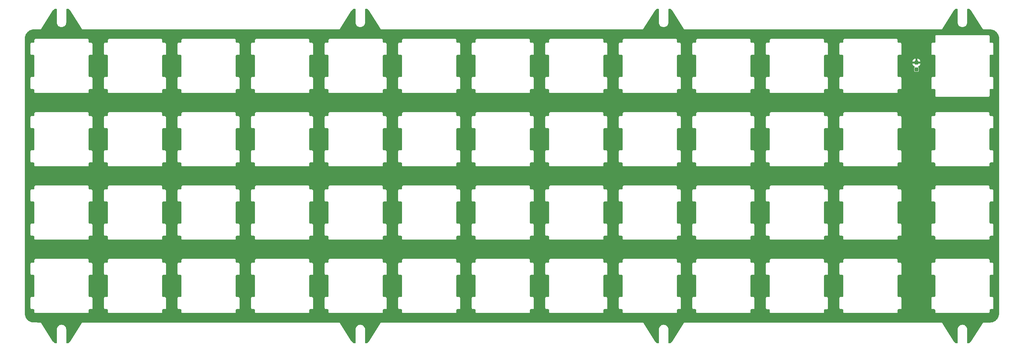
<source format=gbr>
G04 #@! TF.GenerationSoftware,KiCad,Pcbnew,(6.0.0-0)*
G04 #@! TF.CreationDate,2022-01-19T17:07:00-06:00*
G04 #@! TF.ProjectId,top_plate,746f705f-706c-4617-9465-2e6b69636164,rev?*
G04 #@! TF.SameCoordinates,Original*
G04 #@! TF.FileFunction,Copper,L2,Bot*
G04 #@! TF.FilePolarity,Positive*
%FSLAX46Y46*%
G04 Gerber Fmt 4.6, Leading zero omitted, Abs format (unit mm)*
G04 Created by KiCad (PCBNEW (6.0.0-0)) date 2022-01-19 17:07:00*
%MOMM*%
%LPD*%
G01*
G04 APERTURE LIST*
G04 Aperture macros list*
%AMRoundRect*
0 Rectangle with rounded corners*
0 $1 Rounding radius*
0 $2 $3 $4 $5 $6 $7 $8 $9 X,Y pos of 4 corners*
0 Add a 4 corners polygon primitive as box body*
4,1,4,$2,$3,$4,$5,$6,$7,$8,$9,$2,$3,0*
0 Add four circle primitives for the rounded corners*
1,1,$1+$1,$2,$3*
1,1,$1+$1,$4,$5*
1,1,$1+$1,$6,$7*
1,1,$1+$1,$8,$9*
0 Add four rect primitives between the rounded corners*
20,1,$1+$1,$2,$3,$4,$5,0*
20,1,$1+$1,$4,$5,$6,$7,0*
20,1,$1+$1,$6,$7,$8,$9,0*
20,1,$1+$1,$8,$9,$2,$3,0*%
G04 Aperture macros list end*
G04 #@! TA.AperFunction,SMDPad,CuDef*
%ADD10RoundRect,0.237500X-0.237500X0.287500X-0.237500X-0.287500X0.237500X-0.287500X0.237500X0.287500X0*%
G04 #@! TD*
G04 #@! TA.AperFunction,ViaPad*
%ADD11C,0.500000*%
G04 #@! TD*
G04 #@! TA.AperFunction,Conductor*
%ADD12C,0.250000*%
G04 #@! TD*
G04 APERTURE END LIST*
D10*
X377429670Y-49131460D03*
X377429670Y-50881460D03*
D11*
X377423410Y-47606460D03*
D12*
X377429670Y-47612720D02*
X377423410Y-47606460D01*
X377429670Y-49131460D02*
X377429670Y-47612720D01*
G04 #@! TA.AperFunction,Conductor*
G36*
X310671735Y-35168618D02*
G01*
X310718228Y-35222274D01*
X310729614Y-35274616D01*
X310729614Y-38682301D01*
X310728729Y-38692658D01*
X310727554Y-38695494D01*
X310724971Y-38695494D01*
X310743510Y-38907391D01*
X310798562Y-39112851D01*
X310800884Y-39117832D01*
X310800885Y-39117833D01*
X310886130Y-39300642D01*
X310886133Y-39300647D01*
X310888456Y-39305629D01*
X310891626Y-39310156D01*
X310985874Y-39444755D01*
X311010460Y-39479868D01*
X311160866Y-39630274D01*
X311165374Y-39633431D01*
X311165377Y-39633433D01*
X311267550Y-39704975D01*
X311335106Y-39752278D01*
X311340088Y-39754601D01*
X311340093Y-39754604D01*
X311417808Y-39790843D01*
X311527883Y-39842172D01*
X311533191Y-39843594D01*
X311533193Y-39843595D01*
X311728028Y-39895800D01*
X311733343Y-39897224D01*
X311945240Y-39915763D01*
X312157137Y-39897224D01*
X312162452Y-39895800D01*
X312357287Y-39843595D01*
X312357289Y-39843594D01*
X312362597Y-39842172D01*
X312367579Y-39839849D01*
X312550388Y-39754604D01*
X312550393Y-39754601D01*
X312555375Y-39752278D01*
X312652880Y-39684004D01*
X312725103Y-39633433D01*
X312725106Y-39633431D01*
X312729614Y-39630274D01*
X312880020Y-39479868D01*
X312904607Y-39444755D01*
X312998854Y-39310156D01*
X313002024Y-39305629D01*
X313004347Y-39300647D01*
X313004350Y-39300642D01*
X313089595Y-39117833D01*
X313089596Y-39117832D01*
X313091918Y-39112851D01*
X313146970Y-38907391D01*
X313165509Y-38695494D01*
X313162926Y-38695494D01*
X313161490Y-38692027D01*
X313160866Y-38685757D01*
X313160866Y-35274616D01*
X313180868Y-35206495D01*
X313234524Y-35160002D01*
X313286866Y-35148616D01*
X313676885Y-35148616D01*
X313745006Y-35168618D01*
X313757169Y-35177505D01*
X313926704Y-35317664D01*
X313935515Y-35325680D01*
X314124428Y-35514593D01*
X314132444Y-35523404D01*
X314300742Y-35726976D01*
X314303851Y-35731288D01*
X314304845Y-35735166D01*
X314307990Y-35737028D01*
X314310479Y-35740480D01*
X317257973Y-40456468D01*
X317280755Y-40492919D01*
X317283923Y-40500567D01*
X317290860Y-40503441D01*
X317296973Y-40507800D01*
X317305137Y-40506433D01*
X317308607Y-40506433D01*
X317308843Y-40506515D01*
X317311616Y-40506433D01*
X334570473Y-40506436D01*
X383957493Y-40506444D01*
X383976033Y-40506444D01*
X383984198Y-40507811D01*
X383990311Y-40503451D01*
X383997247Y-40500578D01*
X384000415Y-40492930D01*
X384002253Y-40489989D01*
X384002448Y-40489832D01*
X384003843Y-40487446D01*
X386970697Y-35740480D01*
X386973178Y-35737039D01*
X386976327Y-35735175D01*
X386977321Y-35731294D01*
X386980430Y-35726982D01*
X387148707Y-35523412D01*
X387156727Y-35514595D01*
X387345641Y-35325681D01*
X387354457Y-35317661D01*
X387491166Y-35204653D01*
X387523999Y-35177512D01*
X387589248Y-35149527D01*
X387604278Y-35148627D01*
X387994304Y-35148627D01*
X388062425Y-35168629D01*
X388108918Y-35222285D01*
X388120304Y-35274627D01*
X388120304Y-38682312D01*
X388119419Y-38692669D01*
X388118244Y-38695505D01*
X388115661Y-38695505D01*
X388134200Y-38907402D01*
X388135624Y-38912716D01*
X388135624Y-38912717D01*
X388184247Y-39094181D01*
X388189252Y-39112862D01*
X388191574Y-39117843D01*
X388191575Y-39117844D01*
X388276820Y-39300653D01*
X388276823Y-39300658D01*
X388279146Y-39305640D01*
X388347420Y-39403145D01*
X388397984Y-39475357D01*
X388401150Y-39479879D01*
X388551556Y-39630285D01*
X388556064Y-39633442D01*
X388556067Y-39633444D01*
X388721287Y-39749132D01*
X388725796Y-39752289D01*
X388730778Y-39754612D01*
X388730783Y-39754615D01*
X388913591Y-39839860D01*
X388918573Y-39842183D01*
X388923881Y-39843605D01*
X388923883Y-39843606D01*
X389118677Y-39895800D01*
X389124033Y-39897235D01*
X389335930Y-39915774D01*
X389547827Y-39897235D01*
X389553183Y-39895800D01*
X389747977Y-39843606D01*
X389747979Y-39843605D01*
X389753287Y-39842183D01*
X389758269Y-39839860D01*
X389941078Y-39754615D01*
X389941083Y-39754612D01*
X389946065Y-39752289D01*
X390043570Y-39684015D01*
X390115793Y-39633444D01*
X390115796Y-39633442D01*
X390120304Y-39630285D01*
X390270710Y-39479879D01*
X390273877Y-39475357D01*
X390324440Y-39403145D01*
X390392714Y-39305640D01*
X390395037Y-39300658D01*
X390395040Y-39300653D01*
X390480285Y-39117844D01*
X390480286Y-39117843D01*
X390482608Y-39112862D01*
X390487614Y-39094181D01*
X390536236Y-38912717D01*
X390536236Y-38912716D01*
X390537660Y-38907402D01*
X390556199Y-38695505D01*
X390553616Y-38695505D01*
X390552180Y-38692038D01*
X390551556Y-38685768D01*
X390551556Y-35274627D01*
X390571558Y-35206506D01*
X390625214Y-35160013D01*
X390677556Y-35148627D01*
X391067575Y-35148627D01*
X391135696Y-35168629D01*
X391147859Y-35177516D01*
X391317394Y-35317675D01*
X391326205Y-35325691D01*
X391515118Y-35514604D01*
X391523134Y-35523415D01*
X391691432Y-35726987D01*
X391694541Y-35731299D01*
X391695535Y-35735177D01*
X391698680Y-35737039D01*
X391701169Y-35740491D01*
X394299135Y-39897235D01*
X394671445Y-40492930D01*
X394674613Y-40500578D01*
X394681550Y-40503452D01*
X394687663Y-40507811D01*
X394695827Y-40506444D01*
X394699297Y-40506444D01*
X394699533Y-40506526D01*
X394702305Y-40506444D01*
X396474661Y-40506456D01*
X396474661Y-40506479D01*
X396474701Y-40506473D01*
X396479634Y-40508516D01*
X396483973Y-40506718D01*
X396497311Y-40507525D01*
X396756043Y-40523176D01*
X396771147Y-40525010D01*
X397036026Y-40573551D01*
X397050799Y-40577192D01*
X397307894Y-40657306D01*
X397322119Y-40662700D01*
X397567703Y-40773227D01*
X397581167Y-40780295D01*
X397811618Y-40919608D01*
X397824140Y-40928251D01*
X398036129Y-41094334D01*
X398047517Y-41104424D01*
X398237926Y-41294833D01*
X398248016Y-41306221D01*
X398414099Y-41518210D01*
X398422742Y-41530732D01*
X398562053Y-41761179D01*
X398569123Y-41774647D01*
X398662071Y-41981172D01*
X398679649Y-42020229D01*
X398685043Y-42034454D01*
X398712287Y-42121881D01*
X398765158Y-42291551D01*
X398768799Y-42306324D01*
X398817340Y-42571203D01*
X398819174Y-42586307D01*
X398835632Y-42858377D01*
X398833153Y-42858527D01*
X398833921Y-42862506D01*
X398833834Y-42862716D01*
X398834072Y-42863292D01*
X398834921Y-42867689D01*
X398835894Y-42867689D01*
X398835894Y-42884503D01*
X398835864Y-42885067D01*
X398835894Y-42885278D01*
X398835894Y-114295171D01*
X398835869Y-114295171D01*
X398835876Y-114295214D01*
X398833834Y-114300144D01*
X398835632Y-114304483D01*
X398834825Y-114317825D01*
X398819174Y-114576553D01*
X398817340Y-114591657D01*
X398768799Y-114856536D01*
X398765158Y-114871309D01*
X398685044Y-115128404D01*
X398679649Y-115142631D01*
X398569125Y-115388208D01*
X398562053Y-115401681D01*
X398422742Y-115632128D01*
X398414099Y-115644650D01*
X398248016Y-115856639D01*
X398237926Y-115868027D01*
X398047517Y-116058436D01*
X398036129Y-116068526D01*
X397824140Y-116234609D01*
X397811619Y-116243251D01*
X397581167Y-116382565D01*
X397567703Y-116389633D01*
X397324736Y-116498982D01*
X397322121Y-116500159D01*
X397307894Y-116505554D01*
X397050799Y-116585668D01*
X397036026Y-116589309D01*
X396771147Y-116637850D01*
X396756043Y-116639684D01*
X396483973Y-116656142D01*
X396483823Y-116653665D01*
X396479847Y-116654432D01*
X396479634Y-116654344D01*
X396479050Y-116654586D01*
X396474391Y-116655485D01*
X396474391Y-116656516D01*
X396458613Y-116656516D01*
X396458572Y-116656499D01*
X396457288Y-116656430D01*
X396456691Y-116656516D01*
X394695827Y-116656516D01*
X394687663Y-116655149D01*
X394681550Y-116659508D01*
X394674613Y-116662382D01*
X394671445Y-116670030D01*
X394669603Y-116672977D01*
X394669411Y-116673132D01*
X394668015Y-116675518D01*
X391701163Y-121422480D01*
X391698682Y-121425921D01*
X391695533Y-121427785D01*
X391694539Y-121431666D01*
X391691430Y-121435978D01*
X391523153Y-121639548D01*
X391515133Y-121648365D01*
X391326219Y-121837279D01*
X391317403Y-121845299D01*
X391147861Y-121985448D01*
X391082612Y-122013433D01*
X391067582Y-122014333D01*
X390677556Y-122014333D01*
X390609435Y-121994331D01*
X390562942Y-121940675D01*
X390551556Y-121888333D01*
X390551556Y-118480648D01*
X390552441Y-118470291D01*
X390553616Y-118467455D01*
X390556199Y-118467455D01*
X390537660Y-118255558D01*
X390536236Y-118250243D01*
X390484031Y-118055408D01*
X390484030Y-118055406D01*
X390482608Y-118050098D01*
X390405463Y-117884661D01*
X390395040Y-117862308D01*
X390395037Y-117862303D01*
X390392714Y-117857321D01*
X390389490Y-117852717D01*
X390273869Y-117687592D01*
X390273867Y-117687589D01*
X390270710Y-117683081D01*
X390120304Y-117532675D01*
X389946065Y-117410671D01*
X389941083Y-117408348D01*
X389941078Y-117408345D01*
X389758269Y-117323100D01*
X389758268Y-117323099D01*
X389753287Y-117320777D01*
X389747979Y-117319355D01*
X389747977Y-117319354D01*
X389553142Y-117267149D01*
X389553141Y-117267149D01*
X389547827Y-117265725D01*
X389335930Y-117247186D01*
X389124033Y-117265725D01*
X389118719Y-117267149D01*
X389118718Y-117267149D01*
X388923883Y-117319354D01*
X388923881Y-117319355D01*
X388918573Y-117320777D01*
X388913593Y-117323099D01*
X388913591Y-117323100D01*
X388730783Y-117408345D01*
X388730778Y-117408348D01*
X388725796Y-117410671D01*
X388721289Y-117413827D01*
X388721287Y-117413828D01*
X388556067Y-117529516D01*
X388556064Y-117529518D01*
X388551556Y-117532675D01*
X388401150Y-117683081D01*
X388397993Y-117687589D01*
X388397991Y-117687592D01*
X388282370Y-117852717D01*
X388279146Y-117857321D01*
X388276823Y-117862303D01*
X388276820Y-117862308D01*
X388266397Y-117884661D01*
X388189252Y-118050098D01*
X388187830Y-118055406D01*
X388187829Y-118055408D01*
X388135624Y-118250243D01*
X388134200Y-118255558D01*
X388115661Y-118467455D01*
X388118244Y-118467455D01*
X388119680Y-118470922D01*
X388120304Y-118477192D01*
X388120304Y-121888333D01*
X388100302Y-121956454D01*
X388046646Y-122002947D01*
X387994304Y-122014333D01*
X387604285Y-122014333D01*
X387536164Y-121994331D01*
X387524001Y-121985444D01*
X387354466Y-121845285D01*
X387345655Y-121837269D01*
X387156742Y-121648356D01*
X387148726Y-121639545D01*
X386980428Y-121435973D01*
X386977319Y-121431661D01*
X386976325Y-121427783D01*
X386973180Y-121425921D01*
X386970691Y-121422469D01*
X385129833Y-118477097D01*
X384000392Y-116669992D01*
X383997247Y-116662401D01*
X383990375Y-116659554D01*
X383984198Y-116655149D01*
X383975920Y-116656535D01*
X383972621Y-116656535D01*
X383972356Y-116656443D01*
X383969234Y-116656535D01*
X366304522Y-116656505D01*
X317323676Y-116656421D01*
X317305137Y-116656421D01*
X317296973Y-116655054D01*
X317290860Y-116659413D01*
X317283923Y-116662287D01*
X317280755Y-116669935D01*
X317278913Y-116672882D01*
X317278721Y-116673037D01*
X317277325Y-116675423D01*
X314310473Y-121422385D01*
X314307992Y-121425826D01*
X314304843Y-121427690D01*
X314303849Y-121431571D01*
X314300740Y-121435883D01*
X314132463Y-121639453D01*
X314124443Y-121648270D01*
X313935529Y-121837184D01*
X313926713Y-121845204D01*
X313757171Y-121985353D01*
X313691922Y-122013338D01*
X313676892Y-122014238D01*
X313286866Y-122014238D01*
X313218745Y-121994236D01*
X313172252Y-121940580D01*
X313160866Y-121888238D01*
X313160866Y-118480553D01*
X313161751Y-118470196D01*
X313162926Y-118467360D01*
X313165509Y-118467360D01*
X313146970Y-118255463D01*
X313096926Y-118068692D01*
X313093341Y-118055313D01*
X313093340Y-118055311D01*
X313091918Y-118050003D01*
X313089595Y-118045021D01*
X313004350Y-117862213D01*
X313004347Y-117862208D01*
X313002024Y-117857226D01*
X312904614Y-117718110D01*
X312883179Y-117687497D01*
X312883177Y-117687494D01*
X312880020Y-117682986D01*
X312729614Y-117532580D01*
X312555375Y-117410576D01*
X312550393Y-117408253D01*
X312550388Y-117408250D01*
X312367579Y-117323005D01*
X312367578Y-117323004D01*
X312362597Y-117320682D01*
X312357289Y-117319260D01*
X312357287Y-117319259D01*
X312162452Y-117267054D01*
X312162451Y-117267054D01*
X312157137Y-117265630D01*
X311945240Y-117247091D01*
X311733343Y-117265630D01*
X311728029Y-117267054D01*
X311728028Y-117267054D01*
X311533193Y-117319259D01*
X311533191Y-117319260D01*
X311527883Y-117320682D01*
X311522903Y-117323004D01*
X311522901Y-117323005D01*
X311340093Y-117408250D01*
X311340088Y-117408253D01*
X311335106Y-117410576D01*
X311330599Y-117413732D01*
X311330597Y-117413733D01*
X311165377Y-117529421D01*
X311165374Y-117529423D01*
X311160866Y-117532580D01*
X311010460Y-117682986D01*
X311007303Y-117687494D01*
X311007301Y-117687497D01*
X310985866Y-117718110D01*
X310888456Y-117857226D01*
X310886133Y-117862208D01*
X310886130Y-117862213D01*
X310800885Y-118045021D01*
X310798562Y-118050003D01*
X310797140Y-118055311D01*
X310797139Y-118055313D01*
X310793554Y-118068692D01*
X310743510Y-118255463D01*
X310724971Y-118467360D01*
X310727554Y-118467360D01*
X310728990Y-118470827D01*
X310729614Y-118477097D01*
X310729614Y-121888238D01*
X310709612Y-121956359D01*
X310655956Y-122002852D01*
X310603614Y-122014238D01*
X310213595Y-122014238D01*
X310145474Y-121994236D01*
X310133311Y-121985349D01*
X309963776Y-121845190D01*
X309954965Y-121837174D01*
X309766052Y-121648261D01*
X309758036Y-121639450D01*
X309589738Y-121435878D01*
X309586629Y-121431566D01*
X309585635Y-121427688D01*
X309582490Y-121425826D01*
X309580001Y-121422374D01*
X306619552Y-116685658D01*
X306609725Y-116669935D01*
X306606557Y-116662287D01*
X306599621Y-116659414D01*
X306593508Y-116655054D01*
X306585343Y-116656421D01*
X306581877Y-116656421D01*
X306581641Y-116656339D01*
X306578869Y-116656421D01*
X289021068Y-116656451D01*
X238723821Y-116656535D01*
X238715657Y-116655168D01*
X238709544Y-116659527D01*
X238702607Y-116662401D01*
X238699439Y-116670049D01*
X238697597Y-116672996D01*
X238697405Y-116673151D01*
X238696009Y-116675537D01*
X235729157Y-121422499D01*
X235726676Y-121425940D01*
X235723527Y-121427804D01*
X235722533Y-121431685D01*
X235719424Y-121435997D01*
X235551147Y-121639567D01*
X235543127Y-121648384D01*
X235354213Y-121837298D01*
X235345397Y-121845318D01*
X235175855Y-121985467D01*
X235110606Y-122013452D01*
X235095576Y-122014352D01*
X234705550Y-122014352D01*
X234637429Y-121994350D01*
X234590936Y-121940694D01*
X234579550Y-121888352D01*
X234579550Y-118480667D01*
X234580435Y-118470310D01*
X234581610Y-118467474D01*
X234584193Y-118467474D01*
X234565654Y-118255577D01*
X234510602Y-118050117D01*
X234508226Y-118045021D01*
X234423034Y-117862327D01*
X234423031Y-117862322D01*
X234420708Y-117857340D01*
X234417551Y-117852831D01*
X234301863Y-117687611D01*
X234301861Y-117687608D01*
X234298704Y-117683100D01*
X234148298Y-117532694D01*
X234143760Y-117529516D01*
X234071564Y-117478964D01*
X233974059Y-117410690D01*
X233969077Y-117408367D01*
X233969072Y-117408364D01*
X233786263Y-117323119D01*
X233786262Y-117323118D01*
X233781281Y-117320796D01*
X233775973Y-117319374D01*
X233775971Y-117319373D01*
X233581136Y-117267168D01*
X233581135Y-117267168D01*
X233575821Y-117265744D01*
X233363924Y-117247205D01*
X233152027Y-117265744D01*
X233146713Y-117267168D01*
X233146712Y-117267168D01*
X232951877Y-117319373D01*
X232951875Y-117319374D01*
X232946567Y-117320796D01*
X232941587Y-117323118D01*
X232941585Y-117323119D01*
X232758777Y-117408364D01*
X232758772Y-117408367D01*
X232753790Y-117410690D01*
X232749283Y-117413846D01*
X232749281Y-117413847D01*
X232584061Y-117529535D01*
X232584058Y-117529537D01*
X232579550Y-117532694D01*
X232429144Y-117683100D01*
X232425987Y-117687608D01*
X232425985Y-117687611D01*
X232310297Y-117852831D01*
X232307140Y-117857340D01*
X232304817Y-117862322D01*
X232304814Y-117862327D01*
X232219622Y-118045021D01*
X232217246Y-118050117D01*
X232162194Y-118255577D01*
X232143655Y-118467474D01*
X232146238Y-118467474D01*
X232147674Y-118470941D01*
X232148298Y-118477211D01*
X232148298Y-121888352D01*
X232128296Y-121956473D01*
X232074640Y-122002966D01*
X232022298Y-122014352D01*
X231632279Y-122014352D01*
X231564158Y-121994350D01*
X231551995Y-121985463D01*
X231382460Y-121845304D01*
X231373649Y-121837288D01*
X231184736Y-121648375D01*
X231176720Y-121639564D01*
X231008422Y-121435992D01*
X231005313Y-121431680D01*
X231004319Y-121427802D01*
X231001174Y-121425940D01*
X230998685Y-121422488D01*
X228038236Y-116685772D01*
X228028409Y-116670049D01*
X228025241Y-116662401D01*
X228018305Y-116659528D01*
X228012192Y-116655168D01*
X228004027Y-116656535D01*
X228000561Y-116656535D01*
X228000325Y-116656453D01*
X227997554Y-116656535D01*
X210749898Y-116656505D01*
X161351670Y-116656421D01*
X161333131Y-116656421D01*
X161324967Y-116655054D01*
X161318854Y-116659413D01*
X161311917Y-116662287D01*
X161308749Y-116669935D01*
X161306907Y-116672882D01*
X161306715Y-116673037D01*
X161305319Y-116675423D01*
X158338467Y-121422385D01*
X158335986Y-121425826D01*
X158332837Y-121427690D01*
X158331843Y-121431571D01*
X158328734Y-121435883D01*
X158160457Y-121639453D01*
X158152437Y-121648270D01*
X157963523Y-121837184D01*
X157954707Y-121845204D01*
X157785165Y-121985353D01*
X157719916Y-122013338D01*
X157704886Y-122014238D01*
X157314860Y-122014238D01*
X157246739Y-121994236D01*
X157200246Y-121940580D01*
X157188860Y-121888238D01*
X157188860Y-118480553D01*
X157189745Y-118470196D01*
X157190920Y-118467360D01*
X157193503Y-118467360D01*
X157174964Y-118255463D01*
X157124920Y-118068692D01*
X157121335Y-118055313D01*
X157121334Y-118055311D01*
X157119912Y-118050003D01*
X157117589Y-118045021D01*
X157032344Y-117862213D01*
X157032341Y-117862208D01*
X157030018Y-117857226D01*
X156932608Y-117718110D01*
X156911173Y-117687497D01*
X156911171Y-117687494D01*
X156908014Y-117682986D01*
X156757608Y-117532580D01*
X156583369Y-117410576D01*
X156578387Y-117408253D01*
X156578382Y-117408250D01*
X156395573Y-117323005D01*
X156395572Y-117323004D01*
X156390591Y-117320682D01*
X156385283Y-117319260D01*
X156385281Y-117319259D01*
X156190446Y-117267054D01*
X156190445Y-117267054D01*
X156185131Y-117265630D01*
X155973234Y-117247091D01*
X155761337Y-117265630D01*
X155756023Y-117267054D01*
X155756022Y-117267054D01*
X155561187Y-117319259D01*
X155561185Y-117319260D01*
X155555877Y-117320682D01*
X155550897Y-117323004D01*
X155550895Y-117323005D01*
X155368087Y-117408250D01*
X155368082Y-117408253D01*
X155363100Y-117410576D01*
X155358593Y-117413732D01*
X155358591Y-117413733D01*
X155193371Y-117529421D01*
X155193368Y-117529423D01*
X155188860Y-117532580D01*
X155038454Y-117682986D01*
X155035297Y-117687494D01*
X155035295Y-117687497D01*
X155013860Y-117718110D01*
X154916450Y-117857226D01*
X154914127Y-117862208D01*
X154914124Y-117862213D01*
X154828879Y-118045021D01*
X154826556Y-118050003D01*
X154825134Y-118055311D01*
X154825133Y-118055313D01*
X154821548Y-118068692D01*
X154771504Y-118255463D01*
X154752965Y-118467360D01*
X154755548Y-118467360D01*
X154756984Y-118470827D01*
X154757608Y-118477097D01*
X154757608Y-121888238D01*
X154737606Y-121956359D01*
X154683950Y-122002852D01*
X154631608Y-122014238D01*
X154241589Y-122014238D01*
X154173468Y-121994236D01*
X154161305Y-121985349D01*
X153991770Y-121845190D01*
X153982959Y-121837174D01*
X153794046Y-121648261D01*
X153786030Y-121639450D01*
X153617732Y-121435878D01*
X153614623Y-121431566D01*
X153613629Y-121427688D01*
X153610484Y-121425826D01*
X153607995Y-121422374D01*
X150647550Y-116685663D01*
X150637723Y-116669940D01*
X150634564Y-116662301D01*
X150627625Y-116659421D01*
X150621502Y-116655054D01*
X150613343Y-116656420D01*
X150609860Y-116656418D01*
X150609622Y-116656335D01*
X150606869Y-116656415D01*
X148834863Y-116655147D01*
X148834823Y-116655147D01*
X148829842Y-116653084D01*
X148825503Y-116654882D01*
X148632177Y-116643188D01*
X148553586Y-116638434D01*
X148538482Y-116636600D01*
X148273753Y-116588086D01*
X148258980Y-116584445D01*
X148157969Y-116552969D01*
X148002029Y-116504376D01*
X147987805Y-116498982D01*
X147742370Y-116388522D01*
X147728896Y-116381450D01*
X147498575Y-116242216D01*
X147486053Y-116233573D01*
X147274190Y-116067589D01*
X147262802Y-116057500D01*
X147072493Y-115867193D01*
X147062403Y-115855804D01*
X146896418Y-115643940D01*
X146887775Y-115631418D01*
X146748541Y-115401098D01*
X146741470Y-115387626D01*
X146631011Y-115142200D01*
X146625615Y-115127973D01*
X146545543Y-114871016D01*
X146541902Y-114856242D01*
X146493388Y-114591514D01*
X146491554Y-114576410D01*
X146475105Y-114304495D01*
X146477579Y-114304345D01*
X146476812Y-114300374D01*
X146476902Y-114300156D01*
X146476654Y-114299556D01*
X146475808Y-114295181D01*
X146474842Y-114295181D01*
X146474842Y-114278311D01*
X146474870Y-114277778D01*
X146474842Y-114277585D01*
X146474817Y-112856700D01*
X147943479Y-112856700D01*
X147952306Y-112912429D01*
X147956939Y-112941680D01*
X147959584Y-112958382D01*
X148006322Y-113050111D01*
X148079119Y-113122908D01*
X148170848Y-113169646D01*
X148180638Y-113171197D01*
X148180639Y-113171197D01*
X148254637Y-113182917D01*
X148272530Y-113185751D01*
X148272530Y-113183819D01*
X148277503Y-113184607D01*
X148277503Y-113181700D01*
X148662612Y-113181700D01*
X148668717Y-113182180D01*
X148672530Y-113183760D01*
X148675126Y-113182685D01*
X148682322Y-113183251D01*
X148690240Y-113184505D01*
X148737798Y-113192037D01*
X148775291Y-113204219D01*
X148816392Y-113225161D01*
X148848284Y-113248333D01*
X148880897Y-113280946D01*
X148904069Y-113312838D01*
X148925011Y-113353939D01*
X148937193Y-113391432D01*
X148945979Y-113446908D01*
X148946545Y-113454104D01*
X148945470Y-113456700D01*
X148947050Y-113460513D01*
X148947530Y-113466618D01*
X148947530Y-113478561D01*
X148947502Y-113479079D01*
X148947530Y-113479273D01*
X148947530Y-113851727D01*
X148944730Y-113851727D01*
X148945463Y-113856700D01*
X148943479Y-113856700D01*
X148952306Y-113912429D01*
X148956939Y-113941680D01*
X148959584Y-113958382D01*
X149006322Y-114050111D01*
X149079119Y-114122908D01*
X149170848Y-114169646D01*
X149180638Y-114171197D01*
X149180639Y-114171197D01*
X149254637Y-114182917D01*
X149272530Y-114185751D01*
X149272530Y-114183819D01*
X149277503Y-114184607D01*
X149277503Y-114181700D01*
X162667557Y-114181700D01*
X162667557Y-114184500D01*
X162672530Y-114183767D01*
X162672530Y-114185751D01*
X162728259Y-114176924D01*
X162764421Y-114171197D01*
X162764422Y-114171197D01*
X162774212Y-114169646D01*
X162865941Y-114122908D01*
X162938738Y-114050111D01*
X162985476Y-113958382D01*
X162988122Y-113941680D01*
X162998747Y-113874593D01*
X163001581Y-113856700D01*
X162999649Y-113856700D01*
X163000437Y-113851727D01*
X162997530Y-113851727D01*
X162997530Y-113466618D01*
X162998010Y-113460513D01*
X162999590Y-113456700D01*
X162998515Y-113454104D01*
X162999081Y-113446908D01*
X163007867Y-113391432D01*
X163020049Y-113353939D01*
X163040991Y-113312838D01*
X163064163Y-113280946D01*
X163096776Y-113248333D01*
X163128668Y-113225161D01*
X163169769Y-113204219D01*
X163207262Y-113192037D01*
X163254820Y-113184505D01*
X163262738Y-113183251D01*
X163269934Y-113182685D01*
X163272530Y-113183760D01*
X163276343Y-113182180D01*
X163282448Y-113181700D01*
X163294391Y-113181700D01*
X163294909Y-113181728D01*
X163295103Y-113181700D01*
X163767557Y-113181700D01*
X163767557Y-113183254D01*
X163770324Y-113182846D01*
X163772530Y-113183760D01*
X163772530Y-113184505D01*
X163842926Y-113173355D01*
X163906430Y-113140998D01*
X163956828Y-113090600D01*
X163989185Y-113027096D01*
X164000335Y-112956700D01*
X163999590Y-112956700D01*
X163998732Y-112954628D01*
X163999191Y-112951727D01*
X163997530Y-112951727D01*
X163997530Y-112856700D01*
X166993559Y-112856700D01*
X167002386Y-112912429D01*
X167007019Y-112941680D01*
X167009664Y-112958382D01*
X167056402Y-113050111D01*
X167129199Y-113122908D01*
X167220928Y-113169646D01*
X167230718Y-113171197D01*
X167230719Y-113171197D01*
X167304717Y-113182917D01*
X167322610Y-113185751D01*
X167322610Y-113183819D01*
X167327583Y-113184607D01*
X167327583Y-113181700D01*
X167712692Y-113181700D01*
X167718797Y-113182180D01*
X167722610Y-113183760D01*
X167725206Y-113182685D01*
X167732402Y-113183251D01*
X167740320Y-113184505D01*
X167787878Y-113192037D01*
X167825371Y-113204219D01*
X167866472Y-113225161D01*
X167898364Y-113248333D01*
X167930977Y-113280946D01*
X167954149Y-113312838D01*
X167975091Y-113353939D01*
X167987273Y-113391432D01*
X167996059Y-113446908D01*
X167996625Y-113454104D01*
X167995550Y-113456700D01*
X167997130Y-113460513D01*
X167997610Y-113466618D01*
X167997610Y-113478561D01*
X167997582Y-113479079D01*
X167997610Y-113479273D01*
X167997610Y-113851727D01*
X167994810Y-113851727D01*
X167995543Y-113856700D01*
X167993559Y-113856700D01*
X168002386Y-113912429D01*
X168007019Y-113941680D01*
X168009664Y-113958382D01*
X168056402Y-114050111D01*
X168129199Y-114122908D01*
X168220928Y-114169646D01*
X168230718Y-114171197D01*
X168230719Y-114171197D01*
X168304717Y-114182917D01*
X168322610Y-114185751D01*
X168322610Y-114183819D01*
X168327583Y-114184607D01*
X168327583Y-114181700D01*
X181717637Y-114181700D01*
X181717637Y-114184500D01*
X181722610Y-114183767D01*
X181722610Y-114185751D01*
X181778339Y-114176924D01*
X181814501Y-114171197D01*
X181814502Y-114171197D01*
X181824292Y-114169646D01*
X181916021Y-114122908D01*
X181988818Y-114050111D01*
X182035556Y-113958382D01*
X182038202Y-113941680D01*
X182048827Y-113874593D01*
X182051661Y-113856700D01*
X182049729Y-113856700D01*
X182050517Y-113851727D01*
X182047610Y-113851727D01*
X182047610Y-113466618D01*
X182048090Y-113460513D01*
X182049670Y-113456700D01*
X182048595Y-113454104D01*
X182049161Y-113446908D01*
X182057947Y-113391432D01*
X182070129Y-113353939D01*
X182091071Y-113312838D01*
X182114243Y-113280946D01*
X182146856Y-113248333D01*
X182178748Y-113225161D01*
X182219849Y-113204219D01*
X182257342Y-113192037D01*
X182304900Y-113184505D01*
X182312818Y-113183251D01*
X182320014Y-113182685D01*
X182322610Y-113183760D01*
X182326423Y-113182180D01*
X182332528Y-113181700D01*
X182344471Y-113181700D01*
X182344989Y-113181728D01*
X182345183Y-113181700D01*
X182817637Y-113181700D01*
X182817637Y-113183254D01*
X182820404Y-113182846D01*
X182822610Y-113183760D01*
X182822610Y-113184505D01*
X182893006Y-113173355D01*
X182956510Y-113140998D01*
X183006908Y-113090600D01*
X183039265Y-113027096D01*
X183050415Y-112956700D01*
X183049670Y-112956700D01*
X183048812Y-112954628D01*
X183049271Y-112951727D01*
X183047610Y-112951727D01*
X183047610Y-112856700D01*
X186043639Y-112856700D01*
X186052466Y-112912429D01*
X186057099Y-112941680D01*
X186059744Y-112958382D01*
X186106482Y-113050111D01*
X186179279Y-113122908D01*
X186271008Y-113169646D01*
X186280798Y-113171197D01*
X186280799Y-113171197D01*
X186354797Y-113182917D01*
X186372690Y-113185751D01*
X186372690Y-113183819D01*
X186377663Y-113184607D01*
X186377663Y-113181700D01*
X186762772Y-113181700D01*
X186768877Y-113182180D01*
X186772690Y-113183760D01*
X186775286Y-113182685D01*
X186782482Y-113183251D01*
X186790400Y-113184505D01*
X186837958Y-113192037D01*
X186875451Y-113204219D01*
X186916552Y-113225161D01*
X186948444Y-113248333D01*
X186981057Y-113280946D01*
X187004229Y-113312838D01*
X187025171Y-113353939D01*
X187037353Y-113391432D01*
X187046139Y-113446908D01*
X187046705Y-113454104D01*
X187045630Y-113456700D01*
X187047210Y-113460513D01*
X187047690Y-113466618D01*
X187047690Y-113478561D01*
X187047662Y-113479079D01*
X187047690Y-113479273D01*
X187047690Y-113851727D01*
X187044890Y-113851727D01*
X187045623Y-113856700D01*
X187043639Y-113856700D01*
X187052466Y-113912429D01*
X187057099Y-113941680D01*
X187059744Y-113958382D01*
X187106482Y-114050111D01*
X187179279Y-114122908D01*
X187271008Y-114169646D01*
X187280798Y-114171197D01*
X187280799Y-114171197D01*
X187354797Y-114182917D01*
X187372690Y-114185751D01*
X187372690Y-114183819D01*
X187377663Y-114184607D01*
X187377663Y-114181700D01*
X200767717Y-114181700D01*
X200767717Y-114184500D01*
X200772690Y-114183767D01*
X200772690Y-114185751D01*
X200828419Y-114176924D01*
X200864581Y-114171197D01*
X200864582Y-114171197D01*
X200874372Y-114169646D01*
X200966101Y-114122908D01*
X201038898Y-114050111D01*
X201085636Y-113958382D01*
X201088282Y-113941680D01*
X201098907Y-113874593D01*
X201101741Y-113856700D01*
X201099809Y-113856700D01*
X201100597Y-113851727D01*
X201097690Y-113851727D01*
X201097690Y-113466618D01*
X201098170Y-113460513D01*
X201099750Y-113456700D01*
X201098675Y-113454104D01*
X201099241Y-113446908D01*
X201108027Y-113391432D01*
X201120209Y-113353939D01*
X201141151Y-113312838D01*
X201164323Y-113280946D01*
X201196936Y-113248333D01*
X201228828Y-113225161D01*
X201269929Y-113204219D01*
X201307422Y-113192037D01*
X201354980Y-113184505D01*
X201362898Y-113183251D01*
X201370094Y-113182685D01*
X201372690Y-113183760D01*
X201376503Y-113182180D01*
X201382608Y-113181700D01*
X201394551Y-113181700D01*
X201395069Y-113181728D01*
X201395263Y-113181700D01*
X201867717Y-113181700D01*
X201867717Y-113183254D01*
X201870484Y-113182846D01*
X201872690Y-113183760D01*
X201872690Y-113184505D01*
X201943086Y-113173355D01*
X202006590Y-113140998D01*
X202056988Y-113090600D01*
X202089345Y-113027096D01*
X202100495Y-112956700D01*
X202099750Y-112956700D01*
X202098892Y-112954628D01*
X202099351Y-112951727D01*
X202097690Y-112951727D01*
X202097690Y-112856700D01*
X205093719Y-112856700D01*
X205102546Y-112912429D01*
X205107179Y-112941680D01*
X205109824Y-112958382D01*
X205156562Y-113050111D01*
X205229359Y-113122908D01*
X205321088Y-113169646D01*
X205330878Y-113171197D01*
X205330879Y-113171197D01*
X205404877Y-113182917D01*
X205422770Y-113185751D01*
X205422770Y-113183819D01*
X205427743Y-113184607D01*
X205427743Y-113181700D01*
X205812852Y-113181700D01*
X205818957Y-113182180D01*
X205822770Y-113183760D01*
X205825366Y-113182685D01*
X205832562Y-113183251D01*
X205840480Y-113184505D01*
X205888038Y-113192037D01*
X205925531Y-113204219D01*
X205966632Y-113225161D01*
X205998524Y-113248333D01*
X206031137Y-113280946D01*
X206054309Y-113312838D01*
X206075251Y-113353939D01*
X206087433Y-113391432D01*
X206096219Y-113446908D01*
X206096785Y-113454104D01*
X206095710Y-113456700D01*
X206097290Y-113460513D01*
X206097770Y-113466618D01*
X206097770Y-113478561D01*
X206097742Y-113479079D01*
X206097770Y-113479273D01*
X206097770Y-113851727D01*
X206094970Y-113851727D01*
X206095703Y-113856700D01*
X206093719Y-113856700D01*
X206102546Y-113912429D01*
X206107179Y-113941680D01*
X206109824Y-113958382D01*
X206156562Y-114050111D01*
X206229359Y-114122908D01*
X206321088Y-114169646D01*
X206330878Y-114171197D01*
X206330879Y-114171197D01*
X206404877Y-114182917D01*
X206422770Y-114185751D01*
X206422770Y-114183819D01*
X206427743Y-114184607D01*
X206427743Y-114181700D01*
X219817797Y-114181700D01*
X219817797Y-114184500D01*
X219822770Y-114183767D01*
X219822770Y-114185751D01*
X219878499Y-114176924D01*
X219914661Y-114171197D01*
X219914662Y-114171197D01*
X219924452Y-114169646D01*
X220016181Y-114122908D01*
X220088978Y-114050111D01*
X220135716Y-113958382D01*
X220138362Y-113941680D01*
X220148987Y-113874593D01*
X220151821Y-113856700D01*
X220149889Y-113856700D01*
X220150677Y-113851727D01*
X220147770Y-113851727D01*
X220147770Y-113466618D01*
X220148250Y-113460513D01*
X220149830Y-113456700D01*
X220148755Y-113454104D01*
X220149321Y-113446908D01*
X220158107Y-113391432D01*
X220170289Y-113353939D01*
X220191231Y-113312838D01*
X220214403Y-113280946D01*
X220247016Y-113248333D01*
X220278908Y-113225161D01*
X220320009Y-113204219D01*
X220357502Y-113192037D01*
X220405060Y-113184505D01*
X220412978Y-113183251D01*
X220420174Y-113182685D01*
X220422770Y-113183760D01*
X220426583Y-113182180D01*
X220432688Y-113181700D01*
X220444631Y-113181700D01*
X220445149Y-113181728D01*
X220445343Y-113181700D01*
X220917797Y-113181700D01*
X220917797Y-113183254D01*
X220920564Y-113182846D01*
X220922770Y-113183760D01*
X220922770Y-113184505D01*
X220993166Y-113173355D01*
X221056670Y-113140998D01*
X221107068Y-113090600D01*
X221139425Y-113027096D01*
X221150575Y-112956700D01*
X221149830Y-112956700D01*
X221148972Y-112954628D01*
X221149431Y-112951727D01*
X221147770Y-112951727D01*
X221147770Y-112856700D01*
X224143799Y-112856700D01*
X224152626Y-112912429D01*
X224157259Y-112941680D01*
X224159904Y-112958382D01*
X224206642Y-113050111D01*
X224279439Y-113122908D01*
X224371168Y-113169646D01*
X224380958Y-113171197D01*
X224380959Y-113171197D01*
X224454957Y-113182917D01*
X224472850Y-113185751D01*
X224472850Y-113183819D01*
X224477823Y-113184607D01*
X224477823Y-113181700D01*
X224862932Y-113181700D01*
X224869037Y-113182180D01*
X224872850Y-113183760D01*
X224875446Y-113182685D01*
X224882642Y-113183251D01*
X224890560Y-113184505D01*
X224938118Y-113192037D01*
X224975611Y-113204219D01*
X225016712Y-113225161D01*
X225048604Y-113248333D01*
X225081217Y-113280946D01*
X225104389Y-113312838D01*
X225125331Y-113353939D01*
X225137513Y-113391432D01*
X225146299Y-113446908D01*
X225146865Y-113454104D01*
X225145790Y-113456700D01*
X225147370Y-113460513D01*
X225147850Y-113466618D01*
X225147850Y-113478561D01*
X225147822Y-113479079D01*
X225147850Y-113479273D01*
X225147850Y-113851727D01*
X225145050Y-113851727D01*
X225145783Y-113856700D01*
X225143799Y-113856700D01*
X225152626Y-113912429D01*
X225157259Y-113941680D01*
X225159904Y-113958382D01*
X225206642Y-114050111D01*
X225279439Y-114122908D01*
X225371168Y-114169646D01*
X225380958Y-114171197D01*
X225380959Y-114171197D01*
X225454957Y-114182917D01*
X225472850Y-114185751D01*
X225472850Y-114183819D01*
X225477823Y-114184607D01*
X225477823Y-114181700D01*
X238867877Y-114181700D01*
X238867877Y-114184500D01*
X238872850Y-114183767D01*
X238872850Y-114185751D01*
X238928579Y-114176924D01*
X238964741Y-114171197D01*
X238964742Y-114171197D01*
X238974532Y-114169646D01*
X239066261Y-114122908D01*
X239139058Y-114050111D01*
X239185796Y-113958382D01*
X239188442Y-113941680D01*
X239199067Y-113874593D01*
X239201901Y-113856700D01*
X239199969Y-113856700D01*
X239200757Y-113851727D01*
X239197850Y-113851727D01*
X239197850Y-113466618D01*
X239198330Y-113460513D01*
X239199910Y-113456700D01*
X239198835Y-113454104D01*
X239199401Y-113446908D01*
X239208187Y-113391432D01*
X239220369Y-113353939D01*
X239241311Y-113312838D01*
X239264483Y-113280946D01*
X239297096Y-113248333D01*
X239328988Y-113225161D01*
X239370089Y-113204219D01*
X239407582Y-113192037D01*
X239455140Y-113184505D01*
X239463058Y-113183251D01*
X239470254Y-113182685D01*
X239472850Y-113183760D01*
X239476663Y-113182180D01*
X239482768Y-113181700D01*
X239494711Y-113181700D01*
X239495229Y-113181728D01*
X239495423Y-113181700D01*
X239967877Y-113181700D01*
X239967877Y-113183254D01*
X239970644Y-113182846D01*
X239972850Y-113183760D01*
X239972850Y-113184505D01*
X240043246Y-113173355D01*
X240106750Y-113140998D01*
X240157148Y-113090600D01*
X240189505Y-113027096D01*
X240200655Y-112956700D01*
X240199910Y-112956700D01*
X240199052Y-112954628D01*
X240199511Y-112951727D01*
X240197850Y-112951727D01*
X240197850Y-112856700D01*
X243193879Y-112856700D01*
X243202706Y-112912429D01*
X243207339Y-112941680D01*
X243209984Y-112958382D01*
X243256722Y-113050111D01*
X243329519Y-113122908D01*
X243421248Y-113169646D01*
X243431038Y-113171197D01*
X243431039Y-113171197D01*
X243505037Y-113182917D01*
X243522930Y-113185751D01*
X243522930Y-113183819D01*
X243527903Y-113184607D01*
X243527903Y-113181700D01*
X243913012Y-113181700D01*
X243919117Y-113182180D01*
X243922930Y-113183760D01*
X243925526Y-113182685D01*
X243932722Y-113183251D01*
X243940640Y-113184505D01*
X243988198Y-113192037D01*
X244025691Y-113204219D01*
X244066792Y-113225161D01*
X244098684Y-113248333D01*
X244131297Y-113280946D01*
X244154469Y-113312838D01*
X244175411Y-113353939D01*
X244187593Y-113391432D01*
X244196379Y-113446908D01*
X244196945Y-113454104D01*
X244195870Y-113456700D01*
X244197450Y-113460513D01*
X244197930Y-113466618D01*
X244197930Y-113478561D01*
X244197902Y-113479079D01*
X244197930Y-113479273D01*
X244197930Y-113851727D01*
X244195130Y-113851727D01*
X244195863Y-113856700D01*
X244193879Y-113856700D01*
X244202706Y-113912429D01*
X244207339Y-113941680D01*
X244209984Y-113958382D01*
X244256722Y-114050111D01*
X244329519Y-114122908D01*
X244421248Y-114169646D01*
X244431038Y-114171197D01*
X244431039Y-114171197D01*
X244505037Y-114182917D01*
X244522930Y-114185751D01*
X244522930Y-114183819D01*
X244527903Y-114184607D01*
X244527903Y-114181700D01*
X257917957Y-114181700D01*
X257917957Y-114184500D01*
X257922930Y-114183767D01*
X257922930Y-114185751D01*
X257978659Y-114176924D01*
X258014821Y-114171197D01*
X258014822Y-114171197D01*
X258024612Y-114169646D01*
X258116341Y-114122908D01*
X258189138Y-114050111D01*
X258235876Y-113958382D01*
X258238522Y-113941680D01*
X258249147Y-113874593D01*
X258251981Y-113856700D01*
X258250049Y-113856700D01*
X258250837Y-113851727D01*
X258247930Y-113851727D01*
X258247930Y-113466618D01*
X258248410Y-113460513D01*
X258249990Y-113456700D01*
X258248915Y-113454104D01*
X258249481Y-113446908D01*
X258258267Y-113391432D01*
X258270449Y-113353939D01*
X258291391Y-113312838D01*
X258314563Y-113280946D01*
X258347176Y-113248333D01*
X258379068Y-113225161D01*
X258420169Y-113204219D01*
X258457662Y-113192037D01*
X258505220Y-113184505D01*
X258513138Y-113183251D01*
X258520334Y-113182685D01*
X258522930Y-113183760D01*
X258526743Y-113182180D01*
X258532848Y-113181700D01*
X258544791Y-113181700D01*
X258545309Y-113181728D01*
X258545503Y-113181700D01*
X259017957Y-113181700D01*
X259017957Y-113183254D01*
X259020724Y-113182846D01*
X259022930Y-113183760D01*
X259022930Y-113184505D01*
X259093326Y-113173355D01*
X259156830Y-113140998D01*
X259207228Y-113090600D01*
X259239585Y-113027096D01*
X259250735Y-112956700D01*
X259249990Y-112956700D01*
X259249132Y-112954628D01*
X259249591Y-112951727D01*
X259247930Y-112951727D01*
X259247930Y-112856700D01*
X262243959Y-112856700D01*
X262252786Y-112912429D01*
X262257419Y-112941680D01*
X262260064Y-112958382D01*
X262306802Y-113050111D01*
X262379599Y-113122908D01*
X262471328Y-113169646D01*
X262481118Y-113171197D01*
X262481119Y-113171197D01*
X262555117Y-113182917D01*
X262573010Y-113185751D01*
X262573010Y-113183819D01*
X262577983Y-113184607D01*
X262577983Y-113181700D01*
X262963092Y-113181700D01*
X262969197Y-113182180D01*
X262973010Y-113183760D01*
X262975606Y-113182685D01*
X262982802Y-113183251D01*
X262990720Y-113184505D01*
X263038278Y-113192037D01*
X263075771Y-113204219D01*
X263116872Y-113225161D01*
X263148764Y-113248333D01*
X263181377Y-113280946D01*
X263204549Y-113312838D01*
X263225491Y-113353939D01*
X263237673Y-113391432D01*
X263246459Y-113446908D01*
X263247025Y-113454104D01*
X263245950Y-113456700D01*
X263247530Y-113460513D01*
X263248010Y-113466618D01*
X263248010Y-113478561D01*
X263247982Y-113479079D01*
X263248010Y-113479273D01*
X263248010Y-113851727D01*
X263245210Y-113851727D01*
X263245943Y-113856700D01*
X263243959Y-113856700D01*
X263252786Y-113912429D01*
X263257419Y-113941680D01*
X263260064Y-113958382D01*
X263306802Y-114050111D01*
X263379599Y-114122908D01*
X263471328Y-114169646D01*
X263481118Y-114171197D01*
X263481119Y-114171197D01*
X263555117Y-114182917D01*
X263573010Y-114185751D01*
X263573010Y-114183819D01*
X263577983Y-114184607D01*
X263577983Y-114181700D01*
X276968037Y-114181700D01*
X276968037Y-114184500D01*
X276973010Y-114183767D01*
X276973010Y-114185751D01*
X277028739Y-114176924D01*
X277064901Y-114171197D01*
X277064902Y-114171197D01*
X277074692Y-114169646D01*
X277166421Y-114122908D01*
X277239218Y-114050111D01*
X277285956Y-113958382D01*
X277288602Y-113941680D01*
X277299227Y-113874593D01*
X277302061Y-113856700D01*
X277300129Y-113856700D01*
X277300917Y-113851727D01*
X277298010Y-113851727D01*
X277298010Y-113466618D01*
X277298490Y-113460513D01*
X277300070Y-113456700D01*
X277298995Y-113454104D01*
X277299561Y-113446908D01*
X277308347Y-113391432D01*
X277320529Y-113353939D01*
X277341471Y-113312838D01*
X277364643Y-113280946D01*
X277397256Y-113248333D01*
X277429148Y-113225161D01*
X277470249Y-113204219D01*
X277507742Y-113192037D01*
X277555300Y-113184505D01*
X277563218Y-113183251D01*
X277570414Y-113182685D01*
X277573010Y-113183760D01*
X277576823Y-113182180D01*
X277582928Y-113181700D01*
X277594871Y-113181700D01*
X277595389Y-113181728D01*
X277595583Y-113181700D01*
X278068037Y-113181700D01*
X278068037Y-113183254D01*
X278070804Y-113182846D01*
X278073010Y-113183760D01*
X278073010Y-113184505D01*
X278143406Y-113173355D01*
X278206910Y-113140998D01*
X278257308Y-113090600D01*
X278289665Y-113027096D01*
X278300815Y-112956700D01*
X278300070Y-112956700D01*
X278299212Y-112954628D01*
X278299671Y-112951727D01*
X278298010Y-112951727D01*
X278298010Y-112856700D01*
X281294039Y-112856700D01*
X281302866Y-112912429D01*
X281307499Y-112941680D01*
X281310144Y-112958382D01*
X281356882Y-113050111D01*
X281429679Y-113122908D01*
X281521408Y-113169646D01*
X281531198Y-113171197D01*
X281531199Y-113171197D01*
X281605197Y-113182917D01*
X281623090Y-113185751D01*
X281623090Y-113183819D01*
X281628063Y-113184607D01*
X281628063Y-113181700D01*
X282013172Y-113181700D01*
X282019277Y-113182180D01*
X282023090Y-113183760D01*
X282025686Y-113182685D01*
X282032882Y-113183251D01*
X282040800Y-113184505D01*
X282088358Y-113192037D01*
X282125851Y-113204219D01*
X282166952Y-113225161D01*
X282198844Y-113248333D01*
X282231457Y-113280946D01*
X282254629Y-113312838D01*
X282275571Y-113353939D01*
X282287753Y-113391432D01*
X282296539Y-113446908D01*
X282297105Y-113454104D01*
X282296030Y-113456700D01*
X282297610Y-113460513D01*
X282298090Y-113466618D01*
X282298090Y-113478561D01*
X282298062Y-113479079D01*
X282298090Y-113479273D01*
X282298090Y-113851727D01*
X282295290Y-113851727D01*
X282296023Y-113856700D01*
X282294039Y-113856700D01*
X282302866Y-113912429D01*
X282307499Y-113941680D01*
X282310144Y-113958382D01*
X282356882Y-114050111D01*
X282429679Y-114122908D01*
X282521408Y-114169646D01*
X282531198Y-114171197D01*
X282531199Y-114171197D01*
X282605197Y-114182917D01*
X282623090Y-114185751D01*
X282623090Y-114183819D01*
X282628063Y-114184607D01*
X282628063Y-114181700D01*
X296018117Y-114181700D01*
X296018117Y-114184500D01*
X296023090Y-114183767D01*
X296023090Y-114185751D01*
X296078819Y-114176924D01*
X296114981Y-114171197D01*
X296114982Y-114171197D01*
X296124772Y-114169646D01*
X296216501Y-114122908D01*
X296289298Y-114050111D01*
X296336036Y-113958382D01*
X296338682Y-113941680D01*
X296349307Y-113874593D01*
X296352141Y-113856700D01*
X296350209Y-113856700D01*
X296350997Y-113851727D01*
X296348090Y-113851727D01*
X296348090Y-113466618D01*
X296348570Y-113460513D01*
X296350150Y-113456700D01*
X296349075Y-113454104D01*
X296349641Y-113446908D01*
X296358427Y-113391432D01*
X296370609Y-113353939D01*
X296391551Y-113312838D01*
X296414723Y-113280946D01*
X296447336Y-113248333D01*
X296479228Y-113225161D01*
X296520329Y-113204219D01*
X296557822Y-113192037D01*
X296605380Y-113184505D01*
X296613298Y-113183251D01*
X296620494Y-113182685D01*
X296623090Y-113183760D01*
X296626903Y-113182180D01*
X296633008Y-113181700D01*
X296644951Y-113181700D01*
X296645469Y-113181728D01*
X296645663Y-113181700D01*
X297118117Y-113181700D01*
X297118117Y-113183254D01*
X297120884Y-113182846D01*
X297123090Y-113183760D01*
X297123090Y-113184505D01*
X297193486Y-113173355D01*
X297256990Y-113140998D01*
X297307388Y-113090600D01*
X297339745Y-113027096D01*
X297350895Y-112956700D01*
X297350150Y-112956700D01*
X297349292Y-112954628D01*
X297349751Y-112951727D01*
X297348090Y-112951727D01*
X297348090Y-112856700D01*
X300344119Y-112856700D01*
X300352946Y-112912429D01*
X300357579Y-112941680D01*
X300360224Y-112958382D01*
X300406962Y-113050111D01*
X300479759Y-113122908D01*
X300571488Y-113169646D01*
X300581278Y-113171197D01*
X300581279Y-113171197D01*
X300655277Y-113182917D01*
X300673170Y-113185751D01*
X300673170Y-113183819D01*
X300678143Y-113184607D01*
X300678143Y-113181700D01*
X301063252Y-113181700D01*
X301069357Y-113182180D01*
X301073170Y-113183760D01*
X301075766Y-113182685D01*
X301082962Y-113183251D01*
X301090880Y-113184505D01*
X301138438Y-113192037D01*
X301175931Y-113204219D01*
X301217032Y-113225161D01*
X301248924Y-113248333D01*
X301281537Y-113280946D01*
X301304709Y-113312838D01*
X301325651Y-113353939D01*
X301337833Y-113391432D01*
X301346619Y-113446908D01*
X301347185Y-113454104D01*
X301346110Y-113456700D01*
X301347690Y-113460513D01*
X301348170Y-113466618D01*
X301348170Y-113478561D01*
X301348142Y-113479079D01*
X301348170Y-113479273D01*
X301348170Y-113851727D01*
X301345370Y-113851727D01*
X301346103Y-113856700D01*
X301344119Y-113856700D01*
X301352946Y-113912429D01*
X301357579Y-113941680D01*
X301360224Y-113958382D01*
X301406962Y-114050111D01*
X301479759Y-114122908D01*
X301571488Y-114169646D01*
X301581278Y-114171197D01*
X301581279Y-114171197D01*
X301655277Y-114182917D01*
X301673170Y-114185751D01*
X301673170Y-114183819D01*
X301678143Y-114184607D01*
X301678143Y-114181700D01*
X315068197Y-114181700D01*
X315068197Y-114184500D01*
X315073170Y-114183767D01*
X315073170Y-114185751D01*
X315128899Y-114176924D01*
X315165061Y-114171197D01*
X315165062Y-114171197D01*
X315174852Y-114169646D01*
X315266581Y-114122908D01*
X315339378Y-114050111D01*
X315386116Y-113958382D01*
X315388762Y-113941680D01*
X315399387Y-113874593D01*
X315402221Y-113856700D01*
X315400289Y-113856700D01*
X315401077Y-113851727D01*
X315398170Y-113851727D01*
X315398170Y-113466618D01*
X315398650Y-113460513D01*
X315400230Y-113456700D01*
X315399155Y-113454104D01*
X315399721Y-113446908D01*
X315408507Y-113391432D01*
X315420689Y-113353939D01*
X315441631Y-113312838D01*
X315464803Y-113280946D01*
X315497416Y-113248333D01*
X315529308Y-113225161D01*
X315570409Y-113204219D01*
X315607902Y-113192037D01*
X315655460Y-113184505D01*
X315663378Y-113183251D01*
X315670574Y-113182685D01*
X315673170Y-113183760D01*
X315676983Y-113182180D01*
X315683088Y-113181700D01*
X315695031Y-113181700D01*
X315695549Y-113181728D01*
X315695743Y-113181700D01*
X316168197Y-113181700D01*
X316168197Y-113183254D01*
X316170964Y-113182846D01*
X316173170Y-113183760D01*
X316173170Y-113184505D01*
X316243566Y-113173355D01*
X316307070Y-113140998D01*
X316357468Y-113090600D01*
X316389825Y-113027096D01*
X316400975Y-112956700D01*
X316400230Y-112956700D01*
X316399372Y-112954628D01*
X316399831Y-112951727D01*
X316398170Y-112951727D01*
X316398170Y-112856700D01*
X319394199Y-112856700D01*
X319403026Y-112912429D01*
X319407659Y-112941680D01*
X319410304Y-112958382D01*
X319457042Y-113050111D01*
X319529839Y-113122908D01*
X319621568Y-113169646D01*
X319631358Y-113171197D01*
X319631359Y-113171197D01*
X319705357Y-113182917D01*
X319723250Y-113185751D01*
X319723250Y-113183819D01*
X319728223Y-113184607D01*
X319728223Y-113181700D01*
X320113332Y-113181700D01*
X320119437Y-113182180D01*
X320123250Y-113183760D01*
X320125846Y-113182685D01*
X320133042Y-113183251D01*
X320140960Y-113184505D01*
X320188518Y-113192037D01*
X320226011Y-113204219D01*
X320267112Y-113225161D01*
X320299004Y-113248333D01*
X320331617Y-113280946D01*
X320354789Y-113312838D01*
X320375731Y-113353939D01*
X320387913Y-113391432D01*
X320396699Y-113446908D01*
X320397265Y-113454104D01*
X320396190Y-113456700D01*
X320397770Y-113460513D01*
X320398250Y-113466618D01*
X320398250Y-113478561D01*
X320398222Y-113479079D01*
X320398250Y-113479273D01*
X320398250Y-113851727D01*
X320395450Y-113851727D01*
X320396183Y-113856700D01*
X320394199Y-113856700D01*
X320403026Y-113912429D01*
X320407659Y-113941680D01*
X320410304Y-113958382D01*
X320457042Y-114050111D01*
X320529839Y-114122908D01*
X320621568Y-114169646D01*
X320631358Y-114171197D01*
X320631359Y-114171197D01*
X320705357Y-114182917D01*
X320723250Y-114185751D01*
X320723250Y-114183819D01*
X320728223Y-114184607D01*
X320728223Y-114181700D01*
X334118277Y-114181700D01*
X334118277Y-114184500D01*
X334123250Y-114183767D01*
X334123250Y-114185751D01*
X334178979Y-114176924D01*
X334215141Y-114171197D01*
X334215142Y-114171197D01*
X334224932Y-114169646D01*
X334316661Y-114122908D01*
X334389458Y-114050111D01*
X334436196Y-113958382D01*
X334438842Y-113941680D01*
X334449467Y-113874593D01*
X334452301Y-113856700D01*
X334450369Y-113856700D01*
X334451157Y-113851727D01*
X334448250Y-113851727D01*
X334448250Y-113466618D01*
X334448730Y-113460513D01*
X334450310Y-113456700D01*
X334449235Y-113454104D01*
X334449801Y-113446908D01*
X334458587Y-113391432D01*
X334470769Y-113353939D01*
X334491711Y-113312838D01*
X334514883Y-113280946D01*
X334547496Y-113248333D01*
X334579388Y-113225161D01*
X334620489Y-113204219D01*
X334657982Y-113192037D01*
X334705540Y-113184505D01*
X334713458Y-113183251D01*
X334720654Y-113182685D01*
X334723250Y-113183760D01*
X334727063Y-113182180D01*
X334733168Y-113181700D01*
X334745111Y-113181700D01*
X334745629Y-113181728D01*
X334745823Y-113181700D01*
X335218277Y-113181700D01*
X335218277Y-113183254D01*
X335221044Y-113182846D01*
X335223250Y-113183760D01*
X335223250Y-113184505D01*
X335293646Y-113173355D01*
X335357150Y-113140998D01*
X335407548Y-113090600D01*
X335439905Y-113027096D01*
X335451055Y-112956700D01*
X335450310Y-112956700D01*
X335449452Y-112954628D01*
X335449911Y-112951727D01*
X335448250Y-112951727D01*
X335448250Y-112860000D01*
X338444279Y-112860000D01*
X338447185Y-112878346D01*
X338458311Y-112948591D01*
X338460384Y-112961682D01*
X338507122Y-113053411D01*
X338579919Y-113126208D01*
X338671648Y-113172946D01*
X338681438Y-113174497D01*
X338681439Y-113174497D01*
X338755437Y-113186217D01*
X338773330Y-113189051D01*
X338773330Y-113187119D01*
X338778303Y-113187907D01*
X338778303Y-113185000D01*
X339163412Y-113185000D01*
X339169517Y-113185480D01*
X339173330Y-113187060D01*
X339175926Y-113185985D01*
X339183122Y-113186551D01*
X339238598Y-113195337D01*
X339276091Y-113207519D01*
X339317192Y-113228461D01*
X339349084Y-113251633D01*
X339381697Y-113284246D01*
X339404869Y-113316138D01*
X339425811Y-113357239D01*
X339437993Y-113394732D01*
X339446779Y-113450208D01*
X339447345Y-113457404D01*
X339446270Y-113460000D01*
X339447850Y-113463813D01*
X339448330Y-113469918D01*
X339448330Y-113481861D01*
X339448302Y-113482379D01*
X339448330Y-113482573D01*
X339448330Y-113855027D01*
X339445530Y-113855027D01*
X339446263Y-113860000D01*
X339444279Y-113860000D01*
X339447185Y-113878346D01*
X339458311Y-113948591D01*
X339460384Y-113961682D01*
X339507122Y-114053411D01*
X339579919Y-114126208D01*
X339671648Y-114172946D01*
X339681438Y-114174497D01*
X339681439Y-114174497D01*
X339755437Y-114186217D01*
X339773330Y-114189051D01*
X339773330Y-114187119D01*
X339778303Y-114187907D01*
X339778303Y-114185000D01*
X353168357Y-114185000D01*
X353168357Y-114187800D01*
X353173330Y-114187067D01*
X353173330Y-114189051D01*
X353229059Y-114180224D01*
X353265221Y-114174497D01*
X353265222Y-114174497D01*
X353275012Y-114172946D01*
X353366741Y-114126208D01*
X353439538Y-114053411D01*
X353486276Y-113961682D01*
X353488350Y-113948591D01*
X353499547Y-113877893D01*
X353502381Y-113860000D01*
X353500449Y-113860000D01*
X353501237Y-113855027D01*
X353498330Y-113855027D01*
X353498330Y-113469918D01*
X353498810Y-113463813D01*
X353500390Y-113460000D01*
X353499315Y-113457404D01*
X353499881Y-113450208D01*
X353508667Y-113394732D01*
X353520849Y-113357239D01*
X353541791Y-113316138D01*
X353564963Y-113284246D01*
X353597576Y-113251633D01*
X353629468Y-113228461D01*
X353670569Y-113207519D01*
X353708062Y-113195337D01*
X353763538Y-113186551D01*
X353770734Y-113185985D01*
X353773330Y-113187060D01*
X353777143Y-113185480D01*
X353783248Y-113185000D01*
X353795191Y-113185000D01*
X353795709Y-113185028D01*
X353795903Y-113185000D01*
X354268357Y-113185000D01*
X354268357Y-113186554D01*
X354271124Y-113186146D01*
X354273330Y-113187060D01*
X354273330Y-113187805D01*
X354343726Y-113176655D01*
X354407230Y-113144298D01*
X354457628Y-113093900D01*
X354489985Y-113030396D01*
X354501135Y-112960000D01*
X354500390Y-112960000D01*
X354499532Y-112957928D01*
X354499991Y-112955027D01*
X354498330Y-112955027D01*
X354498330Y-112856700D01*
X357494359Y-112856700D01*
X357503186Y-112912429D01*
X357507819Y-112941680D01*
X357510464Y-112958382D01*
X357557202Y-113050111D01*
X357629999Y-113122908D01*
X357721728Y-113169646D01*
X357731518Y-113171197D01*
X357731519Y-113171197D01*
X357805517Y-113182917D01*
X357823410Y-113185751D01*
X357823410Y-113183819D01*
X357828383Y-113184607D01*
X357828383Y-113181700D01*
X358213492Y-113181700D01*
X358219597Y-113182180D01*
X358223410Y-113183760D01*
X358226006Y-113182685D01*
X358233202Y-113183251D01*
X358241120Y-113184505D01*
X358288678Y-113192037D01*
X358326171Y-113204219D01*
X358367272Y-113225161D01*
X358399164Y-113248333D01*
X358431777Y-113280946D01*
X358454949Y-113312838D01*
X358475891Y-113353939D01*
X358488073Y-113391432D01*
X358496859Y-113446908D01*
X358497425Y-113454104D01*
X358496350Y-113456700D01*
X358497930Y-113460513D01*
X358498410Y-113466618D01*
X358498410Y-113478561D01*
X358498382Y-113479079D01*
X358498410Y-113479273D01*
X358498410Y-113851727D01*
X358495610Y-113851727D01*
X358496343Y-113856700D01*
X358494359Y-113856700D01*
X358503186Y-113912429D01*
X358507819Y-113941680D01*
X358510464Y-113958382D01*
X358557202Y-114050111D01*
X358629999Y-114122908D01*
X358721728Y-114169646D01*
X358731518Y-114171197D01*
X358731519Y-114171197D01*
X358805517Y-114182917D01*
X358823410Y-114185751D01*
X358823410Y-114183819D01*
X358828383Y-114184607D01*
X358828383Y-114181700D01*
X372218437Y-114181700D01*
X372218437Y-114184500D01*
X372223410Y-114183767D01*
X372223410Y-114185751D01*
X372279139Y-114176924D01*
X372315301Y-114171197D01*
X372315302Y-114171197D01*
X372325092Y-114169646D01*
X372416821Y-114122908D01*
X372489618Y-114050111D01*
X372536356Y-113958382D01*
X372539002Y-113941680D01*
X372549627Y-113874593D01*
X372552461Y-113856700D01*
X372550529Y-113856700D01*
X372551317Y-113851727D01*
X372548410Y-113851727D01*
X372548410Y-113466618D01*
X372548890Y-113460513D01*
X372550470Y-113456700D01*
X372549395Y-113454104D01*
X372549961Y-113446908D01*
X372558747Y-113391432D01*
X372570929Y-113353939D01*
X372591871Y-113312838D01*
X372615043Y-113280946D01*
X372647656Y-113248333D01*
X372679548Y-113225161D01*
X372720649Y-113204219D01*
X372758142Y-113192037D01*
X372805700Y-113184505D01*
X372813618Y-113183251D01*
X372820814Y-113182685D01*
X372823410Y-113183760D01*
X372827223Y-113182180D01*
X372833328Y-113181700D01*
X372845271Y-113181700D01*
X372845789Y-113181728D01*
X372845983Y-113181700D01*
X373318437Y-113181700D01*
X373318437Y-113183254D01*
X373321204Y-113182846D01*
X373323410Y-113183760D01*
X373323410Y-113184505D01*
X373393806Y-113173355D01*
X373457310Y-113140998D01*
X373507708Y-113090600D01*
X373540065Y-113027096D01*
X373551215Y-112956700D01*
X373550470Y-112956700D01*
X373549612Y-112954628D01*
X373550071Y-112951727D01*
X373548410Y-112951727D01*
X373548410Y-112856700D01*
X381306959Y-112856700D01*
X381315786Y-112912429D01*
X381320419Y-112941680D01*
X381323064Y-112958382D01*
X381369802Y-113050111D01*
X381442599Y-113122908D01*
X381534328Y-113169646D01*
X381544118Y-113171197D01*
X381544119Y-113171197D01*
X381618117Y-113182917D01*
X381636010Y-113185751D01*
X381636010Y-113183819D01*
X381640983Y-113184607D01*
X381640983Y-113181700D01*
X382026092Y-113181700D01*
X382032197Y-113182180D01*
X382036010Y-113183760D01*
X382038606Y-113182685D01*
X382045802Y-113183251D01*
X382053720Y-113184505D01*
X382101278Y-113192037D01*
X382138771Y-113204219D01*
X382179872Y-113225161D01*
X382211764Y-113248333D01*
X382244377Y-113280946D01*
X382267549Y-113312838D01*
X382288491Y-113353939D01*
X382300673Y-113391432D01*
X382309459Y-113446908D01*
X382310025Y-113454104D01*
X382308950Y-113456700D01*
X382310530Y-113460513D01*
X382311010Y-113466618D01*
X382311010Y-113478561D01*
X382310982Y-113479079D01*
X382311010Y-113479273D01*
X382311010Y-113851727D01*
X382308210Y-113851727D01*
X382308943Y-113856700D01*
X382306959Y-113856700D01*
X382315786Y-113912429D01*
X382320419Y-113941680D01*
X382323064Y-113958382D01*
X382369802Y-114050111D01*
X382442599Y-114122908D01*
X382534328Y-114169646D01*
X382544118Y-114171197D01*
X382544119Y-114171197D01*
X382618117Y-114182917D01*
X382636010Y-114185751D01*
X382636010Y-114183819D01*
X382640983Y-114184607D01*
X382640983Y-114181700D01*
X396031037Y-114181700D01*
X396031037Y-114184500D01*
X396036010Y-114183767D01*
X396036010Y-114185751D01*
X396091739Y-114176924D01*
X396127901Y-114171197D01*
X396127902Y-114171197D01*
X396137692Y-114169646D01*
X396229421Y-114122908D01*
X396302218Y-114050111D01*
X396348956Y-113958382D01*
X396351602Y-113941680D01*
X396362227Y-113874593D01*
X396365061Y-113856700D01*
X396363129Y-113856700D01*
X396363917Y-113851727D01*
X396361010Y-113851727D01*
X396361010Y-113466618D01*
X396361490Y-113460513D01*
X396363070Y-113456700D01*
X396361995Y-113454104D01*
X396362561Y-113446908D01*
X396371347Y-113391432D01*
X396383529Y-113353939D01*
X396404471Y-113312838D01*
X396427643Y-113280946D01*
X396460256Y-113248333D01*
X396492148Y-113225161D01*
X396533249Y-113204219D01*
X396570742Y-113192037D01*
X396618300Y-113184505D01*
X396626218Y-113183251D01*
X396633414Y-113182685D01*
X396636010Y-113183760D01*
X396639823Y-113182180D01*
X396645928Y-113181700D01*
X396657871Y-113181700D01*
X396658389Y-113181728D01*
X396658583Y-113181700D01*
X397131037Y-113181700D01*
X397131037Y-113183254D01*
X397133804Y-113182846D01*
X397136010Y-113183760D01*
X397136010Y-113184505D01*
X397206406Y-113173355D01*
X397269910Y-113140998D01*
X397320308Y-113090600D01*
X397352665Y-113027096D01*
X397363815Y-112956700D01*
X397363070Y-112956700D01*
X397362212Y-112954628D01*
X397362671Y-112951727D01*
X397361010Y-112951727D01*
X397361010Y-110361673D01*
X397363810Y-110361673D01*
X397363077Y-110356700D01*
X397365061Y-110356700D01*
X397352124Y-110275020D01*
X397350507Y-110264809D01*
X397350507Y-110264808D01*
X397348956Y-110255018D01*
X397302218Y-110163289D01*
X397229421Y-110090492D01*
X397137692Y-110043754D01*
X397127902Y-110042203D01*
X397127901Y-110042203D01*
X397053903Y-110030483D01*
X397036010Y-110027649D01*
X397036010Y-110029581D01*
X397031037Y-110028793D01*
X397031037Y-110031700D01*
X396645928Y-110031700D01*
X396639823Y-110031220D01*
X396636010Y-110029640D01*
X396633414Y-110030715D01*
X396626218Y-110030149D01*
X396591579Y-110024663D01*
X396570742Y-110021363D01*
X396533249Y-110009181D01*
X396492148Y-109988239D01*
X396460256Y-109965067D01*
X396427643Y-109932454D01*
X396404471Y-109900562D01*
X396383529Y-109859461D01*
X396371347Y-109821968D01*
X396362561Y-109766492D01*
X396361995Y-109759296D01*
X396363070Y-109756700D01*
X396361490Y-109752887D01*
X396361010Y-109746782D01*
X396361010Y-109734839D01*
X396361038Y-109734321D01*
X396361010Y-109734127D01*
X396361010Y-104566618D01*
X396361490Y-104560513D01*
X396363070Y-104556700D01*
X396361995Y-104554104D01*
X396362561Y-104546908D01*
X396371347Y-104491432D01*
X396383529Y-104453939D01*
X396404471Y-104412838D01*
X396427643Y-104380946D01*
X396460256Y-104348333D01*
X396492148Y-104325161D01*
X396533249Y-104304219D01*
X396570742Y-104292037D01*
X396618300Y-104284505D01*
X396626218Y-104283251D01*
X396633414Y-104282685D01*
X396636010Y-104283760D01*
X396639823Y-104282180D01*
X396645928Y-104281700D01*
X396657871Y-104281700D01*
X396658389Y-104281728D01*
X396658583Y-104281700D01*
X397131037Y-104281700D01*
X397131037Y-104283254D01*
X397133804Y-104282846D01*
X397136010Y-104283760D01*
X397136010Y-104284505D01*
X397206406Y-104273355D01*
X397269910Y-104240998D01*
X397320308Y-104190600D01*
X397352665Y-104127096D01*
X397363815Y-104056700D01*
X397363070Y-104056700D01*
X397362212Y-104054628D01*
X397362671Y-104051727D01*
X397361010Y-104051727D01*
X397361010Y-101461673D01*
X397363810Y-101461673D01*
X397363077Y-101456700D01*
X397365061Y-101456700D01*
X397352124Y-101375020D01*
X397350507Y-101364809D01*
X397350507Y-101364808D01*
X397348956Y-101355018D01*
X397302218Y-101263289D01*
X397229421Y-101190492D01*
X397137692Y-101143754D01*
X397127902Y-101142203D01*
X397127901Y-101142203D01*
X397053903Y-101130483D01*
X397036010Y-101127649D01*
X397036010Y-101129581D01*
X397031037Y-101128793D01*
X397031037Y-101131700D01*
X396645928Y-101131700D01*
X396639823Y-101131220D01*
X396636010Y-101129640D01*
X396633414Y-101130715D01*
X396626218Y-101130149D01*
X396591579Y-101124663D01*
X396570742Y-101121363D01*
X396533249Y-101109181D01*
X396492148Y-101088239D01*
X396460256Y-101065067D01*
X396427643Y-101032454D01*
X396404471Y-101000562D01*
X396383529Y-100959461D01*
X396371347Y-100921968D01*
X396362561Y-100866492D01*
X396361995Y-100859296D01*
X396363070Y-100856700D01*
X396361490Y-100852887D01*
X396361010Y-100846782D01*
X396361010Y-100834839D01*
X396361038Y-100834321D01*
X396361010Y-100834127D01*
X396361010Y-100461673D01*
X396363810Y-100461673D01*
X396363077Y-100456700D01*
X396365061Y-100456700D01*
X396352124Y-100375020D01*
X396350507Y-100364809D01*
X396350507Y-100364808D01*
X396348956Y-100355018D01*
X396302218Y-100263289D01*
X396229421Y-100190492D01*
X396137692Y-100143754D01*
X396127902Y-100142203D01*
X396127901Y-100142203D01*
X396053903Y-100130483D01*
X396036010Y-100127649D01*
X396036010Y-100129581D01*
X396031037Y-100128793D01*
X396031037Y-100131700D01*
X382640983Y-100131700D01*
X382640983Y-100128900D01*
X382636010Y-100129633D01*
X382636010Y-100127649D01*
X382589598Y-100135000D01*
X382544119Y-100142203D01*
X382544118Y-100142203D01*
X382534328Y-100143754D01*
X382442599Y-100190492D01*
X382369802Y-100263289D01*
X382323064Y-100355018D01*
X382321513Y-100364808D01*
X382321513Y-100364809D01*
X382319896Y-100375020D01*
X382306959Y-100456700D01*
X382308891Y-100456700D01*
X382308103Y-100461673D01*
X382311010Y-100461673D01*
X382311010Y-100846782D01*
X382310530Y-100852887D01*
X382308950Y-100856700D01*
X382310025Y-100859296D01*
X382309459Y-100866492D01*
X382300673Y-100921968D01*
X382288491Y-100959461D01*
X382267549Y-101000562D01*
X382244377Y-101032454D01*
X382211764Y-101065067D01*
X382179872Y-101088239D01*
X382138771Y-101109181D01*
X382101278Y-101121363D01*
X382080441Y-101124663D01*
X382045802Y-101130149D01*
X382038606Y-101130715D01*
X382036010Y-101129640D01*
X382032197Y-101131220D01*
X382026092Y-101131700D01*
X382014149Y-101131700D01*
X382013631Y-101131672D01*
X382013437Y-101131700D01*
X381540983Y-101131700D01*
X381540983Y-101130146D01*
X381538216Y-101130554D01*
X381536010Y-101129640D01*
X381536010Y-101128895D01*
X381465614Y-101140045D01*
X381402110Y-101172402D01*
X381351712Y-101222800D01*
X381319355Y-101286304D01*
X381308205Y-101356700D01*
X381308950Y-101356700D01*
X381309808Y-101358772D01*
X381309349Y-101361673D01*
X381311010Y-101361673D01*
X381311010Y-103951727D01*
X381308210Y-103951727D01*
X381308943Y-103956700D01*
X381306959Y-103956700D01*
X381315786Y-104012429D01*
X381320419Y-104041680D01*
X381323064Y-104058382D01*
X381369802Y-104150111D01*
X381442599Y-104222908D01*
X381534328Y-104269646D01*
X381544118Y-104271197D01*
X381544119Y-104271197D01*
X381618117Y-104282917D01*
X381636010Y-104285751D01*
X381636010Y-104283819D01*
X381640983Y-104284607D01*
X381640983Y-104281700D01*
X382026092Y-104281700D01*
X382032197Y-104282180D01*
X382036010Y-104283760D01*
X382038606Y-104282685D01*
X382045802Y-104283251D01*
X382053720Y-104284505D01*
X382101278Y-104292037D01*
X382138771Y-104304219D01*
X382179872Y-104325161D01*
X382211764Y-104348333D01*
X382244377Y-104380946D01*
X382267549Y-104412838D01*
X382288491Y-104453939D01*
X382300673Y-104491432D01*
X382309459Y-104546908D01*
X382310025Y-104554104D01*
X382308950Y-104556700D01*
X382310530Y-104560513D01*
X382311010Y-104566618D01*
X382311010Y-104578561D01*
X382310982Y-104579079D01*
X382311010Y-104579273D01*
X382311010Y-109746782D01*
X382310530Y-109752887D01*
X382308950Y-109756700D01*
X382310025Y-109759296D01*
X382309459Y-109766492D01*
X382300673Y-109821968D01*
X382288491Y-109859461D01*
X382267549Y-109900562D01*
X382244377Y-109932454D01*
X382211764Y-109965067D01*
X382179872Y-109988239D01*
X382138771Y-110009181D01*
X382101278Y-110021363D01*
X382080441Y-110024663D01*
X382045802Y-110030149D01*
X382038606Y-110030715D01*
X382036010Y-110029640D01*
X382032197Y-110031220D01*
X382026092Y-110031700D01*
X382014149Y-110031700D01*
X382013631Y-110031672D01*
X382013437Y-110031700D01*
X381540983Y-110031700D01*
X381540983Y-110030146D01*
X381538216Y-110030554D01*
X381536010Y-110029640D01*
X381536010Y-110028895D01*
X381465614Y-110040045D01*
X381402110Y-110072402D01*
X381351712Y-110122800D01*
X381319355Y-110186304D01*
X381308205Y-110256700D01*
X381308950Y-110256700D01*
X381309808Y-110258772D01*
X381309349Y-110261673D01*
X381311010Y-110261673D01*
X381311010Y-112851727D01*
X381308210Y-112851727D01*
X381308943Y-112856700D01*
X381306959Y-112856700D01*
X373548410Y-112856700D01*
X373548410Y-110361673D01*
X373551210Y-110361673D01*
X373550477Y-110356700D01*
X373552461Y-110356700D01*
X373539524Y-110275020D01*
X373537907Y-110264809D01*
X373537907Y-110264808D01*
X373536356Y-110255018D01*
X373489618Y-110163289D01*
X373416821Y-110090492D01*
X373325092Y-110043754D01*
X373315302Y-110042203D01*
X373315301Y-110042203D01*
X373241303Y-110030483D01*
X373223410Y-110027649D01*
X373223410Y-110029581D01*
X373218437Y-110028793D01*
X373218437Y-110031700D01*
X372833328Y-110031700D01*
X372827223Y-110031220D01*
X372823410Y-110029640D01*
X372820814Y-110030715D01*
X372813618Y-110030149D01*
X372778979Y-110024663D01*
X372758142Y-110021363D01*
X372720649Y-110009181D01*
X372679548Y-109988239D01*
X372647656Y-109965067D01*
X372615043Y-109932454D01*
X372591871Y-109900562D01*
X372570929Y-109859461D01*
X372558747Y-109821968D01*
X372549961Y-109766492D01*
X372549395Y-109759296D01*
X372550470Y-109756700D01*
X372548890Y-109752887D01*
X372548410Y-109746782D01*
X372548410Y-109734839D01*
X372548438Y-109734321D01*
X372548410Y-109734127D01*
X372548410Y-104566618D01*
X372548890Y-104560513D01*
X372550470Y-104556700D01*
X372549395Y-104554104D01*
X372549961Y-104546908D01*
X372558747Y-104491432D01*
X372570929Y-104453939D01*
X372591871Y-104412838D01*
X372615043Y-104380946D01*
X372647656Y-104348333D01*
X372679548Y-104325161D01*
X372720649Y-104304219D01*
X372758142Y-104292037D01*
X372805700Y-104284505D01*
X372813618Y-104283251D01*
X372820814Y-104282685D01*
X372823410Y-104283760D01*
X372827223Y-104282180D01*
X372833328Y-104281700D01*
X372845271Y-104281700D01*
X372845789Y-104281728D01*
X372845983Y-104281700D01*
X373318437Y-104281700D01*
X373318437Y-104283254D01*
X373321204Y-104282846D01*
X373323410Y-104283760D01*
X373323410Y-104284505D01*
X373393806Y-104273355D01*
X373457310Y-104240998D01*
X373507708Y-104190600D01*
X373540065Y-104127096D01*
X373551215Y-104056700D01*
X373550470Y-104056700D01*
X373549612Y-104054628D01*
X373550071Y-104051727D01*
X373548410Y-104051727D01*
X373548410Y-101461673D01*
X373551210Y-101461673D01*
X373550477Y-101456700D01*
X373552461Y-101456700D01*
X373539524Y-101375020D01*
X373537907Y-101364809D01*
X373537907Y-101364808D01*
X373536356Y-101355018D01*
X373489618Y-101263289D01*
X373416821Y-101190492D01*
X373325092Y-101143754D01*
X373315302Y-101142203D01*
X373315301Y-101142203D01*
X373241303Y-101130483D01*
X373223410Y-101127649D01*
X373223410Y-101129581D01*
X373218437Y-101128793D01*
X373218437Y-101131700D01*
X372833328Y-101131700D01*
X372827223Y-101131220D01*
X372823410Y-101129640D01*
X372820814Y-101130715D01*
X372813618Y-101130149D01*
X372778979Y-101124663D01*
X372758142Y-101121363D01*
X372720649Y-101109181D01*
X372679548Y-101088239D01*
X372647656Y-101065067D01*
X372615043Y-101032454D01*
X372591871Y-101000562D01*
X372570929Y-100959461D01*
X372558747Y-100921968D01*
X372549961Y-100866492D01*
X372549395Y-100859296D01*
X372550470Y-100856700D01*
X372548890Y-100852887D01*
X372548410Y-100846782D01*
X372548410Y-100834839D01*
X372548438Y-100834321D01*
X372548410Y-100834127D01*
X372548410Y-100461673D01*
X372551210Y-100461673D01*
X372550477Y-100456700D01*
X372552461Y-100456700D01*
X372539524Y-100375020D01*
X372537907Y-100364809D01*
X372537907Y-100364808D01*
X372536356Y-100355018D01*
X372489618Y-100263289D01*
X372416821Y-100190492D01*
X372325092Y-100143754D01*
X372315302Y-100142203D01*
X372315301Y-100142203D01*
X372241303Y-100130483D01*
X372223410Y-100127649D01*
X372223410Y-100129581D01*
X372218437Y-100128793D01*
X372218437Y-100131700D01*
X358828383Y-100131700D01*
X358828383Y-100128900D01*
X358823410Y-100129633D01*
X358823410Y-100127649D01*
X358776998Y-100135000D01*
X358731519Y-100142203D01*
X358731518Y-100142203D01*
X358721728Y-100143754D01*
X358629999Y-100190492D01*
X358557202Y-100263289D01*
X358510464Y-100355018D01*
X358508913Y-100364808D01*
X358508913Y-100364809D01*
X358507296Y-100375020D01*
X358494359Y-100456700D01*
X358496291Y-100456700D01*
X358495503Y-100461673D01*
X358498410Y-100461673D01*
X358498410Y-100846782D01*
X358497930Y-100852887D01*
X358496350Y-100856700D01*
X358497425Y-100859296D01*
X358496859Y-100866492D01*
X358488073Y-100921968D01*
X358475891Y-100959461D01*
X358454949Y-101000562D01*
X358431777Y-101032454D01*
X358399164Y-101065067D01*
X358367272Y-101088239D01*
X358326171Y-101109181D01*
X358288678Y-101121363D01*
X358267841Y-101124663D01*
X358233202Y-101130149D01*
X358226006Y-101130715D01*
X358223410Y-101129640D01*
X358219597Y-101131220D01*
X358213492Y-101131700D01*
X358201549Y-101131700D01*
X358201031Y-101131672D01*
X358200837Y-101131700D01*
X357728383Y-101131700D01*
X357728383Y-101130146D01*
X357725616Y-101130554D01*
X357723410Y-101129640D01*
X357723410Y-101128895D01*
X357653014Y-101140045D01*
X357589510Y-101172402D01*
X357539112Y-101222800D01*
X357506755Y-101286304D01*
X357495605Y-101356700D01*
X357496350Y-101356700D01*
X357497208Y-101358772D01*
X357496749Y-101361673D01*
X357498410Y-101361673D01*
X357498410Y-103951727D01*
X357495610Y-103951727D01*
X357496343Y-103956700D01*
X357494359Y-103956700D01*
X357503186Y-104012429D01*
X357507819Y-104041680D01*
X357510464Y-104058382D01*
X357557202Y-104150111D01*
X357629999Y-104222908D01*
X357721728Y-104269646D01*
X357731518Y-104271197D01*
X357731519Y-104271197D01*
X357805517Y-104282917D01*
X357823410Y-104285751D01*
X357823410Y-104283819D01*
X357828383Y-104284607D01*
X357828383Y-104281700D01*
X358213492Y-104281700D01*
X358219597Y-104282180D01*
X358223410Y-104283760D01*
X358226006Y-104282685D01*
X358233202Y-104283251D01*
X358241120Y-104284505D01*
X358288678Y-104292037D01*
X358326171Y-104304219D01*
X358367272Y-104325161D01*
X358399164Y-104348333D01*
X358431777Y-104380946D01*
X358454949Y-104412838D01*
X358475891Y-104453939D01*
X358488073Y-104491432D01*
X358496859Y-104546908D01*
X358497425Y-104554104D01*
X358496350Y-104556700D01*
X358497930Y-104560513D01*
X358498410Y-104566618D01*
X358498410Y-104578561D01*
X358498382Y-104579079D01*
X358498410Y-104579273D01*
X358498410Y-109746782D01*
X358497930Y-109752887D01*
X358496350Y-109756700D01*
X358497425Y-109759296D01*
X358496859Y-109766492D01*
X358488073Y-109821968D01*
X358475891Y-109859461D01*
X358454949Y-109900562D01*
X358431777Y-109932454D01*
X358399164Y-109965067D01*
X358367272Y-109988239D01*
X358326171Y-110009181D01*
X358288678Y-110021363D01*
X358267841Y-110024663D01*
X358233202Y-110030149D01*
X358226006Y-110030715D01*
X358223410Y-110029640D01*
X358219597Y-110031220D01*
X358213492Y-110031700D01*
X358201549Y-110031700D01*
X358201031Y-110031672D01*
X358200837Y-110031700D01*
X357728383Y-110031700D01*
X357728383Y-110030146D01*
X357725616Y-110030554D01*
X357723410Y-110029640D01*
X357723410Y-110028895D01*
X357653014Y-110040045D01*
X357589510Y-110072402D01*
X357539112Y-110122800D01*
X357506755Y-110186304D01*
X357495605Y-110256700D01*
X357496350Y-110256700D01*
X357497208Y-110258772D01*
X357496749Y-110261673D01*
X357498410Y-110261673D01*
X357498410Y-112851727D01*
X357495610Y-112851727D01*
X357496343Y-112856700D01*
X357494359Y-112856700D01*
X354498330Y-112856700D01*
X354498330Y-110364973D01*
X354501130Y-110364973D01*
X354500397Y-110360000D01*
X354502381Y-110360000D01*
X354493554Y-110304271D01*
X354487827Y-110268109D01*
X354487827Y-110268108D01*
X354486276Y-110258318D01*
X354439538Y-110166589D01*
X354366741Y-110093792D01*
X354275012Y-110047054D01*
X354265222Y-110045503D01*
X354265221Y-110045503D01*
X354191223Y-110033783D01*
X354173330Y-110030949D01*
X354173330Y-110032881D01*
X354168357Y-110032093D01*
X354168357Y-110035000D01*
X353783248Y-110035000D01*
X353777143Y-110034520D01*
X353773330Y-110032940D01*
X353770734Y-110034015D01*
X353763538Y-110033449D01*
X353742701Y-110030149D01*
X353708062Y-110024663D01*
X353670569Y-110012481D01*
X353629468Y-109991539D01*
X353597576Y-109968367D01*
X353564963Y-109935754D01*
X353541791Y-109903862D01*
X353520849Y-109862761D01*
X353508667Y-109825268D01*
X353499881Y-109769792D01*
X353499315Y-109762596D01*
X353500390Y-109760000D01*
X353498810Y-109756187D01*
X353498330Y-109750082D01*
X353498330Y-109738139D01*
X353498358Y-109737621D01*
X353498330Y-109737427D01*
X353498330Y-104569918D01*
X353498810Y-104563813D01*
X353500390Y-104560000D01*
X353499315Y-104557404D01*
X353499881Y-104550208D01*
X353508667Y-104494732D01*
X353520849Y-104457239D01*
X353541791Y-104416138D01*
X353564963Y-104384246D01*
X353597576Y-104351633D01*
X353629468Y-104328461D01*
X353670569Y-104307519D01*
X353708062Y-104295337D01*
X353763538Y-104286551D01*
X353770734Y-104285985D01*
X353773330Y-104287060D01*
X353777143Y-104285480D01*
X353783248Y-104285000D01*
X353795191Y-104285000D01*
X353795709Y-104285028D01*
X353795903Y-104285000D01*
X354268357Y-104285000D01*
X354268357Y-104286554D01*
X354271124Y-104286146D01*
X354273330Y-104287060D01*
X354273330Y-104287805D01*
X354343726Y-104276655D01*
X354407230Y-104244298D01*
X354457628Y-104193900D01*
X354489985Y-104130396D01*
X354501135Y-104060000D01*
X354500390Y-104060000D01*
X354499532Y-104057928D01*
X354499991Y-104055027D01*
X354498330Y-104055027D01*
X354498330Y-101464973D01*
X354501130Y-101464973D01*
X354500397Y-101460000D01*
X354502381Y-101460000D01*
X354493554Y-101404271D01*
X354487827Y-101368109D01*
X354487827Y-101368108D01*
X354486276Y-101358318D01*
X354439538Y-101266589D01*
X354366741Y-101193792D01*
X354275012Y-101147054D01*
X354265222Y-101145503D01*
X354265221Y-101145503D01*
X354191223Y-101133783D01*
X354173330Y-101130949D01*
X354173330Y-101132881D01*
X354168357Y-101132093D01*
X354168357Y-101135000D01*
X353783248Y-101135000D01*
X353777143Y-101134520D01*
X353773330Y-101132940D01*
X353770734Y-101134015D01*
X353763538Y-101133449D01*
X353742701Y-101130149D01*
X353708062Y-101124663D01*
X353670569Y-101112481D01*
X353629468Y-101091539D01*
X353597576Y-101068367D01*
X353564963Y-101035754D01*
X353541791Y-101003862D01*
X353520849Y-100962761D01*
X353508667Y-100925268D01*
X353499881Y-100869792D01*
X353499315Y-100862596D01*
X353500390Y-100860000D01*
X353498810Y-100856187D01*
X353498330Y-100850082D01*
X353498330Y-100838139D01*
X353498358Y-100837621D01*
X353498330Y-100837427D01*
X353498330Y-100464973D01*
X353501130Y-100464973D01*
X353500397Y-100460000D01*
X353502381Y-100460000D01*
X353493554Y-100404271D01*
X353487827Y-100368109D01*
X353487827Y-100368108D01*
X353486276Y-100358318D01*
X353439538Y-100266589D01*
X353366741Y-100193792D01*
X353275012Y-100147054D01*
X353265222Y-100145503D01*
X353265221Y-100145503D01*
X353191223Y-100133783D01*
X353173330Y-100130949D01*
X353173330Y-100132881D01*
X353168357Y-100132093D01*
X353168357Y-100135000D01*
X339778303Y-100135000D01*
X339778303Y-100132200D01*
X339773330Y-100132933D01*
X339773330Y-100130949D01*
X339717601Y-100139776D01*
X339681439Y-100145503D01*
X339681438Y-100145503D01*
X339671648Y-100147054D01*
X339579919Y-100193792D01*
X339507122Y-100266589D01*
X339460384Y-100358318D01*
X339458833Y-100368108D01*
X339458833Y-100368109D01*
X339447707Y-100438354D01*
X339444279Y-100460000D01*
X339446211Y-100460000D01*
X339445423Y-100464973D01*
X339448330Y-100464973D01*
X339448330Y-100850082D01*
X339447850Y-100856187D01*
X339446270Y-100860000D01*
X339447345Y-100862596D01*
X339446779Y-100869792D01*
X339437993Y-100925268D01*
X339425811Y-100962761D01*
X339404869Y-101003862D01*
X339381697Y-101035754D01*
X339349084Y-101068367D01*
X339317192Y-101091539D01*
X339276091Y-101112481D01*
X339238598Y-101124663D01*
X339203959Y-101130149D01*
X339183122Y-101133449D01*
X339175926Y-101134015D01*
X339173330Y-101132940D01*
X339169517Y-101134520D01*
X339163412Y-101135000D01*
X339151469Y-101135000D01*
X339150951Y-101134972D01*
X339150757Y-101135000D01*
X338678303Y-101135000D01*
X338678303Y-101133446D01*
X338675536Y-101133854D01*
X338673330Y-101132940D01*
X338673330Y-101132195D01*
X338602934Y-101143345D01*
X338539430Y-101175702D01*
X338489032Y-101226100D01*
X338456675Y-101289604D01*
X338445525Y-101360000D01*
X338446270Y-101360000D01*
X338447128Y-101362072D01*
X338446669Y-101364973D01*
X338448330Y-101364973D01*
X338448330Y-103955027D01*
X338445530Y-103955027D01*
X338446263Y-103960000D01*
X338444279Y-103960000D01*
X338447185Y-103978346D01*
X338458311Y-104048591D01*
X338460384Y-104061682D01*
X338507122Y-104153411D01*
X338579919Y-104226208D01*
X338671648Y-104272946D01*
X338681438Y-104274497D01*
X338681439Y-104274497D01*
X338755437Y-104286217D01*
X338773330Y-104289051D01*
X338773330Y-104287119D01*
X338778303Y-104287907D01*
X338778303Y-104285000D01*
X339163412Y-104285000D01*
X339169517Y-104285480D01*
X339173330Y-104287060D01*
X339175926Y-104285985D01*
X339183122Y-104286551D01*
X339238598Y-104295337D01*
X339276091Y-104307519D01*
X339317192Y-104328461D01*
X339349084Y-104351633D01*
X339381697Y-104384246D01*
X339404869Y-104416138D01*
X339425811Y-104457239D01*
X339437993Y-104494732D01*
X339446779Y-104550208D01*
X339447345Y-104557404D01*
X339446270Y-104560000D01*
X339447850Y-104563813D01*
X339448330Y-104569918D01*
X339448330Y-104581861D01*
X339448302Y-104582379D01*
X339448330Y-104582573D01*
X339448330Y-109750082D01*
X339447850Y-109756187D01*
X339446270Y-109760000D01*
X339447345Y-109762596D01*
X339446779Y-109769792D01*
X339437993Y-109825268D01*
X339425811Y-109862761D01*
X339404869Y-109903862D01*
X339381697Y-109935754D01*
X339349084Y-109968367D01*
X339317192Y-109991539D01*
X339276091Y-110012481D01*
X339238598Y-110024663D01*
X339203959Y-110030149D01*
X339183122Y-110033449D01*
X339175926Y-110034015D01*
X339173330Y-110032940D01*
X339169517Y-110034520D01*
X339163412Y-110035000D01*
X339151469Y-110035000D01*
X339150951Y-110034972D01*
X339150757Y-110035000D01*
X338678303Y-110035000D01*
X338678303Y-110033446D01*
X338675536Y-110033854D01*
X338673330Y-110032940D01*
X338673330Y-110032195D01*
X338602934Y-110043345D01*
X338539430Y-110075702D01*
X338489032Y-110126100D01*
X338456675Y-110189604D01*
X338445525Y-110260000D01*
X338446270Y-110260000D01*
X338447128Y-110262072D01*
X338446669Y-110264973D01*
X338448330Y-110264973D01*
X338448330Y-112855027D01*
X338445530Y-112855027D01*
X338446263Y-112860000D01*
X338444279Y-112860000D01*
X335448250Y-112860000D01*
X335448250Y-110361673D01*
X335451050Y-110361673D01*
X335450317Y-110356700D01*
X335452301Y-110356700D01*
X335439364Y-110275020D01*
X335437747Y-110264809D01*
X335437747Y-110264808D01*
X335436196Y-110255018D01*
X335389458Y-110163289D01*
X335316661Y-110090492D01*
X335224932Y-110043754D01*
X335215142Y-110042203D01*
X335215141Y-110042203D01*
X335141143Y-110030483D01*
X335123250Y-110027649D01*
X335123250Y-110029581D01*
X335118277Y-110028793D01*
X335118277Y-110031700D01*
X334733168Y-110031700D01*
X334727063Y-110031220D01*
X334723250Y-110029640D01*
X334720654Y-110030715D01*
X334713458Y-110030149D01*
X334678819Y-110024663D01*
X334657982Y-110021363D01*
X334620489Y-110009181D01*
X334579388Y-109988239D01*
X334547496Y-109965067D01*
X334514883Y-109932454D01*
X334491711Y-109900562D01*
X334470769Y-109859461D01*
X334458587Y-109821968D01*
X334449801Y-109766492D01*
X334449235Y-109759296D01*
X334450310Y-109756700D01*
X334448730Y-109752887D01*
X334448250Y-109746782D01*
X334448250Y-109734839D01*
X334448278Y-109734321D01*
X334448250Y-109734127D01*
X334448250Y-104566618D01*
X334448730Y-104560513D01*
X334450310Y-104556700D01*
X334449235Y-104554104D01*
X334449801Y-104546908D01*
X334458587Y-104491432D01*
X334470769Y-104453939D01*
X334491711Y-104412838D01*
X334514883Y-104380946D01*
X334547496Y-104348333D01*
X334579388Y-104325161D01*
X334620489Y-104304219D01*
X334657982Y-104292037D01*
X334705540Y-104284505D01*
X334713458Y-104283251D01*
X334720654Y-104282685D01*
X334723250Y-104283760D01*
X334727063Y-104282180D01*
X334733168Y-104281700D01*
X334745111Y-104281700D01*
X334745629Y-104281728D01*
X334745823Y-104281700D01*
X335218277Y-104281700D01*
X335218277Y-104283254D01*
X335221044Y-104282846D01*
X335223250Y-104283760D01*
X335223250Y-104284505D01*
X335293646Y-104273355D01*
X335357150Y-104240998D01*
X335407548Y-104190600D01*
X335439905Y-104127096D01*
X335451055Y-104056700D01*
X335450310Y-104056700D01*
X335449452Y-104054628D01*
X335449911Y-104051727D01*
X335448250Y-104051727D01*
X335448250Y-101461673D01*
X335451050Y-101461673D01*
X335450317Y-101456700D01*
X335452301Y-101456700D01*
X335439364Y-101375020D01*
X335437747Y-101364809D01*
X335437747Y-101364808D01*
X335436196Y-101355018D01*
X335389458Y-101263289D01*
X335316661Y-101190492D01*
X335224932Y-101143754D01*
X335215142Y-101142203D01*
X335215141Y-101142203D01*
X335141143Y-101130483D01*
X335123250Y-101127649D01*
X335123250Y-101129581D01*
X335118277Y-101128793D01*
X335118277Y-101131700D01*
X334733168Y-101131700D01*
X334727063Y-101131220D01*
X334723250Y-101129640D01*
X334720654Y-101130715D01*
X334713458Y-101130149D01*
X334678819Y-101124663D01*
X334657982Y-101121363D01*
X334620489Y-101109181D01*
X334579388Y-101088239D01*
X334547496Y-101065067D01*
X334514883Y-101032454D01*
X334491711Y-101000562D01*
X334470769Y-100959461D01*
X334458587Y-100921968D01*
X334449801Y-100866492D01*
X334449235Y-100859296D01*
X334450310Y-100856700D01*
X334448730Y-100852887D01*
X334448250Y-100846782D01*
X334448250Y-100834839D01*
X334448278Y-100834321D01*
X334448250Y-100834127D01*
X334448250Y-100461673D01*
X334451050Y-100461673D01*
X334450317Y-100456700D01*
X334452301Y-100456700D01*
X334439364Y-100375020D01*
X334437747Y-100364809D01*
X334437747Y-100364808D01*
X334436196Y-100355018D01*
X334389458Y-100263289D01*
X334316661Y-100190492D01*
X334224932Y-100143754D01*
X334215142Y-100142203D01*
X334215141Y-100142203D01*
X334141143Y-100130483D01*
X334123250Y-100127649D01*
X334123250Y-100129581D01*
X334118277Y-100128793D01*
X334118277Y-100131700D01*
X320728223Y-100131700D01*
X320728223Y-100128900D01*
X320723250Y-100129633D01*
X320723250Y-100127649D01*
X320676838Y-100135000D01*
X320631359Y-100142203D01*
X320631358Y-100142203D01*
X320621568Y-100143754D01*
X320529839Y-100190492D01*
X320457042Y-100263289D01*
X320410304Y-100355018D01*
X320408753Y-100364808D01*
X320408753Y-100364809D01*
X320407136Y-100375020D01*
X320394199Y-100456700D01*
X320396131Y-100456700D01*
X320395343Y-100461673D01*
X320398250Y-100461673D01*
X320398250Y-100846782D01*
X320397770Y-100852887D01*
X320396190Y-100856700D01*
X320397265Y-100859296D01*
X320396699Y-100866492D01*
X320387913Y-100921968D01*
X320375731Y-100959461D01*
X320354789Y-101000562D01*
X320331617Y-101032454D01*
X320299004Y-101065067D01*
X320267112Y-101088239D01*
X320226011Y-101109181D01*
X320188518Y-101121363D01*
X320167681Y-101124663D01*
X320133042Y-101130149D01*
X320125846Y-101130715D01*
X320123250Y-101129640D01*
X320119437Y-101131220D01*
X320113332Y-101131700D01*
X320101389Y-101131700D01*
X320100871Y-101131672D01*
X320100677Y-101131700D01*
X319628223Y-101131700D01*
X319628223Y-101130146D01*
X319625456Y-101130554D01*
X319623250Y-101129640D01*
X319623250Y-101128895D01*
X319552854Y-101140045D01*
X319489350Y-101172402D01*
X319438952Y-101222800D01*
X319406595Y-101286304D01*
X319395445Y-101356700D01*
X319396190Y-101356700D01*
X319397048Y-101358772D01*
X319396589Y-101361673D01*
X319398250Y-101361673D01*
X319398250Y-103951727D01*
X319395450Y-103951727D01*
X319396183Y-103956700D01*
X319394199Y-103956700D01*
X319403026Y-104012429D01*
X319407659Y-104041680D01*
X319410304Y-104058382D01*
X319457042Y-104150111D01*
X319529839Y-104222908D01*
X319621568Y-104269646D01*
X319631358Y-104271197D01*
X319631359Y-104271197D01*
X319705357Y-104282917D01*
X319723250Y-104285751D01*
X319723250Y-104283819D01*
X319728223Y-104284607D01*
X319728223Y-104281700D01*
X320113332Y-104281700D01*
X320119437Y-104282180D01*
X320123250Y-104283760D01*
X320125846Y-104282685D01*
X320133042Y-104283251D01*
X320140960Y-104284505D01*
X320188518Y-104292037D01*
X320226011Y-104304219D01*
X320267112Y-104325161D01*
X320299004Y-104348333D01*
X320331617Y-104380946D01*
X320354789Y-104412838D01*
X320375731Y-104453939D01*
X320387913Y-104491432D01*
X320396699Y-104546908D01*
X320397265Y-104554104D01*
X320396190Y-104556700D01*
X320397770Y-104560513D01*
X320398250Y-104566618D01*
X320398250Y-104578561D01*
X320398222Y-104579079D01*
X320398250Y-104579273D01*
X320398250Y-109746782D01*
X320397770Y-109752887D01*
X320396190Y-109756700D01*
X320397265Y-109759296D01*
X320396699Y-109766492D01*
X320387913Y-109821968D01*
X320375731Y-109859461D01*
X320354789Y-109900562D01*
X320331617Y-109932454D01*
X320299004Y-109965067D01*
X320267112Y-109988239D01*
X320226011Y-110009181D01*
X320188518Y-110021363D01*
X320167681Y-110024663D01*
X320133042Y-110030149D01*
X320125846Y-110030715D01*
X320123250Y-110029640D01*
X320119437Y-110031220D01*
X320113332Y-110031700D01*
X320101389Y-110031700D01*
X320100871Y-110031672D01*
X320100677Y-110031700D01*
X319628223Y-110031700D01*
X319628223Y-110030146D01*
X319625456Y-110030554D01*
X319623250Y-110029640D01*
X319623250Y-110028895D01*
X319552854Y-110040045D01*
X319489350Y-110072402D01*
X319438952Y-110122800D01*
X319406595Y-110186304D01*
X319395445Y-110256700D01*
X319396190Y-110256700D01*
X319397048Y-110258772D01*
X319396589Y-110261673D01*
X319398250Y-110261673D01*
X319398250Y-112851727D01*
X319395450Y-112851727D01*
X319396183Y-112856700D01*
X319394199Y-112856700D01*
X316398170Y-112856700D01*
X316398170Y-110361673D01*
X316400970Y-110361673D01*
X316400237Y-110356700D01*
X316402221Y-110356700D01*
X316389284Y-110275020D01*
X316387667Y-110264809D01*
X316387667Y-110264808D01*
X316386116Y-110255018D01*
X316339378Y-110163289D01*
X316266581Y-110090492D01*
X316174852Y-110043754D01*
X316165062Y-110042203D01*
X316165061Y-110042203D01*
X316091063Y-110030483D01*
X316073170Y-110027649D01*
X316073170Y-110029581D01*
X316068197Y-110028793D01*
X316068197Y-110031700D01*
X315683088Y-110031700D01*
X315676983Y-110031220D01*
X315673170Y-110029640D01*
X315670574Y-110030715D01*
X315663378Y-110030149D01*
X315628739Y-110024663D01*
X315607902Y-110021363D01*
X315570409Y-110009181D01*
X315529308Y-109988239D01*
X315497416Y-109965067D01*
X315464803Y-109932454D01*
X315441631Y-109900562D01*
X315420689Y-109859461D01*
X315408507Y-109821968D01*
X315399721Y-109766492D01*
X315399155Y-109759296D01*
X315400230Y-109756700D01*
X315398650Y-109752887D01*
X315398170Y-109746782D01*
X315398170Y-109734839D01*
X315398198Y-109734321D01*
X315398170Y-109734127D01*
X315398170Y-104566618D01*
X315398650Y-104560513D01*
X315400230Y-104556700D01*
X315399155Y-104554104D01*
X315399721Y-104546908D01*
X315408507Y-104491432D01*
X315420689Y-104453939D01*
X315441631Y-104412838D01*
X315464803Y-104380946D01*
X315497416Y-104348333D01*
X315529308Y-104325161D01*
X315570409Y-104304219D01*
X315607902Y-104292037D01*
X315655460Y-104284505D01*
X315663378Y-104283251D01*
X315670574Y-104282685D01*
X315673170Y-104283760D01*
X315676983Y-104282180D01*
X315683088Y-104281700D01*
X315695031Y-104281700D01*
X315695549Y-104281728D01*
X315695743Y-104281700D01*
X316168197Y-104281700D01*
X316168197Y-104283254D01*
X316170964Y-104282846D01*
X316173170Y-104283760D01*
X316173170Y-104284505D01*
X316243566Y-104273355D01*
X316307070Y-104240998D01*
X316357468Y-104190600D01*
X316389825Y-104127096D01*
X316400975Y-104056700D01*
X316400230Y-104056700D01*
X316399372Y-104054628D01*
X316399831Y-104051727D01*
X316398170Y-104051727D01*
X316398170Y-101461673D01*
X316400970Y-101461673D01*
X316400237Y-101456700D01*
X316402221Y-101456700D01*
X316389284Y-101375020D01*
X316387667Y-101364809D01*
X316387667Y-101364808D01*
X316386116Y-101355018D01*
X316339378Y-101263289D01*
X316266581Y-101190492D01*
X316174852Y-101143754D01*
X316165062Y-101142203D01*
X316165061Y-101142203D01*
X316091063Y-101130483D01*
X316073170Y-101127649D01*
X316073170Y-101129581D01*
X316068197Y-101128793D01*
X316068197Y-101131700D01*
X315683088Y-101131700D01*
X315676983Y-101131220D01*
X315673170Y-101129640D01*
X315670574Y-101130715D01*
X315663378Y-101130149D01*
X315628739Y-101124663D01*
X315607902Y-101121363D01*
X315570409Y-101109181D01*
X315529308Y-101088239D01*
X315497416Y-101065067D01*
X315464803Y-101032454D01*
X315441631Y-101000562D01*
X315420689Y-100959461D01*
X315408507Y-100921968D01*
X315399721Y-100866492D01*
X315399155Y-100859296D01*
X315400230Y-100856700D01*
X315398650Y-100852887D01*
X315398170Y-100846782D01*
X315398170Y-100834839D01*
X315398198Y-100834321D01*
X315398170Y-100834127D01*
X315398170Y-100461673D01*
X315400970Y-100461673D01*
X315400237Y-100456700D01*
X315402221Y-100456700D01*
X315389284Y-100375020D01*
X315387667Y-100364809D01*
X315387667Y-100364808D01*
X315386116Y-100355018D01*
X315339378Y-100263289D01*
X315266581Y-100190492D01*
X315174852Y-100143754D01*
X315165062Y-100142203D01*
X315165061Y-100142203D01*
X315091063Y-100130483D01*
X315073170Y-100127649D01*
X315073170Y-100129581D01*
X315068197Y-100128793D01*
X315068197Y-100131700D01*
X301678143Y-100131700D01*
X301678143Y-100128900D01*
X301673170Y-100129633D01*
X301673170Y-100127649D01*
X301626758Y-100135000D01*
X301581279Y-100142203D01*
X301581278Y-100142203D01*
X301571488Y-100143754D01*
X301479759Y-100190492D01*
X301406962Y-100263289D01*
X301360224Y-100355018D01*
X301358673Y-100364808D01*
X301358673Y-100364809D01*
X301357056Y-100375020D01*
X301344119Y-100456700D01*
X301346051Y-100456700D01*
X301345263Y-100461673D01*
X301348170Y-100461673D01*
X301348170Y-100846782D01*
X301347690Y-100852887D01*
X301346110Y-100856700D01*
X301347185Y-100859296D01*
X301346619Y-100866492D01*
X301337833Y-100921968D01*
X301325651Y-100959461D01*
X301304709Y-101000562D01*
X301281537Y-101032454D01*
X301248924Y-101065067D01*
X301217032Y-101088239D01*
X301175931Y-101109181D01*
X301138438Y-101121363D01*
X301117601Y-101124663D01*
X301082962Y-101130149D01*
X301075766Y-101130715D01*
X301073170Y-101129640D01*
X301069357Y-101131220D01*
X301063252Y-101131700D01*
X301051309Y-101131700D01*
X301050791Y-101131672D01*
X301050597Y-101131700D01*
X300578143Y-101131700D01*
X300578143Y-101130146D01*
X300575376Y-101130554D01*
X300573170Y-101129640D01*
X300573170Y-101128895D01*
X300502774Y-101140045D01*
X300439270Y-101172402D01*
X300388872Y-101222800D01*
X300356515Y-101286304D01*
X300345365Y-101356700D01*
X300346110Y-101356700D01*
X300346968Y-101358772D01*
X300346509Y-101361673D01*
X300348170Y-101361673D01*
X300348170Y-103951727D01*
X300345370Y-103951727D01*
X300346103Y-103956700D01*
X300344119Y-103956700D01*
X300352946Y-104012429D01*
X300357579Y-104041680D01*
X300360224Y-104058382D01*
X300406962Y-104150111D01*
X300479759Y-104222908D01*
X300571488Y-104269646D01*
X300581278Y-104271197D01*
X300581279Y-104271197D01*
X300655277Y-104282917D01*
X300673170Y-104285751D01*
X300673170Y-104283819D01*
X300678143Y-104284607D01*
X300678143Y-104281700D01*
X301063252Y-104281700D01*
X301069357Y-104282180D01*
X301073170Y-104283760D01*
X301075766Y-104282685D01*
X301082962Y-104283251D01*
X301090880Y-104284505D01*
X301138438Y-104292037D01*
X301175931Y-104304219D01*
X301217032Y-104325161D01*
X301248924Y-104348333D01*
X301281537Y-104380946D01*
X301304709Y-104412838D01*
X301325651Y-104453939D01*
X301337833Y-104491432D01*
X301346619Y-104546908D01*
X301347185Y-104554104D01*
X301346110Y-104556700D01*
X301347690Y-104560513D01*
X301348170Y-104566618D01*
X301348170Y-104578561D01*
X301348142Y-104579079D01*
X301348170Y-104579273D01*
X301348170Y-109746782D01*
X301347690Y-109752887D01*
X301346110Y-109756700D01*
X301347185Y-109759296D01*
X301346619Y-109766492D01*
X301337833Y-109821968D01*
X301325651Y-109859461D01*
X301304709Y-109900562D01*
X301281537Y-109932454D01*
X301248924Y-109965067D01*
X301217032Y-109988239D01*
X301175931Y-110009181D01*
X301138438Y-110021363D01*
X301117601Y-110024663D01*
X301082962Y-110030149D01*
X301075766Y-110030715D01*
X301073170Y-110029640D01*
X301069357Y-110031220D01*
X301063252Y-110031700D01*
X301051309Y-110031700D01*
X301050791Y-110031672D01*
X301050597Y-110031700D01*
X300578143Y-110031700D01*
X300578143Y-110030146D01*
X300575376Y-110030554D01*
X300573170Y-110029640D01*
X300573170Y-110028895D01*
X300502774Y-110040045D01*
X300439270Y-110072402D01*
X300388872Y-110122800D01*
X300356515Y-110186304D01*
X300345365Y-110256700D01*
X300346110Y-110256700D01*
X300346968Y-110258772D01*
X300346509Y-110261673D01*
X300348170Y-110261673D01*
X300348170Y-112851727D01*
X300345370Y-112851727D01*
X300346103Y-112856700D01*
X300344119Y-112856700D01*
X297348090Y-112856700D01*
X297348090Y-110361673D01*
X297350890Y-110361673D01*
X297350157Y-110356700D01*
X297352141Y-110356700D01*
X297339204Y-110275020D01*
X297337587Y-110264809D01*
X297337587Y-110264808D01*
X297336036Y-110255018D01*
X297289298Y-110163289D01*
X297216501Y-110090492D01*
X297124772Y-110043754D01*
X297114982Y-110042203D01*
X297114981Y-110042203D01*
X297040983Y-110030483D01*
X297023090Y-110027649D01*
X297023090Y-110029581D01*
X297018117Y-110028793D01*
X297018117Y-110031700D01*
X296633008Y-110031700D01*
X296626903Y-110031220D01*
X296623090Y-110029640D01*
X296620494Y-110030715D01*
X296613298Y-110030149D01*
X296578659Y-110024663D01*
X296557822Y-110021363D01*
X296520329Y-110009181D01*
X296479228Y-109988239D01*
X296447336Y-109965067D01*
X296414723Y-109932454D01*
X296391551Y-109900562D01*
X296370609Y-109859461D01*
X296358427Y-109821968D01*
X296349641Y-109766492D01*
X296349075Y-109759296D01*
X296350150Y-109756700D01*
X296348570Y-109752887D01*
X296348090Y-109746782D01*
X296348090Y-109734839D01*
X296348118Y-109734321D01*
X296348090Y-109734127D01*
X296348090Y-104566618D01*
X296348570Y-104560513D01*
X296350150Y-104556700D01*
X296349075Y-104554104D01*
X296349641Y-104546908D01*
X296358427Y-104491432D01*
X296370609Y-104453939D01*
X296391551Y-104412838D01*
X296414723Y-104380946D01*
X296447336Y-104348333D01*
X296479228Y-104325161D01*
X296520329Y-104304219D01*
X296557822Y-104292037D01*
X296605380Y-104284505D01*
X296613298Y-104283251D01*
X296620494Y-104282685D01*
X296623090Y-104283760D01*
X296626903Y-104282180D01*
X296633008Y-104281700D01*
X296644951Y-104281700D01*
X296645469Y-104281728D01*
X296645663Y-104281700D01*
X297118117Y-104281700D01*
X297118117Y-104283254D01*
X297120884Y-104282846D01*
X297123090Y-104283760D01*
X297123090Y-104284505D01*
X297193486Y-104273355D01*
X297256990Y-104240998D01*
X297307388Y-104190600D01*
X297339745Y-104127096D01*
X297350895Y-104056700D01*
X297350150Y-104056700D01*
X297349292Y-104054628D01*
X297349751Y-104051727D01*
X297348090Y-104051727D01*
X297348090Y-101461673D01*
X297350890Y-101461673D01*
X297350157Y-101456700D01*
X297352141Y-101456700D01*
X297339204Y-101375020D01*
X297337587Y-101364809D01*
X297337587Y-101364808D01*
X297336036Y-101355018D01*
X297289298Y-101263289D01*
X297216501Y-101190492D01*
X297124772Y-101143754D01*
X297114982Y-101142203D01*
X297114981Y-101142203D01*
X297040983Y-101130483D01*
X297023090Y-101127649D01*
X297023090Y-101129581D01*
X297018117Y-101128793D01*
X297018117Y-101131700D01*
X296633008Y-101131700D01*
X296626903Y-101131220D01*
X296623090Y-101129640D01*
X296620494Y-101130715D01*
X296613298Y-101130149D01*
X296578659Y-101124663D01*
X296557822Y-101121363D01*
X296520329Y-101109181D01*
X296479228Y-101088239D01*
X296447336Y-101065067D01*
X296414723Y-101032454D01*
X296391551Y-101000562D01*
X296370609Y-100959461D01*
X296358427Y-100921968D01*
X296349641Y-100866492D01*
X296349075Y-100859296D01*
X296350150Y-100856700D01*
X296348570Y-100852887D01*
X296348090Y-100846782D01*
X296348090Y-100834839D01*
X296348118Y-100834321D01*
X296348090Y-100834127D01*
X296348090Y-100461673D01*
X296350890Y-100461673D01*
X296350157Y-100456700D01*
X296352141Y-100456700D01*
X296339204Y-100375020D01*
X296337587Y-100364809D01*
X296337587Y-100364808D01*
X296336036Y-100355018D01*
X296289298Y-100263289D01*
X296216501Y-100190492D01*
X296124772Y-100143754D01*
X296114982Y-100142203D01*
X296114981Y-100142203D01*
X296040983Y-100130483D01*
X296023090Y-100127649D01*
X296023090Y-100129581D01*
X296018117Y-100128793D01*
X296018117Y-100131700D01*
X282628063Y-100131700D01*
X282628063Y-100128900D01*
X282623090Y-100129633D01*
X282623090Y-100127649D01*
X282576678Y-100135000D01*
X282531199Y-100142203D01*
X282531198Y-100142203D01*
X282521408Y-100143754D01*
X282429679Y-100190492D01*
X282356882Y-100263289D01*
X282310144Y-100355018D01*
X282308593Y-100364808D01*
X282308593Y-100364809D01*
X282306976Y-100375020D01*
X282294039Y-100456700D01*
X282295971Y-100456700D01*
X282295183Y-100461673D01*
X282298090Y-100461673D01*
X282298090Y-100846782D01*
X282297610Y-100852887D01*
X282296030Y-100856700D01*
X282297105Y-100859296D01*
X282296539Y-100866492D01*
X282287753Y-100921968D01*
X282275571Y-100959461D01*
X282254629Y-101000562D01*
X282231457Y-101032454D01*
X282198844Y-101065067D01*
X282166952Y-101088239D01*
X282125851Y-101109181D01*
X282088358Y-101121363D01*
X282067521Y-101124663D01*
X282032882Y-101130149D01*
X282025686Y-101130715D01*
X282023090Y-101129640D01*
X282019277Y-101131220D01*
X282013172Y-101131700D01*
X282001229Y-101131700D01*
X282000711Y-101131672D01*
X282000517Y-101131700D01*
X281528063Y-101131700D01*
X281528063Y-101130146D01*
X281525296Y-101130554D01*
X281523090Y-101129640D01*
X281523090Y-101128895D01*
X281452694Y-101140045D01*
X281389190Y-101172402D01*
X281338792Y-101222800D01*
X281306435Y-101286304D01*
X281295285Y-101356700D01*
X281296030Y-101356700D01*
X281296888Y-101358772D01*
X281296429Y-101361673D01*
X281298090Y-101361673D01*
X281298090Y-103951727D01*
X281295290Y-103951727D01*
X281296023Y-103956700D01*
X281294039Y-103956700D01*
X281302866Y-104012429D01*
X281307499Y-104041680D01*
X281310144Y-104058382D01*
X281356882Y-104150111D01*
X281429679Y-104222908D01*
X281521408Y-104269646D01*
X281531198Y-104271197D01*
X281531199Y-104271197D01*
X281605197Y-104282917D01*
X281623090Y-104285751D01*
X281623090Y-104283819D01*
X281628063Y-104284607D01*
X281628063Y-104281700D01*
X282013172Y-104281700D01*
X282019277Y-104282180D01*
X282023090Y-104283760D01*
X282025686Y-104282685D01*
X282032882Y-104283251D01*
X282040800Y-104284505D01*
X282088358Y-104292037D01*
X282125851Y-104304219D01*
X282166952Y-104325161D01*
X282198844Y-104348333D01*
X282231457Y-104380946D01*
X282254629Y-104412838D01*
X282275571Y-104453939D01*
X282287753Y-104491432D01*
X282296539Y-104546908D01*
X282297105Y-104554104D01*
X282296030Y-104556700D01*
X282297610Y-104560513D01*
X282298090Y-104566618D01*
X282298090Y-104578561D01*
X282298062Y-104579079D01*
X282298090Y-104579273D01*
X282298090Y-109746782D01*
X282297610Y-109752887D01*
X282296030Y-109756700D01*
X282297105Y-109759296D01*
X282296539Y-109766492D01*
X282287753Y-109821968D01*
X282275571Y-109859461D01*
X282254629Y-109900562D01*
X282231457Y-109932454D01*
X282198844Y-109965067D01*
X282166952Y-109988239D01*
X282125851Y-110009181D01*
X282088358Y-110021363D01*
X282067521Y-110024663D01*
X282032882Y-110030149D01*
X282025686Y-110030715D01*
X282023090Y-110029640D01*
X282019277Y-110031220D01*
X282013172Y-110031700D01*
X282001229Y-110031700D01*
X282000711Y-110031672D01*
X282000517Y-110031700D01*
X281528063Y-110031700D01*
X281528063Y-110030146D01*
X281525296Y-110030554D01*
X281523090Y-110029640D01*
X281523090Y-110028895D01*
X281452694Y-110040045D01*
X281389190Y-110072402D01*
X281338792Y-110122800D01*
X281306435Y-110186304D01*
X281295285Y-110256700D01*
X281296030Y-110256700D01*
X281296888Y-110258772D01*
X281296429Y-110261673D01*
X281298090Y-110261673D01*
X281298090Y-112851727D01*
X281295290Y-112851727D01*
X281296023Y-112856700D01*
X281294039Y-112856700D01*
X278298010Y-112856700D01*
X278298010Y-110361673D01*
X278300810Y-110361673D01*
X278300077Y-110356700D01*
X278302061Y-110356700D01*
X278289124Y-110275020D01*
X278287507Y-110264809D01*
X278287507Y-110264808D01*
X278285956Y-110255018D01*
X278239218Y-110163289D01*
X278166421Y-110090492D01*
X278074692Y-110043754D01*
X278064902Y-110042203D01*
X278064901Y-110042203D01*
X277990903Y-110030483D01*
X277973010Y-110027649D01*
X277973010Y-110029581D01*
X277968037Y-110028793D01*
X277968037Y-110031700D01*
X277582928Y-110031700D01*
X277576823Y-110031220D01*
X277573010Y-110029640D01*
X277570414Y-110030715D01*
X277563218Y-110030149D01*
X277528579Y-110024663D01*
X277507742Y-110021363D01*
X277470249Y-110009181D01*
X277429148Y-109988239D01*
X277397256Y-109965067D01*
X277364643Y-109932454D01*
X277341471Y-109900562D01*
X277320529Y-109859461D01*
X277308347Y-109821968D01*
X277299561Y-109766492D01*
X277298995Y-109759296D01*
X277300070Y-109756700D01*
X277298490Y-109752887D01*
X277298010Y-109746782D01*
X277298010Y-109734839D01*
X277298038Y-109734321D01*
X277298010Y-109734127D01*
X277298010Y-104566618D01*
X277298490Y-104560513D01*
X277300070Y-104556700D01*
X277298995Y-104554104D01*
X277299561Y-104546908D01*
X277308347Y-104491432D01*
X277320529Y-104453939D01*
X277341471Y-104412838D01*
X277364643Y-104380946D01*
X277397256Y-104348333D01*
X277429148Y-104325161D01*
X277470249Y-104304219D01*
X277507742Y-104292037D01*
X277555300Y-104284505D01*
X277563218Y-104283251D01*
X277570414Y-104282685D01*
X277573010Y-104283760D01*
X277576823Y-104282180D01*
X277582928Y-104281700D01*
X277594871Y-104281700D01*
X277595389Y-104281728D01*
X277595583Y-104281700D01*
X278068037Y-104281700D01*
X278068037Y-104283254D01*
X278070804Y-104282846D01*
X278073010Y-104283760D01*
X278073010Y-104284505D01*
X278143406Y-104273355D01*
X278206910Y-104240998D01*
X278257308Y-104190600D01*
X278289665Y-104127096D01*
X278300815Y-104056700D01*
X278300070Y-104056700D01*
X278299212Y-104054628D01*
X278299671Y-104051727D01*
X278298010Y-104051727D01*
X278298010Y-101461673D01*
X278300810Y-101461673D01*
X278300077Y-101456700D01*
X278302061Y-101456700D01*
X278289124Y-101375020D01*
X278287507Y-101364809D01*
X278287507Y-101364808D01*
X278285956Y-101355018D01*
X278239218Y-101263289D01*
X278166421Y-101190492D01*
X278074692Y-101143754D01*
X278064902Y-101142203D01*
X278064901Y-101142203D01*
X277990903Y-101130483D01*
X277973010Y-101127649D01*
X277973010Y-101129581D01*
X277968037Y-101128793D01*
X277968037Y-101131700D01*
X277582928Y-101131700D01*
X277576823Y-101131220D01*
X277573010Y-101129640D01*
X277570414Y-101130715D01*
X277563218Y-101130149D01*
X277528579Y-101124663D01*
X277507742Y-101121363D01*
X277470249Y-101109181D01*
X277429148Y-101088239D01*
X277397256Y-101065067D01*
X277364643Y-101032454D01*
X277341471Y-101000562D01*
X277320529Y-100959461D01*
X277308347Y-100921968D01*
X277299561Y-100866492D01*
X277298995Y-100859296D01*
X277300070Y-100856700D01*
X277298490Y-100852887D01*
X277298010Y-100846782D01*
X277298010Y-100834839D01*
X277298038Y-100834321D01*
X277298010Y-100834127D01*
X277298010Y-100461673D01*
X277300810Y-100461673D01*
X277300077Y-100456700D01*
X277302061Y-100456700D01*
X277289124Y-100375020D01*
X277287507Y-100364809D01*
X277287507Y-100364808D01*
X277285956Y-100355018D01*
X277239218Y-100263289D01*
X277166421Y-100190492D01*
X277074692Y-100143754D01*
X277064902Y-100142203D01*
X277064901Y-100142203D01*
X276990903Y-100130483D01*
X276973010Y-100127649D01*
X276973010Y-100129581D01*
X276968037Y-100128793D01*
X276968037Y-100131700D01*
X263577983Y-100131700D01*
X263577983Y-100128900D01*
X263573010Y-100129633D01*
X263573010Y-100127649D01*
X263526598Y-100135000D01*
X263481119Y-100142203D01*
X263481118Y-100142203D01*
X263471328Y-100143754D01*
X263379599Y-100190492D01*
X263306802Y-100263289D01*
X263260064Y-100355018D01*
X263258513Y-100364808D01*
X263258513Y-100364809D01*
X263256896Y-100375020D01*
X263243959Y-100456700D01*
X263245891Y-100456700D01*
X263245103Y-100461673D01*
X263248010Y-100461673D01*
X263248010Y-100846782D01*
X263247530Y-100852887D01*
X263245950Y-100856700D01*
X263247025Y-100859296D01*
X263246459Y-100866492D01*
X263237673Y-100921968D01*
X263225491Y-100959461D01*
X263204549Y-101000562D01*
X263181377Y-101032454D01*
X263148764Y-101065067D01*
X263116872Y-101088239D01*
X263075771Y-101109181D01*
X263038278Y-101121363D01*
X263017441Y-101124663D01*
X262982802Y-101130149D01*
X262975606Y-101130715D01*
X262973010Y-101129640D01*
X262969197Y-101131220D01*
X262963092Y-101131700D01*
X262951149Y-101131700D01*
X262950631Y-101131672D01*
X262950437Y-101131700D01*
X262477983Y-101131700D01*
X262477983Y-101130146D01*
X262475216Y-101130554D01*
X262473010Y-101129640D01*
X262473010Y-101128895D01*
X262402614Y-101140045D01*
X262339110Y-101172402D01*
X262288712Y-101222800D01*
X262256355Y-101286304D01*
X262245205Y-101356700D01*
X262245950Y-101356700D01*
X262246808Y-101358772D01*
X262246349Y-101361673D01*
X262248010Y-101361673D01*
X262248010Y-103951727D01*
X262245210Y-103951727D01*
X262245943Y-103956700D01*
X262243959Y-103956700D01*
X262252786Y-104012429D01*
X262257419Y-104041680D01*
X262260064Y-104058382D01*
X262306802Y-104150111D01*
X262379599Y-104222908D01*
X262471328Y-104269646D01*
X262481118Y-104271197D01*
X262481119Y-104271197D01*
X262555117Y-104282917D01*
X262573010Y-104285751D01*
X262573010Y-104283819D01*
X262577983Y-104284607D01*
X262577983Y-104281700D01*
X262963092Y-104281700D01*
X262969197Y-104282180D01*
X262973010Y-104283760D01*
X262975606Y-104282685D01*
X262982802Y-104283251D01*
X262990720Y-104284505D01*
X263038278Y-104292037D01*
X263075771Y-104304219D01*
X263116872Y-104325161D01*
X263148764Y-104348333D01*
X263181377Y-104380946D01*
X263204549Y-104412838D01*
X263225491Y-104453939D01*
X263237673Y-104491432D01*
X263246459Y-104546908D01*
X263247025Y-104554104D01*
X263245950Y-104556700D01*
X263247530Y-104560513D01*
X263248010Y-104566618D01*
X263248010Y-104578561D01*
X263247982Y-104579079D01*
X263248010Y-104579273D01*
X263248010Y-109746782D01*
X263247530Y-109752887D01*
X263245950Y-109756700D01*
X263247025Y-109759296D01*
X263246459Y-109766492D01*
X263237673Y-109821968D01*
X263225491Y-109859461D01*
X263204549Y-109900562D01*
X263181377Y-109932454D01*
X263148764Y-109965067D01*
X263116872Y-109988239D01*
X263075771Y-110009181D01*
X263038278Y-110021363D01*
X263017441Y-110024663D01*
X262982802Y-110030149D01*
X262975606Y-110030715D01*
X262973010Y-110029640D01*
X262969197Y-110031220D01*
X262963092Y-110031700D01*
X262951149Y-110031700D01*
X262950631Y-110031672D01*
X262950437Y-110031700D01*
X262477983Y-110031700D01*
X262477983Y-110030146D01*
X262475216Y-110030554D01*
X262473010Y-110029640D01*
X262473010Y-110028895D01*
X262402614Y-110040045D01*
X262339110Y-110072402D01*
X262288712Y-110122800D01*
X262256355Y-110186304D01*
X262245205Y-110256700D01*
X262245950Y-110256700D01*
X262246808Y-110258772D01*
X262246349Y-110261673D01*
X262248010Y-110261673D01*
X262248010Y-112851727D01*
X262245210Y-112851727D01*
X262245943Y-112856700D01*
X262243959Y-112856700D01*
X259247930Y-112856700D01*
X259247930Y-110361673D01*
X259250730Y-110361673D01*
X259249997Y-110356700D01*
X259251981Y-110356700D01*
X259239044Y-110275020D01*
X259237427Y-110264809D01*
X259237427Y-110264808D01*
X259235876Y-110255018D01*
X259189138Y-110163289D01*
X259116341Y-110090492D01*
X259024612Y-110043754D01*
X259014822Y-110042203D01*
X259014821Y-110042203D01*
X258940823Y-110030483D01*
X258922930Y-110027649D01*
X258922930Y-110029581D01*
X258917957Y-110028793D01*
X258917957Y-110031700D01*
X258532848Y-110031700D01*
X258526743Y-110031220D01*
X258522930Y-110029640D01*
X258520334Y-110030715D01*
X258513138Y-110030149D01*
X258478499Y-110024663D01*
X258457662Y-110021363D01*
X258420169Y-110009181D01*
X258379068Y-109988239D01*
X258347176Y-109965067D01*
X258314563Y-109932454D01*
X258291391Y-109900562D01*
X258270449Y-109859461D01*
X258258267Y-109821968D01*
X258249481Y-109766492D01*
X258248915Y-109759296D01*
X258249990Y-109756700D01*
X258248410Y-109752887D01*
X258247930Y-109746782D01*
X258247930Y-109734839D01*
X258247958Y-109734321D01*
X258247930Y-109734127D01*
X258247930Y-104566618D01*
X258248410Y-104560513D01*
X258249990Y-104556700D01*
X258248915Y-104554104D01*
X258249481Y-104546908D01*
X258258267Y-104491432D01*
X258270449Y-104453939D01*
X258291391Y-104412838D01*
X258314563Y-104380946D01*
X258347176Y-104348333D01*
X258379068Y-104325161D01*
X258420169Y-104304219D01*
X258457662Y-104292037D01*
X258505220Y-104284505D01*
X258513138Y-104283251D01*
X258520334Y-104282685D01*
X258522930Y-104283760D01*
X258526743Y-104282180D01*
X258532848Y-104281700D01*
X258544791Y-104281700D01*
X258545309Y-104281728D01*
X258545503Y-104281700D01*
X259017957Y-104281700D01*
X259017957Y-104283254D01*
X259020724Y-104282846D01*
X259022930Y-104283760D01*
X259022930Y-104284505D01*
X259093326Y-104273355D01*
X259156830Y-104240998D01*
X259207228Y-104190600D01*
X259239585Y-104127096D01*
X259250735Y-104056700D01*
X259249990Y-104056700D01*
X259249132Y-104054628D01*
X259249591Y-104051727D01*
X259247930Y-104051727D01*
X259247930Y-101461673D01*
X259250730Y-101461673D01*
X259249997Y-101456700D01*
X259251981Y-101456700D01*
X259239044Y-101375020D01*
X259237427Y-101364809D01*
X259237427Y-101364808D01*
X259235876Y-101355018D01*
X259189138Y-101263289D01*
X259116341Y-101190492D01*
X259024612Y-101143754D01*
X259014822Y-101142203D01*
X259014821Y-101142203D01*
X258940823Y-101130483D01*
X258922930Y-101127649D01*
X258922930Y-101129581D01*
X258917957Y-101128793D01*
X258917957Y-101131700D01*
X258532848Y-101131700D01*
X258526743Y-101131220D01*
X258522930Y-101129640D01*
X258520334Y-101130715D01*
X258513138Y-101130149D01*
X258478499Y-101124663D01*
X258457662Y-101121363D01*
X258420169Y-101109181D01*
X258379068Y-101088239D01*
X258347176Y-101065067D01*
X258314563Y-101032454D01*
X258291391Y-101000562D01*
X258270449Y-100959461D01*
X258258267Y-100921968D01*
X258249481Y-100866492D01*
X258248915Y-100859296D01*
X258249990Y-100856700D01*
X258248410Y-100852887D01*
X258247930Y-100846782D01*
X258247930Y-100834839D01*
X258247958Y-100834321D01*
X258247930Y-100834127D01*
X258247930Y-100461673D01*
X258250730Y-100461673D01*
X258249997Y-100456700D01*
X258251981Y-100456700D01*
X258239044Y-100375020D01*
X258237427Y-100364809D01*
X258237427Y-100364808D01*
X258235876Y-100355018D01*
X258189138Y-100263289D01*
X258116341Y-100190492D01*
X258024612Y-100143754D01*
X258014822Y-100142203D01*
X258014821Y-100142203D01*
X257940823Y-100130483D01*
X257922930Y-100127649D01*
X257922930Y-100129581D01*
X257917957Y-100128793D01*
X257917957Y-100131700D01*
X244527903Y-100131700D01*
X244527903Y-100128900D01*
X244522930Y-100129633D01*
X244522930Y-100127649D01*
X244476518Y-100135000D01*
X244431039Y-100142203D01*
X244431038Y-100142203D01*
X244421248Y-100143754D01*
X244329519Y-100190492D01*
X244256722Y-100263289D01*
X244209984Y-100355018D01*
X244208433Y-100364808D01*
X244208433Y-100364809D01*
X244206816Y-100375020D01*
X244193879Y-100456700D01*
X244195811Y-100456700D01*
X244195023Y-100461673D01*
X244197930Y-100461673D01*
X244197930Y-100846782D01*
X244197450Y-100852887D01*
X244195870Y-100856700D01*
X244196945Y-100859296D01*
X244196379Y-100866492D01*
X244187593Y-100921968D01*
X244175411Y-100959461D01*
X244154469Y-101000562D01*
X244131297Y-101032454D01*
X244098684Y-101065067D01*
X244066792Y-101088239D01*
X244025691Y-101109181D01*
X243988198Y-101121363D01*
X243967361Y-101124663D01*
X243932722Y-101130149D01*
X243925526Y-101130715D01*
X243922930Y-101129640D01*
X243919117Y-101131220D01*
X243913012Y-101131700D01*
X243901069Y-101131700D01*
X243900551Y-101131672D01*
X243900357Y-101131700D01*
X243427903Y-101131700D01*
X243427903Y-101130146D01*
X243425136Y-101130554D01*
X243422930Y-101129640D01*
X243422930Y-101128895D01*
X243352534Y-101140045D01*
X243289030Y-101172402D01*
X243238632Y-101222800D01*
X243206275Y-101286304D01*
X243195125Y-101356700D01*
X243195870Y-101356700D01*
X243196728Y-101358772D01*
X243196269Y-101361673D01*
X243197930Y-101361673D01*
X243197930Y-103951727D01*
X243195130Y-103951727D01*
X243195863Y-103956700D01*
X243193879Y-103956700D01*
X243202706Y-104012429D01*
X243207339Y-104041680D01*
X243209984Y-104058382D01*
X243256722Y-104150111D01*
X243329519Y-104222908D01*
X243421248Y-104269646D01*
X243431038Y-104271197D01*
X243431039Y-104271197D01*
X243505037Y-104282917D01*
X243522930Y-104285751D01*
X243522930Y-104283819D01*
X243527903Y-104284607D01*
X243527903Y-104281700D01*
X243913012Y-104281700D01*
X243919117Y-104282180D01*
X243922930Y-104283760D01*
X243925526Y-104282685D01*
X243932722Y-104283251D01*
X243940640Y-104284505D01*
X243988198Y-104292037D01*
X244025691Y-104304219D01*
X244066792Y-104325161D01*
X244098684Y-104348333D01*
X244131297Y-104380946D01*
X244154469Y-104412838D01*
X244175411Y-104453939D01*
X244187593Y-104491432D01*
X244196379Y-104546908D01*
X244196945Y-104554104D01*
X244195870Y-104556700D01*
X244197450Y-104560513D01*
X244197930Y-104566618D01*
X244197930Y-104578561D01*
X244197902Y-104579079D01*
X244197930Y-104579273D01*
X244197930Y-109746782D01*
X244197450Y-109752887D01*
X244195870Y-109756700D01*
X244196945Y-109759296D01*
X244196379Y-109766492D01*
X244187593Y-109821968D01*
X244175411Y-109859461D01*
X244154469Y-109900562D01*
X244131297Y-109932454D01*
X244098684Y-109965067D01*
X244066792Y-109988239D01*
X244025691Y-110009181D01*
X243988198Y-110021363D01*
X243967361Y-110024663D01*
X243932722Y-110030149D01*
X243925526Y-110030715D01*
X243922930Y-110029640D01*
X243919117Y-110031220D01*
X243913012Y-110031700D01*
X243901069Y-110031700D01*
X243900551Y-110031672D01*
X243900357Y-110031700D01*
X243427903Y-110031700D01*
X243427903Y-110030146D01*
X243425136Y-110030554D01*
X243422930Y-110029640D01*
X243422930Y-110028895D01*
X243352534Y-110040045D01*
X243289030Y-110072402D01*
X243238632Y-110122800D01*
X243206275Y-110186304D01*
X243195125Y-110256700D01*
X243195870Y-110256700D01*
X243196728Y-110258772D01*
X243196269Y-110261673D01*
X243197930Y-110261673D01*
X243197930Y-112851727D01*
X243195130Y-112851727D01*
X243195863Y-112856700D01*
X243193879Y-112856700D01*
X240197850Y-112856700D01*
X240197850Y-110361673D01*
X240200650Y-110361673D01*
X240199917Y-110356700D01*
X240201901Y-110356700D01*
X240188964Y-110275020D01*
X240187347Y-110264809D01*
X240187347Y-110264808D01*
X240185796Y-110255018D01*
X240139058Y-110163289D01*
X240066261Y-110090492D01*
X239974532Y-110043754D01*
X239964742Y-110042203D01*
X239964741Y-110042203D01*
X239890743Y-110030483D01*
X239872850Y-110027649D01*
X239872850Y-110029581D01*
X239867877Y-110028793D01*
X239867877Y-110031700D01*
X239482768Y-110031700D01*
X239476663Y-110031220D01*
X239472850Y-110029640D01*
X239470254Y-110030715D01*
X239463058Y-110030149D01*
X239428419Y-110024663D01*
X239407582Y-110021363D01*
X239370089Y-110009181D01*
X239328988Y-109988239D01*
X239297096Y-109965067D01*
X239264483Y-109932454D01*
X239241311Y-109900562D01*
X239220369Y-109859461D01*
X239208187Y-109821968D01*
X239199401Y-109766492D01*
X239198835Y-109759296D01*
X239199910Y-109756700D01*
X239198330Y-109752887D01*
X239197850Y-109746782D01*
X239197850Y-109734839D01*
X239197878Y-109734321D01*
X239197850Y-109734127D01*
X239197850Y-104566618D01*
X239198330Y-104560513D01*
X239199910Y-104556700D01*
X239198835Y-104554104D01*
X239199401Y-104546908D01*
X239208187Y-104491432D01*
X239220369Y-104453939D01*
X239241311Y-104412838D01*
X239264483Y-104380946D01*
X239297096Y-104348333D01*
X239328988Y-104325161D01*
X239370089Y-104304219D01*
X239407582Y-104292037D01*
X239455140Y-104284505D01*
X239463058Y-104283251D01*
X239470254Y-104282685D01*
X239472850Y-104283760D01*
X239476663Y-104282180D01*
X239482768Y-104281700D01*
X239494711Y-104281700D01*
X239495229Y-104281728D01*
X239495423Y-104281700D01*
X239967877Y-104281700D01*
X239967877Y-104283254D01*
X239970644Y-104282846D01*
X239972850Y-104283760D01*
X239972850Y-104284505D01*
X240043246Y-104273355D01*
X240106750Y-104240998D01*
X240157148Y-104190600D01*
X240189505Y-104127096D01*
X240200655Y-104056700D01*
X240199910Y-104056700D01*
X240199052Y-104054628D01*
X240199511Y-104051727D01*
X240197850Y-104051727D01*
X240197850Y-101461673D01*
X240200650Y-101461673D01*
X240199917Y-101456700D01*
X240201901Y-101456700D01*
X240188964Y-101375020D01*
X240187347Y-101364809D01*
X240187347Y-101364808D01*
X240185796Y-101355018D01*
X240139058Y-101263289D01*
X240066261Y-101190492D01*
X239974532Y-101143754D01*
X239964742Y-101142203D01*
X239964741Y-101142203D01*
X239890743Y-101130483D01*
X239872850Y-101127649D01*
X239872850Y-101129581D01*
X239867877Y-101128793D01*
X239867877Y-101131700D01*
X239482768Y-101131700D01*
X239476663Y-101131220D01*
X239472850Y-101129640D01*
X239470254Y-101130715D01*
X239463058Y-101130149D01*
X239428419Y-101124663D01*
X239407582Y-101121363D01*
X239370089Y-101109181D01*
X239328988Y-101088239D01*
X239297096Y-101065067D01*
X239264483Y-101032454D01*
X239241311Y-101000562D01*
X239220369Y-100959461D01*
X239208187Y-100921968D01*
X239199401Y-100866492D01*
X239198835Y-100859296D01*
X239199910Y-100856700D01*
X239198330Y-100852887D01*
X239197850Y-100846782D01*
X239197850Y-100834839D01*
X239197878Y-100834321D01*
X239197850Y-100834127D01*
X239197850Y-100461673D01*
X239200650Y-100461673D01*
X239199917Y-100456700D01*
X239201901Y-100456700D01*
X239188964Y-100375020D01*
X239187347Y-100364809D01*
X239187347Y-100364808D01*
X239185796Y-100355018D01*
X239139058Y-100263289D01*
X239066261Y-100190492D01*
X238974532Y-100143754D01*
X238964742Y-100142203D01*
X238964741Y-100142203D01*
X238890743Y-100130483D01*
X238872850Y-100127649D01*
X238872850Y-100129581D01*
X238867877Y-100128793D01*
X238867877Y-100131700D01*
X225477823Y-100131700D01*
X225477823Y-100128900D01*
X225472850Y-100129633D01*
X225472850Y-100127649D01*
X225426438Y-100135000D01*
X225380959Y-100142203D01*
X225380958Y-100142203D01*
X225371168Y-100143754D01*
X225279439Y-100190492D01*
X225206642Y-100263289D01*
X225159904Y-100355018D01*
X225158353Y-100364808D01*
X225158353Y-100364809D01*
X225156736Y-100375020D01*
X225143799Y-100456700D01*
X225145731Y-100456700D01*
X225144943Y-100461673D01*
X225147850Y-100461673D01*
X225147850Y-100846782D01*
X225147370Y-100852887D01*
X225145790Y-100856700D01*
X225146865Y-100859296D01*
X225146299Y-100866492D01*
X225137513Y-100921968D01*
X225125331Y-100959461D01*
X225104389Y-101000562D01*
X225081217Y-101032454D01*
X225048604Y-101065067D01*
X225016712Y-101088239D01*
X224975611Y-101109181D01*
X224938118Y-101121363D01*
X224917281Y-101124663D01*
X224882642Y-101130149D01*
X224875446Y-101130715D01*
X224872850Y-101129640D01*
X224869037Y-101131220D01*
X224862932Y-101131700D01*
X224850989Y-101131700D01*
X224850471Y-101131672D01*
X224850277Y-101131700D01*
X224377823Y-101131700D01*
X224377823Y-101130146D01*
X224375056Y-101130554D01*
X224372850Y-101129640D01*
X224372850Y-101128895D01*
X224302454Y-101140045D01*
X224238950Y-101172402D01*
X224188552Y-101222800D01*
X224156195Y-101286304D01*
X224145045Y-101356700D01*
X224145790Y-101356700D01*
X224146648Y-101358772D01*
X224146189Y-101361673D01*
X224147850Y-101361673D01*
X224147850Y-103951727D01*
X224145050Y-103951727D01*
X224145783Y-103956700D01*
X224143799Y-103956700D01*
X224152626Y-104012429D01*
X224157259Y-104041680D01*
X224159904Y-104058382D01*
X224206642Y-104150111D01*
X224279439Y-104222908D01*
X224371168Y-104269646D01*
X224380958Y-104271197D01*
X224380959Y-104271197D01*
X224454957Y-104282917D01*
X224472850Y-104285751D01*
X224472850Y-104283819D01*
X224477823Y-104284607D01*
X224477823Y-104281700D01*
X224862932Y-104281700D01*
X224869037Y-104282180D01*
X224872850Y-104283760D01*
X224875446Y-104282685D01*
X224882642Y-104283251D01*
X224890560Y-104284505D01*
X224938118Y-104292037D01*
X224975611Y-104304219D01*
X225016712Y-104325161D01*
X225048604Y-104348333D01*
X225081217Y-104380946D01*
X225104389Y-104412838D01*
X225125331Y-104453939D01*
X225137513Y-104491432D01*
X225146299Y-104546908D01*
X225146865Y-104554104D01*
X225145790Y-104556700D01*
X225147370Y-104560513D01*
X225147850Y-104566618D01*
X225147850Y-104578561D01*
X225147822Y-104579079D01*
X225147850Y-104579273D01*
X225147850Y-109746782D01*
X225147370Y-109752887D01*
X225145790Y-109756700D01*
X225146865Y-109759296D01*
X225146299Y-109766492D01*
X225137513Y-109821968D01*
X225125331Y-109859461D01*
X225104389Y-109900562D01*
X225081217Y-109932454D01*
X225048604Y-109965067D01*
X225016712Y-109988239D01*
X224975611Y-110009181D01*
X224938118Y-110021363D01*
X224917281Y-110024663D01*
X224882642Y-110030149D01*
X224875446Y-110030715D01*
X224872850Y-110029640D01*
X224869037Y-110031220D01*
X224862932Y-110031700D01*
X224850989Y-110031700D01*
X224850471Y-110031672D01*
X224850277Y-110031700D01*
X224377823Y-110031700D01*
X224377823Y-110030146D01*
X224375056Y-110030554D01*
X224372850Y-110029640D01*
X224372850Y-110028895D01*
X224302454Y-110040045D01*
X224238950Y-110072402D01*
X224188552Y-110122800D01*
X224156195Y-110186304D01*
X224145045Y-110256700D01*
X224145790Y-110256700D01*
X224146648Y-110258772D01*
X224146189Y-110261673D01*
X224147850Y-110261673D01*
X224147850Y-112851727D01*
X224145050Y-112851727D01*
X224145783Y-112856700D01*
X224143799Y-112856700D01*
X221147770Y-112856700D01*
X221147770Y-110361673D01*
X221150570Y-110361673D01*
X221149837Y-110356700D01*
X221151821Y-110356700D01*
X221138884Y-110275020D01*
X221137267Y-110264809D01*
X221137267Y-110264808D01*
X221135716Y-110255018D01*
X221088978Y-110163289D01*
X221016181Y-110090492D01*
X220924452Y-110043754D01*
X220914662Y-110042203D01*
X220914661Y-110042203D01*
X220840663Y-110030483D01*
X220822770Y-110027649D01*
X220822770Y-110029581D01*
X220817797Y-110028793D01*
X220817797Y-110031700D01*
X220432688Y-110031700D01*
X220426583Y-110031220D01*
X220422770Y-110029640D01*
X220420174Y-110030715D01*
X220412978Y-110030149D01*
X220378339Y-110024663D01*
X220357502Y-110021363D01*
X220320009Y-110009181D01*
X220278908Y-109988239D01*
X220247016Y-109965067D01*
X220214403Y-109932454D01*
X220191231Y-109900562D01*
X220170289Y-109859461D01*
X220158107Y-109821968D01*
X220149321Y-109766492D01*
X220148755Y-109759296D01*
X220149830Y-109756700D01*
X220148250Y-109752887D01*
X220147770Y-109746782D01*
X220147770Y-109734839D01*
X220147798Y-109734321D01*
X220147770Y-109734127D01*
X220147770Y-104566618D01*
X220148250Y-104560513D01*
X220149830Y-104556700D01*
X220148755Y-104554104D01*
X220149321Y-104546908D01*
X220158107Y-104491432D01*
X220170289Y-104453939D01*
X220191231Y-104412838D01*
X220214403Y-104380946D01*
X220247016Y-104348333D01*
X220278908Y-104325161D01*
X220320009Y-104304219D01*
X220357502Y-104292037D01*
X220405060Y-104284505D01*
X220412978Y-104283251D01*
X220420174Y-104282685D01*
X220422770Y-104283760D01*
X220426583Y-104282180D01*
X220432688Y-104281700D01*
X220444631Y-104281700D01*
X220445149Y-104281728D01*
X220445343Y-104281700D01*
X220917797Y-104281700D01*
X220917797Y-104283254D01*
X220920564Y-104282846D01*
X220922770Y-104283760D01*
X220922770Y-104284505D01*
X220993166Y-104273355D01*
X221056670Y-104240998D01*
X221107068Y-104190600D01*
X221139425Y-104127096D01*
X221150575Y-104056700D01*
X221149830Y-104056700D01*
X221148972Y-104054628D01*
X221149431Y-104051727D01*
X221147770Y-104051727D01*
X221147770Y-101461673D01*
X221150570Y-101461673D01*
X221149837Y-101456700D01*
X221151821Y-101456700D01*
X221138884Y-101375020D01*
X221137267Y-101364809D01*
X221137267Y-101364808D01*
X221135716Y-101355018D01*
X221088978Y-101263289D01*
X221016181Y-101190492D01*
X220924452Y-101143754D01*
X220914662Y-101142203D01*
X220914661Y-101142203D01*
X220840663Y-101130483D01*
X220822770Y-101127649D01*
X220822770Y-101129581D01*
X220817797Y-101128793D01*
X220817797Y-101131700D01*
X220432688Y-101131700D01*
X220426583Y-101131220D01*
X220422770Y-101129640D01*
X220420174Y-101130715D01*
X220412978Y-101130149D01*
X220378339Y-101124663D01*
X220357502Y-101121363D01*
X220320009Y-101109181D01*
X220278908Y-101088239D01*
X220247016Y-101065067D01*
X220214403Y-101032454D01*
X220191231Y-101000562D01*
X220170289Y-100959461D01*
X220158107Y-100921968D01*
X220149321Y-100866492D01*
X220148755Y-100859296D01*
X220149830Y-100856700D01*
X220148250Y-100852887D01*
X220147770Y-100846782D01*
X220147770Y-100834839D01*
X220147798Y-100834321D01*
X220147770Y-100834127D01*
X220147770Y-100461673D01*
X220150570Y-100461673D01*
X220149837Y-100456700D01*
X220151821Y-100456700D01*
X220138884Y-100375020D01*
X220137267Y-100364809D01*
X220137267Y-100364808D01*
X220135716Y-100355018D01*
X220088978Y-100263289D01*
X220016181Y-100190492D01*
X219924452Y-100143754D01*
X219914662Y-100142203D01*
X219914661Y-100142203D01*
X219840663Y-100130483D01*
X219822770Y-100127649D01*
X219822770Y-100129581D01*
X219817797Y-100128793D01*
X219817797Y-100131700D01*
X206427743Y-100131700D01*
X206427743Y-100128900D01*
X206422770Y-100129633D01*
X206422770Y-100127649D01*
X206376358Y-100135000D01*
X206330879Y-100142203D01*
X206330878Y-100142203D01*
X206321088Y-100143754D01*
X206229359Y-100190492D01*
X206156562Y-100263289D01*
X206109824Y-100355018D01*
X206108273Y-100364808D01*
X206108273Y-100364809D01*
X206106656Y-100375020D01*
X206093719Y-100456700D01*
X206095651Y-100456700D01*
X206094863Y-100461673D01*
X206097770Y-100461673D01*
X206097770Y-100846782D01*
X206097290Y-100852887D01*
X206095710Y-100856700D01*
X206096785Y-100859296D01*
X206096219Y-100866492D01*
X206087433Y-100921968D01*
X206075251Y-100959461D01*
X206054309Y-101000562D01*
X206031137Y-101032454D01*
X205998524Y-101065067D01*
X205966632Y-101088239D01*
X205925531Y-101109181D01*
X205888038Y-101121363D01*
X205867201Y-101124663D01*
X205832562Y-101130149D01*
X205825366Y-101130715D01*
X205822770Y-101129640D01*
X205818957Y-101131220D01*
X205812852Y-101131700D01*
X205800909Y-101131700D01*
X205800391Y-101131672D01*
X205800197Y-101131700D01*
X205327743Y-101131700D01*
X205327743Y-101130146D01*
X205324976Y-101130554D01*
X205322770Y-101129640D01*
X205322770Y-101128895D01*
X205252374Y-101140045D01*
X205188870Y-101172402D01*
X205138472Y-101222800D01*
X205106115Y-101286304D01*
X205094965Y-101356700D01*
X205095710Y-101356700D01*
X205096568Y-101358772D01*
X205096109Y-101361673D01*
X205097770Y-101361673D01*
X205097770Y-103951727D01*
X205094970Y-103951727D01*
X205095703Y-103956700D01*
X205093719Y-103956700D01*
X205102546Y-104012429D01*
X205107179Y-104041680D01*
X205109824Y-104058382D01*
X205156562Y-104150111D01*
X205229359Y-104222908D01*
X205321088Y-104269646D01*
X205330878Y-104271197D01*
X205330879Y-104271197D01*
X205404877Y-104282917D01*
X205422770Y-104285751D01*
X205422770Y-104283819D01*
X205427743Y-104284607D01*
X205427743Y-104281700D01*
X205812852Y-104281700D01*
X205818957Y-104282180D01*
X205822770Y-104283760D01*
X205825366Y-104282685D01*
X205832562Y-104283251D01*
X205840480Y-104284505D01*
X205888038Y-104292037D01*
X205925531Y-104304219D01*
X205966632Y-104325161D01*
X205998524Y-104348333D01*
X206031137Y-104380946D01*
X206054309Y-104412838D01*
X206075251Y-104453939D01*
X206087433Y-104491432D01*
X206096219Y-104546908D01*
X206096785Y-104554104D01*
X206095710Y-104556700D01*
X206097290Y-104560513D01*
X206097770Y-104566618D01*
X206097770Y-104578561D01*
X206097742Y-104579079D01*
X206097770Y-104579273D01*
X206097770Y-109746782D01*
X206097290Y-109752887D01*
X206095710Y-109756700D01*
X206096785Y-109759296D01*
X206096219Y-109766492D01*
X206087433Y-109821968D01*
X206075251Y-109859461D01*
X206054309Y-109900562D01*
X206031137Y-109932454D01*
X205998524Y-109965067D01*
X205966632Y-109988239D01*
X205925531Y-110009181D01*
X205888038Y-110021363D01*
X205867201Y-110024663D01*
X205832562Y-110030149D01*
X205825366Y-110030715D01*
X205822770Y-110029640D01*
X205818957Y-110031220D01*
X205812852Y-110031700D01*
X205800909Y-110031700D01*
X205800391Y-110031672D01*
X205800197Y-110031700D01*
X205327743Y-110031700D01*
X205327743Y-110030146D01*
X205324976Y-110030554D01*
X205322770Y-110029640D01*
X205322770Y-110028895D01*
X205252374Y-110040045D01*
X205188870Y-110072402D01*
X205138472Y-110122800D01*
X205106115Y-110186304D01*
X205094965Y-110256700D01*
X205095710Y-110256700D01*
X205096568Y-110258772D01*
X205096109Y-110261673D01*
X205097770Y-110261673D01*
X205097770Y-112851727D01*
X205094970Y-112851727D01*
X205095703Y-112856700D01*
X205093719Y-112856700D01*
X202097690Y-112856700D01*
X202097690Y-110361673D01*
X202100490Y-110361673D01*
X202099757Y-110356700D01*
X202101741Y-110356700D01*
X202088804Y-110275020D01*
X202087187Y-110264809D01*
X202087187Y-110264808D01*
X202085636Y-110255018D01*
X202038898Y-110163289D01*
X201966101Y-110090492D01*
X201874372Y-110043754D01*
X201864582Y-110042203D01*
X201864581Y-110042203D01*
X201790583Y-110030483D01*
X201772690Y-110027649D01*
X201772690Y-110029581D01*
X201767717Y-110028793D01*
X201767717Y-110031700D01*
X201382608Y-110031700D01*
X201376503Y-110031220D01*
X201372690Y-110029640D01*
X201370094Y-110030715D01*
X201362898Y-110030149D01*
X201328259Y-110024663D01*
X201307422Y-110021363D01*
X201269929Y-110009181D01*
X201228828Y-109988239D01*
X201196936Y-109965067D01*
X201164323Y-109932454D01*
X201141151Y-109900562D01*
X201120209Y-109859461D01*
X201108027Y-109821968D01*
X201099241Y-109766492D01*
X201098675Y-109759296D01*
X201099750Y-109756700D01*
X201098170Y-109752887D01*
X201097690Y-109746782D01*
X201097690Y-109734839D01*
X201097718Y-109734321D01*
X201097690Y-109734127D01*
X201097690Y-104566618D01*
X201098170Y-104560513D01*
X201099750Y-104556700D01*
X201098675Y-104554104D01*
X201099241Y-104546908D01*
X201108027Y-104491432D01*
X201120209Y-104453939D01*
X201141151Y-104412838D01*
X201164323Y-104380946D01*
X201196936Y-104348333D01*
X201228828Y-104325161D01*
X201269929Y-104304219D01*
X201307422Y-104292037D01*
X201354980Y-104284505D01*
X201362898Y-104283251D01*
X201370094Y-104282685D01*
X201372690Y-104283760D01*
X201376503Y-104282180D01*
X201382608Y-104281700D01*
X201394551Y-104281700D01*
X201395069Y-104281728D01*
X201395263Y-104281700D01*
X201867717Y-104281700D01*
X201867717Y-104283254D01*
X201870484Y-104282846D01*
X201872690Y-104283760D01*
X201872690Y-104284505D01*
X201943086Y-104273355D01*
X202006590Y-104240998D01*
X202056988Y-104190600D01*
X202089345Y-104127096D01*
X202100495Y-104056700D01*
X202099750Y-104056700D01*
X202098892Y-104054628D01*
X202099351Y-104051727D01*
X202097690Y-104051727D01*
X202097690Y-101461673D01*
X202100490Y-101461673D01*
X202099757Y-101456700D01*
X202101741Y-101456700D01*
X202088804Y-101375020D01*
X202087187Y-101364809D01*
X202087187Y-101364808D01*
X202085636Y-101355018D01*
X202038898Y-101263289D01*
X201966101Y-101190492D01*
X201874372Y-101143754D01*
X201864582Y-101142203D01*
X201864581Y-101142203D01*
X201790583Y-101130483D01*
X201772690Y-101127649D01*
X201772690Y-101129581D01*
X201767717Y-101128793D01*
X201767717Y-101131700D01*
X201382608Y-101131700D01*
X201376503Y-101131220D01*
X201372690Y-101129640D01*
X201370094Y-101130715D01*
X201362898Y-101130149D01*
X201328259Y-101124663D01*
X201307422Y-101121363D01*
X201269929Y-101109181D01*
X201228828Y-101088239D01*
X201196936Y-101065067D01*
X201164323Y-101032454D01*
X201141151Y-101000562D01*
X201120209Y-100959461D01*
X201108027Y-100921968D01*
X201099241Y-100866492D01*
X201098675Y-100859296D01*
X201099750Y-100856700D01*
X201098170Y-100852887D01*
X201097690Y-100846782D01*
X201097690Y-100834839D01*
X201097718Y-100834321D01*
X201097690Y-100834127D01*
X201097690Y-100461673D01*
X201100490Y-100461673D01*
X201099757Y-100456700D01*
X201101741Y-100456700D01*
X201088804Y-100375020D01*
X201087187Y-100364809D01*
X201087187Y-100364808D01*
X201085636Y-100355018D01*
X201038898Y-100263289D01*
X200966101Y-100190492D01*
X200874372Y-100143754D01*
X200864582Y-100142203D01*
X200864581Y-100142203D01*
X200790583Y-100130483D01*
X200772690Y-100127649D01*
X200772690Y-100129581D01*
X200767717Y-100128793D01*
X200767717Y-100131700D01*
X187377663Y-100131700D01*
X187377663Y-100128900D01*
X187372690Y-100129633D01*
X187372690Y-100127649D01*
X187326278Y-100135000D01*
X187280799Y-100142203D01*
X187280798Y-100142203D01*
X187271008Y-100143754D01*
X187179279Y-100190492D01*
X187106482Y-100263289D01*
X187059744Y-100355018D01*
X187058193Y-100364808D01*
X187058193Y-100364809D01*
X187056576Y-100375020D01*
X187043639Y-100456700D01*
X187045571Y-100456700D01*
X187044783Y-100461673D01*
X187047690Y-100461673D01*
X187047690Y-100846782D01*
X187047210Y-100852887D01*
X187045630Y-100856700D01*
X187046705Y-100859296D01*
X187046139Y-100866492D01*
X187037353Y-100921968D01*
X187025171Y-100959461D01*
X187004229Y-101000562D01*
X186981057Y-101032454D01*
X186948444Y-101065067D01*
X186916552Y-101088239D01*
X186875451Y-101109181D01*
X186837958Y-101121363D01*
X186817121Y-101124663D01*
X186782482Y-101130149D01*
X186775286Y-101130715D01*
X186772690Y-101129640D01*
X186768877Y-101131220D01*
X186762772Y-101131700D01*
X186750829Y-101131700D01*
X186750311Y-101131672D01*
X186750117Y-101131700D01*
X186277663Y-101131700D01*
X186277663Y-101130146D01*
X186274896Y-101130554D01*
X186272690Y-101129640D01*
X186272690Y-101128895D01*
X186202294Y-101140045D01*
X186138790Y-101172402D01*
X186088392Y-101222800D01*
X186056035Y-101286304D01*
X186044885Y-101356700D01*
X186045630Y-101356700D01*
X186046488Y-101358772D01*
X186046029Y-101361673D01*
X186047690Y-101361673D01*
X186047690Y-103951727D01*
X186044890Y-103951727D01*
X186045623Y-103956700D01*
X186043639Y-103956700D01*
X186052466Y-104012429D01*
X186057099Y-104041680D01*
X186059744Y-104058382D01*
X186106482Y-104150111D01*
X186179279Y-104222908D01*
X186271008Y-104269646D01*
X186280798Y-104271197D01*
X186280799Y-104271197D01*
X186354797Y-104282917D01*
X186372690Y-104285751D01*
X186372690Y-104283819D01*
X186377663Y-104284607D01*
X186377663Y-104281700D01*
X186762772Y-104281700D01*
X186768877Y-104282180D01*
X186772690Y-104283760D01*
X186775286Y-104282685D01*
X186782482Y-104283251D01*
X186790400Y-104284505D01*
X186837958Y-104292037D01*
X186875451Y-104304219D01*
X186916552Y-104325161D01*
X186948444Y-104348333D01*
X186981057Y-104380946D01*
X187004229Y-104412838D01*
X187025171Y-104453939D01*
X187037353Y-104491432D01*
X187046139Y-104546908D01*
X187046705Y-104554104D01*
X187045630Y-104556700D01*
X187047210Y-104560513D01*
X187047690Y-104566618D01*
X187047690Y-104578561D01*
X187047662Y-104579079D01*
X187047690Y-104579273D01*
X187047690Y-109746782D01*
X187047210Y-109752887D01*
X187045630Y-109756700D01*
X187046705Y-109759296D01*
X187046139Y-109766492D01*
X187037353Y-109821968D01*
X187025171Y-109859461D01*
X187004229Y-109900562D01*
X186981057Y-109932454D01*
X186948444Y-109965067D01*
X186916552Y-109988239D01*
X186875451Y-110009181D01*
X186837958Y-110021363D01*
X186817121Y-110024663D01*
X186782482Y-110030149D01*
X186775286Y-110030715D01*
X186772690Y-110029640D01*
X186768877Y-110031220D01*
X186762772Y-110031700D01*
X186750829Y-110031700D01*
X186750311Y-110031672D01*
X186750117Y-110031700D01*
X186277663Y-110031700D01*
X186277663Y-110030146D01*
X186274896Y-110030554D01*
X186272690Y-110029640D01*
X186272690Y-110028895D01*
X186202294Y-110040045D01*
X186138790Y-110072402D01*
X186088392Y-110122800D01*
X186056035Y-110186304D01*
X186044885Y-110256700D01*
X186045630Y-110256700D01*
X186046488Y-110258772D01*
X186046029Y-110261673D01*
X186047690Y-110261673D01*
X186047690Y-112851727D01*
X186044890Y-112851727D01*
X186045623Y-112856700D01*
X186043639Y-112856700D01*
X183047610Y-112856700D01*
X183047610Y-110361673D01*
X183050410Y-110361673D01*
X183049677Y-110356700D01*
X183051661Y-110356700D01*
X183038724Y-110275020D01*
X183037107Y-110264809D01*
X183037107Y-110264808D01*
X183035556Y-110255018D01*
X182988818Y-110163289D01*
X182916021Y-110090492D01*
X182824292Y-110043754D01*
X182814502Y-110042203D01*
X182814501Y-110042203D01*
X182740503Y-110030483D01*
X182722610Y-110027649D01*
X182722610Y-110029581D01*
X182717637Y-110028793D01*
X182717637Y-110031700D01*
X182332528Y-110031700D01*
X182326423Y-110031220D01*
X182322610Y-110029640D01*
X182320014Y-110030715D01*
X182312818Y-110030149D01*
X182278179Y-110024663D01*
X182257342Y-110021363D01*
X182219849Y-110009181D01*
X182178748Y-109988239D01*
X182146856Y-109965067D01*
X182114243Y-109932454D01*
X182091071Y-109900562D01*
X182070129Y-109859461D01*
X182057947Y-109821968D01*
X182049161Y-109766492D01*
X182048595Y-109759296D01*
X182049670Y-109756700D01*
X182048090Y-109752887D01*
X182047610Y-109746782D01*
X182047610Y-109734839D01*
X182047638Y-109734321D01*
X182047610Y-109734127D01*
X182047610Y-104566618D01*
X182048090Y-104560513D01*
X182049670Y-104556700D01*
X182048595Y-104554104D01*
X182049161Y-104546908D01*
X182057947Y-104491432D01*
X182070129Y-104453939D01*
X182091071Y-104412838D01*
X182114243Y-104380946D01*
X182146856Y-104348333D01*
X182178748Y-104325161D01*
X182219849Y-104304219D01*
X182257342Y-104292037D01*
X182304900Y-104284505D01*
X182312818Y-104283251D01*
X182320014Y-104282685D01*
X182322610Y-104283760D01*
X182326423Y-104282180D01*
X182332528Y-104281700D01*
X182344471Y-104281700D01*
X182344989Y-104281728D01*
X182345183Y-104281700D01*
X182817637Y-104281700D01*
X182817637Y-104283254D01*
X182820404Y-104282846D01*
X182822610Y-104283760D01*
X182822610Y-104284505D01*
X182893006Y-104273355D01*
X182956510Y-104240998D01*
X183006908Y-104190600D01*
X183039265Y-104127096D01*
X183050415Y-104056700D01*
X183049670Y-104056700D01*
X183048812Y-104054628D01*
X183049271Y-104051727D01*
X183047610Y-104051727D01*
X183047610Y-101461673D01*
X183050410Y-101461673D01*
X183049677Y-101456700D01*
X183051661Y-101456700D01*
X183038724Y-101375020D01*
X183037107Y-101364809D01*
X183037107Y-101364808D01*
X183035556Y-101355018D01*
X182988818Y-101263289D01*
X182916021Y-101190492D01*
X182824292Y-101143754D01*
X182814502Y-101142203D01*
X182814501Y-101142203D01*
X182740503Y-101130483D01*
X182722610Y-101127649D01*
X182722610Y-101129581D01*
X182717637Y-101128793D01*
X182717637Y-101131700D01*
X182332528Y-101131700D01*
X182326423Y-101131220D01*
X182322610Y-101129640D01*
X182320014Y-101130715D01*
X182312818Y-101130149D01*
X182278179Y-101124663D01*
X182257342Y-101121363D01*
X182219849Y-101109181D01*
X182178748Y-101088239D01*
X182146856Y-101065067D01*
X182114243Y-101032454D01*
X182091071Y-101000562D01*
X182070129Y-100959461D01*
X182057947Y-100921968D01*
X182049161Y-100866492D01*
X182048595Y-100859296D01*
X182049670Y-100856700D01*
X182048090Y-100852887D01*
X182047610Y-100846782D01*
X182047610Y-100834839D01*
X182047638Y-100834321D01*
X182047610Y-100834127D01*
X182047610Y-100461673D01*
X182050410Y-100461673D01*
X182049677Y-100456700D01*
X182051661Y-100456700D01*
X182038724Y-100375020D01*
X182037107Y-100364809D01*
X182037107Y-100364808D01*
X182035556Y-100355018D01*
X181988818Y-100263289D01*
X181916021Y-100190492D01*
X181824292Y-100143754D01*
X181814502Y-100142203D01*
X181814501Y-100142203D01*
X181740503Y-100130483D01*
X181722610Y-100127649D01*
X181722610Y-100129581D01*
X181717637Y-100128793D01*
X181717637Y-100131700D01*
X168327583Y-100131700D01*
X168327583Y-100128900D01*
X168322610Y-100129633D01*
X168322610Y-100127649D01*
X168276198Y-100135000D01*
X168230719Y-100142203D01*
X168230718Y-100142203D01*
X168220928Y-100143754D01*
X168129199Y-100190492D01*
X168056402Y-100263289D01*
X168009664Y-100355018D01*
X168008113Y-100364808D01*
X168008113Y-100364809D01*
X168006496Y-100375020D01*
X167993559Y-100456700D01*
X167995491Y-100456700D01*
X167994703Y-100461673D01*
X167997610Y-100461673D01*
X167997610Y-100846782D01*
X167997130Y-100852887D01*
X167995550Y-100856700D01*
X167996625Y-100859296D01*
X167996059Y-100866492D01*
X167987273Y-100921968D01*
X167975091Y-100959461D01*
X167954149Y-101000562D01*
X167930977Y-101032454D01*
X167898364Y-101065067D01*
X167866472Y-101088239D01*
X167825371Y-101109181D01*
X167787878Y-101121363D01*
X167767041Y-101124663D01*
X167732402Y-101130149D01*
X167725206Y-101130715D01*
X167722610Y-101129640D01*
X167718797Y-101131220D01*
X167712692Y-101131700D01*
X167700749Y-101131700D01*
X167700231Y-101131672D01*
X167700037Y-101131700D01*
X167227583Y-101131700D01*
X167227583Y-101130146D01*
X167224816Y-101130554D01*
X167222610Y-101129640D01*
X167222610Y-101128895D01*
X167152214Y-101140045D01*
X167088710Y-101172402D01*
X167038312Y-101222800D01*
X167005955Y-101286304D01*
X166994805Y-101356700D01*
X166995550Y-101356700D01*
X166996408Y-101358772D01*
X166995949Y-101361673D01*
X166997610Y-101361673D01*
X166997610Y-103951727D01*
X166994810Y-103951727D01*
X166995543Y-103956700D01*
X166993559Y-103956700D01*
X167002386Y-104012429D01*
X167007019Y-104041680D01*
X167009664Y-104058382D01*
X167056402Y-104150111D01*
X167129199Y-104222908D01*
X167220928Y-104269646D01*
X167230718Y-104271197D01*
X167230719Y-104271197D01*
X167304717Y-104282917D01*
X167322610Y-104285751D01*
X167322610Y-104283819D01*
X167327583Y-104284607D01*
X167327583Y-104281700D01*
X167712692Y-104281700D01*
X167718797Y-104282180D01*
X167722610Y-104283760D01*
X167725206Y-104282685D01*
X167732402Y-104283251D01*
X167740320Y-104284505D01*
X167787878Y-104292037D01*
X167825371Y-104304219D01*
X167866472Y-104325161D01*
X167898364Y-104348333D01*
X167930977Y-104380946D01*
X167954149Y-104412838D01*
X167975091Y-104453939D01*
X167987273Y-104491432D01*
X167996059Y-104546908D01*
X167996625Y-104554104D01*
X167995550Y-104556700D01*
X167997130Y-104560513D01*
X167997610Y-104566618D01*
X167997610Y-104578561D01*
X167997582Y-104579079D01*
X167997610Y-104579273D01*
X167997610Y-109746782D01*
X167997130Y-109752887D01*
X167995550Y-109756700D01*
X167996625Y-109759296D01*
X167996059Y-109766492D01*
X167987273Y-109821968D01*
X167975091Y-109859461D01*
X167954149Y-109900562D01*
X167930977Y-109932454D01*
X167898364Y-109965067D01*
X167866472Y-109988239D01*
X167825371Y-110009181D01*
X167787878Y-110021363D01*
X167767041Y-110024663D01*
X167732402Y-110030149D01*
X167725206Y-110030715D01*
X167722610Y-110029640D01*
X167718797Y-110031220D01*
X167712692Y-110031700D01*
X167700749Y-110031700D01*
X167700231Y-110031672D01*
X167700037Y-110031700D01*
X167227583Y-110031700D01*
X167227583Y-110030146D01*
X167224816Y-110030554D01*
X167222610Y-110029640D01*
X167222610Y-110028895D01*
X167152214Y-110040045D01*
X167088710Y-110072402D01*
X167038312Y-110122800D01*
X167005955Y-110186304D01*
X166994805Y-110256700D01*
X166995550Y-110256700D01*
X166996408Y-110258772D01*
X166995949Y-110261673D01*
X166997610Y-110261673D01*
X166997610Y-112851727D01*
X166994810Y-112851727D01*
X166995543Y-112856700D01*
X166993559Y-112856700D01*
X163997530Y-112856700D01*
X163997530Y-110361673D01*
X164000330Y-110361673D01*
X163999597Y-110356700D01*
X164001581Y-110356700D01*
X163988644Y-110275020D01*
X163987027Y-110264809D01*
X163987027Y-110264808D01*
X163985476Y-110255018D01*
X163938738Y-110163289D01*
X163865941Y-110090492D01*
X163774212Y-110043754D01*
X163764422Y-110042203D01*
X163764421Y-110042203D01*
X163690423Y-110030483D01*
X163672530Y-110027649D01*
X163672530Y-110029581D01*
X163667557Y-110028793D01*
X163667557Y-110031700D01*
X163282448Y-110031700D01*
X163276343Y-110031220D01*
X163272530Y-110029640D01*
X163269934Y-110030715D01*
X163262738Y-110030149D01*
X163228099Y-110024663D01*
X163207262Y-110021363D01*
X163169769Y-110009181D01*
X163128668Y-109988239D01*
X163096776Y-109965067D01*
X163064163Y-109932454D01*
X163040991Y-109900562D01*
X163020049Y-109859461D01*
X163007867Y-109821968D01*
X162999081Y-109766492D01*
X162998515Y-109759296D01*
X162999590Y-109756700D01*
X162998010Y-109752887D01*
X162997530Y-109746782D01*
X162997530Y-109734839D01*
X162997558Y-109734321D01*
X162997530Y-109734127D01*
X162997530Y-104566618D01*
X162998010Y-104560513D01*
X162999590Y-104556700D01*
X162998515Y-104554104D01*
X162999081Y-104546908D01*
X163007867Y-104491432D01*
X163020049Y-104453939D01*
X163040991Y-104412838D01*
X163064163Y-104380946D01*
X163096776Y-104348333D01*
X163128668Y-104325161D01*
X163169769Y-104304219D01*
X163207262Y-104292037D01*
X163254820Y-104284505D01*
X163262738Y-104283251D01*
X163269934Y-104282685D01*
X163272530Y-104283760D01*
X163276343Y-104282180D01*
X163282448Y-104281700D01*
X163294391Y-104281700D01*
X163294909Y-104281728D01*
X163295103Y-104281700D01*
X163767557Y-104281700D01*
X163767557Y-104283254D01*
X163770324Y-104282846D01*
X163772530Y-104283760D01*
X163772530Y-104284505D01*
X163842926Y-104273355D01*
X163906430Y-104240998D01*
X163956828Y-104190600D01*
X163989185Y-104127096D01*
X164000335Y-104056700D01*
X163999590Y-104056700D01*
X163998732Y-104054628D01*
X163999191Y-104051727D01*
X163997530Y-104051727D01*
X163997530Y-101461673D01*
X164000330Y-101461673D01*
X163999597Y-101456700D01*
X164001581Y-101456700D01*
X163988644Y-101375020D01*
X163987027Y-101364809D01*
X163987027Y-101364808D01*
X163985476Y-101355018D01*
X163938738Y-101263289D01*
X163865941Y-101190492D01*
X163774212Y-101143754D01*
X163764422Y-101142203D01*
X163764421Y-101142203D01*
X163690423Y-101130483D01*
X163672530Y-101127649D01*
X163672530Y-101129581D01*
X163667557Y-101128793D01*
X163667557Y-101131700D01*
X163282448Y-101131700D01*
X163276343Y-101131220D01*
X163272530Y-101129640D01*
X163269934Y-101130715D01*
X163262738Y-101130149D01*
X163228099Y-101124663D01*
X163207262Y-101121363D01*
X163169769Y-101109181D01*
X163128668Y-101088239D01*
X163096776Y-101065067D01*
X163064163Y-101032454D01*
X163040991Y-101000562D01*
X163020049Y-100959461D01*
X163007867Y-100921968D01*
X162999081Y-100866492D01*
X162998515Y-100859296D01*
X162999590Y-100856700D01*
X162998010Y-100852887D01*
X162997530Y-100846782D01*
X162997530Y-100834839D01*
X162997558Y-100834321D01*
X162997530Y-100834127D01*
X162997530Y-100461673D01*
X163000330Y-100461673D01*
X162999597Y-100456700D01*
X163001581Y-100456700D01*
X162988644Y-100375020D01*
X162987027Y-100364809D01*
X162987027Y-100364808D01*
X162985476Y-100355018D01*
X162938738Y-100263289D01*
X162865941Y-100190492D01*
X162774212Y-100143754D01*
X162764422Y-100142203D01*
X162764421Y-100142203D01*
X162690423Y-100130483D01*
X162672530Y-100127649D01*
X162672530Y-100129581D01*
X162667557Y-100128793D01*
X162667557Y-100131700D01*
X149277503Y-100131700D01*
X149277503Y-100128900D01*
X149272530Y-100129633D01*
X149272530Y-100127649D01*
X149226118Y-100135000D01*
X149180639Y-100142203D01*
X149180638Y-100142203D01*
X149170848Y-100143754D01*
X149079119Y-100190492D01*
X149006322Y-100263289D01*
X148959584Y-100355018D01*
X148958033Y-100364808D01*
X148958033Y-100364809D01*
X148956416Y-100375020D01*
X148943479Y-100456700D01*
X148945411Y-100456700D01*
X148944623Y-100461673D01*
X148947530Y-100461673D01*
X148947530Y-100846782D01*
X148947050Y-100852887D01*
X148945470Y-100856700D01*
X148946545Y-100859296D01*
X148945979Y-100866492D01*
X148937193Y-100921968D01*
X148925011Y-100959461D01*
X148904069Y-101000562D01*
X148880897Y-101032454D01*
X148848284Y-101065067D01*
X148816392Y-101088239D01*
X148775291Y-101109181D01*
X148737798Y-101121363D01*
X148716961Y-101124663D01*
X148682322Y-101130149D01*
X148675126Y-101130715D01*
X148672530Y-101129640D01*
X148668717Y-101131220D01*
X148662612Y-101131700D01*
X148650669Y-101131700D01*
X148650151Y-101131672D01*
X148649957Y-101131700D01*
X148177503Y-101131700D01*
X148177503Y-101130146D01*
X148174736Y-101130554D01*
X148172530Y-101129640D01*
X148172530Y-101128895D01*
X148102134Y-101140045D01*
X148038630Y-101172402D01*
X147988232Y-101222800D01*
X147955875Y-101286304D01*
X147944725Y-101356700D01*
X147945470Y-101356700D01*
X147946328Y-101358772D01*
X147945869Y-101361673D01*
X147947530Y-101361673D01*
X147947530Y-103951727D01*
X147944730Y-103951727D01*
X147945463Y-103956700D01*
X147943479Y-103956700D01*
X147952306Y-104012429D01*
X147956939Y-104041680D01*
X147959584Y-104058382D01*
X148006322Y-104150111D01*
X148079119Y-104222908D01*
X148170848Y-104269646D01*
X148180638Y-104271197D01*
X148180639Y-104271197D01*
X148254637Y-104282917D01*
X148272530Y-104285751D01*
X148272530Y-104283819D01*
X148277503Y-104284607D01*
X148277503Y-104281700D01*
X148662612Y-104281700D01*
X148668717Y-104282180D01*
X148672530Y-104283760D01*
X148675126Y-104282685D01*
X148682322Y-104283251D01*
X148690240Y-104284505D01*
X148737798Y-104292037D01*
X148775291Y-104304219D01*
X148816392Y-104325161D01*
X148848284Y-104348333D01*
X148880897Y-104380946D01*
X148904069Y-104412838D01*
X148925011Y-104453939D01*
X148937193Y-104491432D01*
X148945979Y-104546908D01*
X148946545Y-104554104D01*
X148945470Y-104556700D01*
X148947050Y-104560513D01*
X148947530Y-104566618D01*
X148947530Y-104578561D01*
X148947502Y-104579079D01*
X148947530Y-104579273D01*
X148947530Y-109746782D01*
X148947050Y-109752887D01*
X148945470Y-109756700D01*
X148946545Y-109759296D01*
X148945979Y-109766492D01*
X148937193Y-109821968D01*
X148925011Y-109859461D01*
X148904069Y-109900562D01*
X148880897Y-109932454D01*
X148848284Y-109965067D01*
X148816392Y-109988239D01*
X148775291Y-110009181D01*
X148737798Y-110021363D01*
X148716961Y-110024663D01*
X148682322Y-110030149D01*
X148675126Y-110030715D01*
X148672530Y-110029640D01*
X148668717Y-110031220D01*
X148662612Y-110031700D01*
X148650669Y-110031700D01*
X148650151Y-110031672D01*
X148649957Y-110031700D01*
X148177503Y-110031700D01*
X148177503Y-110030146D01*
X148174736Y-110030554D01*
X148172530Y-110029640D01*
X148172530Y-110028895D01*
X148102134Y-110040045D01*
X148038630Y-110072402D01*
X147988232Y-110122800D01*
X147955875Y-110186304D01*
X147944725Y-110256700D01*
X147945470Y-110256700D01*
X147946328Y-110258772D01*
X147945869Y-110261673D01*
X147947530Y-110261673D01*
X147947530Y-112851727D01*
X147944730Y-112851727D01*
X147945463Y-112856700D01*
X147943479Y-112856700D01*
X146474817Y-112856700D01*
X146474481Y-93806620D01*
X147943479Y-93806620D01*
X147946385Y-93824966D01*
X147956939Y-93891600D01*
X147959584Y-93908302D01*
X148006322Y-94000031D01*
X148079119Y-94072828D01*
X148170848Y-94119566D01*
X148180638Y-94121117D01*
X148180639Y-94121117D01*
X148254637Y-94132837D01*
X148272530Y-94135671D01*
X148272530Y-94133739D01*
X148277503Y-94134527D01*
X148277503Y-94131620D01*
X148662612Y-94131620D01*
X148668717Y-94132100D01*
X148672530Y-94133680D01*
X148675126Y-94132605D01*
X148682322Y-94133171D01*
X148737798Y-94141957D01*
X148775291Y-94154139D01*
X148816392Y-94175081D01*
X148848284Y-94198253D01*
X148880897Y-94230866D01*
X148904069Y-94262758D01*
X148925011Y-94303859D01*
X148937193Y-94341352D01*
X148945979Y-94396828D01*
X148946545Y-94404024D01*
X148945470Y-94406620D01*
X148947050Y-94410433D01*
X148947530Y-94416538D01*
X148947530Y-94428481D01*
X148947502Y-94428999D01*
X148947530Y-94429193D01*
X148947530Y-94801647D01*
X148944730Y-94801647D01*
X148945463Y-94806620D01*
X148943479Y-94806620D01*
X148946385Y-94824966D01*
X148956939Y-94891600D01*
X148959584Y-94908302D01*
X149006322Y-95000031D01*
X149079119Y-95072828D01*
X149170848Y-95119566D01*
X149180638Y-95121117D01*
X149180639Y-95121117D01*
X149254637Y-95132837D01*
X149272530Y-95135671D01*
X149272530Y-95133739D01*
X149277503Y-95134527D01*
X149277503Y-95131620D01*
X162667557Y-95131620D01*
X162667557Y-95134420D01*
X162672530Y-95133687D01*
X162672530Y-95135671D01*
X162728259Y-95126844D01*
X162764421Y-95121117D01*
X162764422Y-95121117D01*
X162774212Y-95119566D01*
X162865941Y-95072828D01*
X162938738Y-95000031D01*
X162985476Y-94908302D01*
X162988122Y-94891600D01*
X162998747Y-94824513D01*
X163001581Y-94806620D01*
X162999649Y-94806620D01*
X163000437Y-94801647D01*
X162997530Y-94801647D01*
X162997530Y-94416538D01*
X162998010Y-94410433D01*
X162999590Y-94406620D01*
X162998515Y-94404024D01*
X162999081Y-94396828D01*
X163007867Y-94341352D01*
X163020049Y-94303859D01*
X163040991Y-94262758D01*
X163064163Y-94230866D01*
X163096776Y-94198253D01*
X163128668Y-94175081D01*
X163169769Y-94154139D01*
X163207262Y-94141957D01*
X163262738Y-94133171D01*
X163269934Y-94132605D01*
X163272530Y-94133680D01*
X163276343Y-94132100D01*
X163282448Y-94131620D01*
X163294391Y-94131620D01*
X163294909Y-94131648D01*
X163295103Y-94131620D01*
X163767557Y-94131620D01*
X163767557Y-94133174D01*
X163770324Y-94132766D01*
X163772530Y-94133680D01*
X163772530Y-94134425D01*
X163842926Y-94123275D01*
X163906430Y-94090918D01*
X163956828Y-94040520D01*
X163989185Y-93977016D01*
X164000335Y-93906620D01*
X163999590Y-93906620D01*
X163998732Y-93904548D01*
X163999191Y-93901647D01*
X163997530Y-93901647D01*
X163997530Y-93806620D01*
X166993559Y-93806620D01*
X166996465Y-93824966D01*
X167007019Y-93891600D01*
X167009664Y-93908302D01*
X167056402Y-94000031D01*
X167129199Y-94072828D01*
X167220928Y-94119566D01*
X167230718Y-94121117D01*
X167230719Y-94121117D01*
X167304717Y-94132837D01*
X167322610Y-94135671D01*
X167322610Y-94133739D01*
X167327583Y-94134527D01*
X167327583Y-94131620D01*
X167712692Y-94131620D01*
X167718797Y-94132100D01*
X167722610Y-94133680D01*
X167725206Y-94132605D01*
X167732402Y-94133171D01*
X167787878Y-94141957D01*
X167825371Y-94154139D01*
X167866472Y-94175081D01*
X167898364Y-94198253D01*
X167930977Y-94230866D01*
X167954149Y-94262758D01*
X167975091Y-94303859D01*
X167987273Y-94341352D01*
X167996059Y-94396828D01*
X167996625Y-94404024D01*
X167995550Y-94406620D01*
X167997130Y-94410433D01*
X167997610Y-94416538D01*
X167997610Y-94428481D01*
X167997582Y-94428999D01*
X167997610Y-94429193D01*
X167997610Y-94801647D01*
X167994810Y-94801647D01*
X167995543Y-94806620D01*
X167993559Y-94806620D01*
X167996465Y-94824966D01*
X168007019Y-94891600D01*
X168009664Y-94908302D01*
X168056402Y-95000031D01*
X168129199Y-95072828D01*
X168220928Y-95119566D01*
X168230718Y-95121117D01*
X168230719Y-95121117D01*
X168304717Y-95132837D01*
X168322610Y-95135671D01*
X168322610Y-95133739D01*
X168327583Y-95134527D01*
X168327583Y-95131620D01*
X181717637Y-95131620D01*
X181717637Y-95134420D01*
X181722610Y-95133687D01*
X181722610Y-95135671D01*
X181778339Y-95126844D01*
X181814501Y-95121117D01*
X181814502Y-95121117D01*
X181824292Y-95119566D01*
X181916021Y-95072828D01*
X181988818Y-95000031D01*
X182035556Y-94908302D01*
X182038202Y-94891600D01*
X182048827Y-94824513D01*
X182051661Y-94806620D01*
X182049729Y-94806620D01*
X182050517Y-94801647D01*
X182047610Y-94801647D01*
X182047610Y-94416538D01*
X182048090Y-94410433D01*
X182049670Y-94406620D01*
X182048595Y-94404024D01*
X182049161Y-94396828D01*
X182057947Y-94341352D01*
X182070129Y-94303859D01*
X182091071Y-94262758D01*
X182114243Y-94230866D01*
X182146856Y-94198253D01*
X182178748Y-94175081D01*
X182219849Y-94154139D01*
X182257342Y-94141957D01*
X182312818Y-94133171D01*
X182320014Y-94132605D01*
X182322610Y-94133680D01*
X182326423Y-94132100D01*
X182332528Y-94131620D01*
X182344471Y-94131620D01*
X182344989Y-94131648D01*
X182345183Y-94131620D01*
X182817637Y-94131620D01*
X182817637Y-94133174D01*
X182820404Y-94132766D01*
X182822610Y-94133680D01*
X182822610Y-94134425D01*
X182893006Y-94123275D01*
X182956510Y-94090918D01*
X183006908Y-94040520D01*
X183039265Y-93977016D01*
X183050415Y-93906620D01*
X183049670Y-93906620D01*
X183048812Y-93904548D01*
X183049271Y-93901647D01*
X183047610Y-93901647D01*
X183047610Y-93806620D01*
X186043639Y-93806620D01*
X186046545Y-93824966D01*
X186057099Y-93891600D01*
X186059744Y-93908302D01*
X186106482Y-94000031D01*
X186179279Y-94072828D01*
X186271008Y-94119566D01*
X186280798Y-94121117D01*
X186280799Y-94121117D01*
X186354797Y-94132837D01*
X186372690Y-94135671D01*
X186372690Y-94133739D01*
X186377663Y-94134527D01*
X186377663Y-94131620D01*
X186762772Y-94131620D01*
X186768877Y-94132100D01*
X186772690Y-94133680D01*
X186775286Y-94132605D01*
X186782482Y-94133171D01*
X186837958Y-94141957D01*
X186875451Y-94154139D01*
X186916552Y-94175081D01*
X186948444Y-94198253D01*
X186981057Y-94230866D01*
X187004229Y-94262758D01*
X187025171Y-94303859D01*
X187037353Y-94341352D01*
X187046139Y-94396828D01*
X187046705Y-94404024D01*
X187045630Y-94406620D01*
X187047210Y-94410433D01*
X187047690Y-94416538D01*
X187047690Y-94428481D01*
X187047662Y-94428999D01*
X187047690Y-94429193D01*
X187047690Y-94801647D01*
X187044890Y-94801647D01*
X187045623Y-94806620D01*
X187043639Y-94806620D01*
X187046545Y-94824966D01*
X187057099Y-94891600D01*
X187059744Y-94908302D01*
X187106482Y-95000031D01*
X187179279Y-95072828D01*
X187271008Y-95119566D01*
X187280798Y-95121117D01*
X187280799Y-95121117D01*
X187354797Y-95132837D01*
X187372690Y-95135671D01*
X187372690Y-95133739D01*
X187377663Y-95134527D01*
X187377663Y-95131620D01*
X200767717Y-95131620D01*
X200767717Y-95134420D01*
X200772690Y-95133687D01*
X200772690Y-95135671D01*
X200828419Y-95126844D01*
X200864581Y-95121117D01*
X200864582Y-95121117D01*
X200874372Y-95119566D01*
X200966101Y-95072828D01*
X201038898Y-95000031D01*
X201085636Y-94908302D01*
X201088282Y-94891600D01*
X201098907Y-94824513D01*
X201101741Y-94806620D01*
X201099809Y-94806620D01*
X201100597Y-94801647D01*
X201097690Y-94801647D01*
X201097690Y-94416538D01*
X201098170Y-94410433D01*
X201099750Y-94406620D01*
X201098675Y-94404024D01*
X201099241Y-94396828D01*
X201108027Y-94341352D01*
X201120209Y-94303859D01*
X201141151Y-94262758D01*
X201164323Y-94230866D01*
X201196936Y-94198253D01*
X201228828Y-94175081D01*
X201269929Y-94154139D01*
X201307422Y-94141957D01*
X201362898Y-94133171D01*
X201370094Y-94132605D01*
X201372690Y-94133680D01*
X201376503Y-94132100D01*
X201382608Y-94131620D01*
X201394551Y-94131620D01*
X201395069Y-94131648D01*
X201395263Y-94131620D01*
X201867717Y-94131620D01*
X201867717Y-94133174D01*
X201870484Y-94132766D01*
X201872690Y-94133680D01*
X201872690Y-94134425D01*
X201943086Y-94123275D01*
X202006590Y-94090918D01*
X202056988Y-94040520D01*
X202089345Y-93977016D01*
X202100495Y-93906620D01*
X202099750Y-93906620D01*
X202098892Y-93904548D01*
X202099351Y-93901647D01*
X202097690Y-93901647D01*
X202097690Y-93806620D01*
X205093719Y-93806620D01*
X205096625Y-93824966D01*
X205107179Y-93891600D01*
X205109824Y-93908302D01*
X205156562Y-94000031D01*
X205229359Y-94072828D01*
X205321088Y-94119566D01*
X205330878Y-94121117D01*
X205330879Y-94121117D01*
X205404877Y-94132837D01*
X205422770Y-94135671D01*
X205422770Y-94133739D01*
X205427743Y-94134527D01*
X205427743Y-94131620D01*
X205812852Y-94131620D01*
X205818957Y-94132100D01*
X205822770Y-94133680D01*
X205825366Y-94132605D01*
X205832562Y-94133171D01*
X205888038Y-94141957D01*
X205925531Y-94154139D01*
X205966632Y-94175081D01*
X205998524Y-94198253D01*
X206031137Y-94230866D01*
X206054309Y-94262758D01*
X206075251Y-94303859D01*
X206087433Y-94341352D01*
X206096219Y-94396828D01*
X206096785Y-94404024D01*
X206095710Y-94406620D01*
X206097290Y-94410433D01*
X206097770Y-94416538D01*
X206097770Y-94428481D01*
X206097742Y-94428999D01*
X206097770Y-94429193D01*
X206097770Y-94801647D01*
X206094970Y-94801647D01*
X206095703Y-94806620D01*
X206093719Y-94806620D01*
X206096625Y-94824966D01*
X206107179Y-94891600D01*
X206109824Y-94908302D01*
X206156562Y-95000031D01*
X206229359Y-95072828D01*
X206321088Y-95119566D01*
X206330878Y-95121117D01*
X206330879Y-95121117D01*
X206404877Y-95132837D01*
X206422770Y-95135671D01*
X206422770Y-95133739D01*
X206427743Y-95134527D01*
X206427743Y-95131620D01*
X219817797Y-95131620D01*
X219817797Y-95134420D01*
X219822770Y-95133687D01*
X219822770Y-95135671D01*
X219878499Y-95126844D01*
X219914661Y-95121117D01*
X219914662Y-95121117D01*
X219924452Y-95119566D01*
X220016181Y-95072828D01*
X220088978Y-95000031D01*
X220135716Y-94908302D01*
X220138362Y-94891600D01*
X220148987Y-94824513D01*
X220151821Y-94806620D01*
X220149889Y-94806620D01*
X220150677Y-94801647D01*
X220147770Y-94801647D01*
X220147770Y-94416538D01*
X220148250Y-94410433D01*
X220149830Y-94406620D01*
X220148755Y-94404024D01*
X220149321Y-94396828D01*
X220158107Y-94341352D01*
X220170289Y-94303859D01*
X220191231Y-94262758D01*
X220214403Y-94230866D01*
X220247016Y-94198253D01*
X220278908Y-94175081D01*
X220320009Y-94154139D01*
X220357502Y-94141957D01*
X220412978Y-94133171D01*
X220420174Y-94132605D01*
X220422770Y-94133680D01*
X220426583Y-94132100D01*
X220432688Y-94131620D01*
X220444631Y-94131620D01*
X220445149Y-94131648D01*
X220445343Y-94131620D01*
X220917797Y-94131620D01*
X220917797Y-94133174D01*
X220920564Y-94132766D01*
X220922770Y-94133680D01*
X220922770Y-94134425D01*
X220993166Y-94123275D01*
X221056670Y-94090918D01*
X221107068Y-94040520D01*
X221139425Y-93977016D01*
X221150575Y-93906620D01*
X221149830Y-93906620D01*
X221148972Y-93904548D01*
X221149431Y-93901647D01*
X221147770Y-93901647D01*
X221147770Y-93806620D01*
X224143799Y-93806620D01*
X224146705Y-93824966D01*
X224157259Y-93891600D01*
X224159904Y-93908302D01*
X224206642Y-94000031D01*
X224279439Y-94072828D01*
X224371168Y-94119566D01*
X224380958Y-94121117D01*
X224380959Y-94121117D01*
X224454957Y-94132837D01*
X224472850Y-94135671D01*
X224472850Y-94133739D01*
X224477823Y-94134527D01*
X224477823Y-94131620D01*
X224862932Y-94131620D01*
X224869037Y-94132100D01*
X224872850Y-94133680D01*
X224875446Y-94132605D01*
X224882642Y-94133171D01*
X224938118Y-94141957D01*
X224975611Y-94154139D01*
X225016712Y-94175081D01*
X225048604Y-94198253D01*
X225081217Y-94230866D01*
X225104389Y-94262758D01*
X225125331Y-94303859D01*
X225137513Y-94341352D01*
X225146299Y-94396828D01*
X225146865Y-94404024D01*
X225145790Y-94406620D01*
X225147370Y-94410433D01*
X225147850Y-94416538D01*
X225147850Y-94428481D01*
X225147822Y-94428999D01*
X225147850Y-94429193D01*
X225147850Y-94801647D01*
X225145050Y-94801647D01*
X225145783Y-94806620D01*
X225143799Y-94806620D01*
X225146705Y-94824966D01*
X225157259Y-94891600D01*
X225159904Y-94908302D01*
X225206642Y-95000031D01*
X225279439Y-95072828D01*
X225371168Y-95119566D01*
X225380958Y-95121117D01*
X225380959Y-95121117D01*
X225454957Y-95132837D01*
X225472850Y-95135671D01*
X225472850Y-95133739D01*
X225477823Y-95134527D01*
X225477823Y-95131620D01*
X238867877Y-95131620D01*
X238867877Y-95134420D01*
X238872850Y-95133687D01*
X238872850Y-95135671D01*
X238928579Y-95126844D01*
X238964741Y-95121117D01*
X238964742Y-95121117D01*
X238974532Y-95119566D01*
X239066261Y-95072828D01*
X239139058Y-95000031D01*
X239185796Y-94908302D01*
X239188442Y-94891600D01*
X239199067Y-94824513D01*
X239201901Y-94806620D01*
X239199969Y-94806620D01*
X239200757Y-94801647D01*
X239197850Y-94801647D01*
X239197850Y-94416538D01*
X239198330Y-94410433D01*
X239199910Y-94406620D01*
X239198835Y-94404024D01*
X239199401Y-94396828D01*
X239208187Y-94341352D01*
X239220369Y-94303859D01*
X239241311Y-94262758D01*
X239264483Y-94230866D01*
X239297096Y-94198253D01*
X239328988Y-94175081D01*
X239370089Y-94154139D01*
X239407582Y-94141957D01*
X239463058Y-94133171D01*
X239470254Y-94132605D01*
X239472850Y-94133680D01*
X239476663Y-94132100D01*
X239482768Y-94131620D01*
X239494711Y-94131620D01*
X239495229Y-94131648D01*
X239495423Y-94131620D01*
X239967877Y-94131620D01*
X239967877Y-94133174D01*
X239970644Y-94132766D01*
X239972850Y-94133680D01*
X239972850Y-94134425D01*
X240043246Y-94123275D01*
X240106750Y-94090918D01*
X240157148Y-94040520D01*
X240189505Y-93977016D01*
X240200655Y-93906620D01*
X240199910Y-93906620D01*
X240199052Y-93904548D01*
X240199511Y-93901647D01*
X240197850Y-93901647D01*
X240197850Y-93806620D01*
X243193879Y-93806620D01*
X243196785Y-93824966D01*
X243207339Y-93891600D01*
X243209984Y-93908302D01*
X243256722Y-94000031D01*
X243329519Y-94072828D01*
X243421248Y-94119566D01*
X243431038Y-94121117D01*
X243431039Y-94121117D01*
X243505037Y-94132837D01*
X243522930Y-94135671D01*
X243522930Y-94133739D01*
X243527903Y-94134527D01*
X243527903Y-94131620D01*
X243913012Y-94131620D01*
X243919117Y-94132100D01*
X243922930Y-94133680D01*
X243925526Y-94132605D01*
X243932722Y-94133171D01*
X243988198Y-94141957D01*
X244025691Y-94154139D01*
X244066792Y-94175081D01*
X244098684Y-94198253D01*
X244131297Y-94230866D01*
X244154469Y-94262758D01*
X244175411Y-94303859D01*
X244187593Y-94341352D01*
X244196379Y-94396828D01*
X244196945Y-94404024D01*
X244195870Y-94406620D01*
X244197450Y-94410433D01*
X244197930Y-94416538D01*
X244197930Y-94428481D01*
X244197902Y-94428999D01*
X244197930Y-94429193D01*
X244197930Y-94801647D01*
X244195130Y-94801647D01*
X244195863Y-94806620D01*
X244193879Y-94806620D01*
X244196785Y-94824966D01*
X244207339Y-94891600D01*
X244209984Y-94908302D01*
X244256722Y-95000031D01*
X244329519Y-95072828D01*
X244421248Y-95119566D01*
X244431038Y-95121117D01*
X244431039Y-95121117D01*
X244505037Y-95132837D01*
X244522930Y-95135671D01*
X244522930Y-95133739D01*
X244527903Y-95134527D01*
X244527903Y-95131620D01*
X257917957Y-95131620D01*
X257917957Y-95134420D01*
X257922930Y-95133687D01*
X257922930Y-95135671D01*
X257978659Y-95126844D01*
X258014821Y-95121117D01*
X258014822Y-95121117D01*
X258024612Y-95119566D01*
X258116341Y-95072828D01*
X258189138Y-95000031D01*
X258235876Y-94908302D01*
X258238522Y-94891600D01*
X258249147Y-94824513D01*
X258251981Y-94806620D01*
X258250049Y-94806620D01*
X258250837Y-94801647D01*
X258247930Y-94801647D01*
X258247930Y-94416538D01*
X258248410Y-94410433D01*
X258249990Y-94406620D01*
X258248915Y-94404024D01*
X258249481Y-94396828D01*
X258258267Y-94341352D01*
X258270449Y-94303859D01*
X258291391Y-94262758D01*
X258314563Y-94230866D01*
X258347176Y-94198253D01*
X258379068Y-94175081D01*
X258420169Y-94154139D01*
X258457662Y-94141957D01*
X258513138Y-94133171D01*
X258520334Y-94132605D01*
X258522930Y-94133680D01*
X258526743Y-94132100D01*
X258532848Y-94131620D01*
X258544791Y-94131620D01*
X258545309Y-94131648D01*
X258545503Y-94131620D01*
X259017957Y-94131620D01*
X259017957Y-94133174D01*
X259020724Y-94132766D01*
X259022930Y-94133680D01*
X259022930Y-94134425D01*
X259093326Y-94123275D01*
X259156830Y-94090918D01*
X259207228Y-94040520D01*
X259239585Y-93977016D01*
X259250735Y-93906620D01*
X259249990Y-93906620D01*
X259249132Y-93904548D01*
X259249591Y-93901647D01*
X259247930Y-93901647D01*
X259247930Y-93806620D01*
X262243959Y-93806620D01*
X262246865Y-93824966D01*
X262257419Y-93891600D01*
X262260064Y-93908302D01*
X262306802Y-94000031D01*
X262379599Y-94072828D01*
X262471328Y-94119566D01*
X262481118Y-94121117D01*
X262481119Y-94121117D01*
X262555117Y-94132837D01*
X262573010Y-94135671D01*
X262573010Y-94133739D01*
X262577983Y-94134527D01*
X262577983Y-94131620D01*
X262963092Y-94131620D01*
X262969197Y-94132100D01*
X262973010Y-94133680D01*
X262975606Y-94132605D01*
X262982802Y-94133171D01*
X263038278Y-94141957D01*
X263075771Y-94154139D01*
X263116872Y-94175081D01*
X263148764Y-94198253D01*
X263181377Y-94230866D01*
X263204549Y-94262758D01*
X263225491Y-94303859D01*
X263237673Y-94341352D01*
X263246459Y-94396828D01*
X263247025Y-94404024D01*
X263245950Y-94406620D01*
X263247530Y-94410433D01*
X263248010Y-94416538D01*
X263248010Y-94428481D01*
X263247982Y-94428999D01*
X263248010Y-94429193D01*
X263248010Y-94801647D01*
X263245210Y-94801647D01*
X263245943Y-94806620D01*
X263243959Y-94806620D01*
X263246865Y-94824966D01*
X263257419Y-94891600D01*
X263260064Y-94908302D01*
X263306802Y-95000031D01*
X263379599Y-95072828D01*
X263471328Y-95119566D01*
X263481118Y-95121117D01*
X263481119Y-95121117D01*
X263555117Y-95132837D01*
X263573010Y-95135671D01*
X263573010Y-95133739D01*
X263577983Y-95134527D01*
X263577983Y-95131620D01*
X276968037Y-95131620D01*
X276968037Y-95134420D01*
X276973010Y-95133687D01*
X276973010Y-95135671D01*
X277028739Y-95126844D01*
X277064901Y-95121117D01*
X277064902Y-95121117D01*
X277074692Y-95119566D01*
X277166421Y-95072828D01*
X277239218Y-95000031D01*
X277285956Y-94908302D01*
X277288602Y-94891600D01*
X277299227Y-94824513D01*
X277302061Y-94806620D01*
X277300129Y-94806620D01*
X277300917Y-94801647D01*
X277298010Y-94801647D01*
X277298010Y-94416538D01*
X277298490Y-94410433D01*
X277300070Y-94406620D01*
X277298995Y-94404024D01*
X277299561Y-94396828D01*
X277308347Y-94341352D01*
X277320529Y-94303859D01*
X277341471Y-94262758D01*
X277364643Y-94230866D01*
X277397256Y-94198253D01*
X277429148Y-94175081D01*
X277470249Y-94154139D01*
X277507742Y-94141957D01*
X277563218Y-94133171D01*
X277570414Y-94132605D01*
X277573010Y-94133680D01*
X277576823Y-94132100D01*
X277582928Y-94131620D01*
X277594871Y-94131620D01*
X277595389Y-94131648D01*
X277595583Y-94131620D01*
X278068037Y-94131620D01*
X278068037Y-94133174D01*
X278070804Y-94132766D01*
X278073010Y-94133680D01*
X278073010Y-94134425D01*
X278143406Y-94123275D01*
X278206910Y-94090918D01*
X278257308Y-94040520D01*
X278289665Y-93977016D01*
X278300815Y-93906620D01*
X278300070Y-93906620D01*
X278299212Y-93904548D01*
X278299671Y-93901647D01*
X278298010Y-93901647D01*
X278298010Y-93806620D01*
X281294039Y-93806620D01*
X281296945Y-93824966D01*
X281307499Y-93891600D01*
X281310144Y-93908302D01*
X281356882Y-94000031D01*
X281429679Y-94072828D01*
X281521408Y-94119566D01*
X281531198Y-94121117D01*
X281531199Y-94121117D01*
X281605197Y-94132837D01*
X281623090Y-94135671D01*
X281623090Y-94133739D01*
X281628063Y-94134527D01*
X281628063Y-94131620D01*
X282013172Y-94131620D01*
X282019277Y-94132100D01*
X282023090Y-94133680D01*
X282025686Y-94132605D01*
X282032882Y-94133171D01*
X282088358Y-94141957D01*
X282125851Y-94154139D01*
X282166952Y-94175081D01*
X282198844Y-94198253D01*
X282231457Y-94230866D01*
X282254629Y-94262758D01*
X282275571Y-94303859D01*
X282287753Y-94341352D01*
X282296539Y-94396828D01*
X282297105Y-94404024D01*
X282296030Y-94406620D01*
X282297610Y-94410433D01*
X282298090Y-94416538D01*
X282298090Y-94428481D01*
X282298062Y-94428999D01*
X282298090Y-94429193D01*
X282298090Y-94801647D01*
X282295290Y-94801647D01*
X282296023Y-94806620D01*
X282294039Y-94806620D01*
X282296945Y-94824966D01*
X282307499Y-94891600D01*
X282310144Y-94908302D01*
X282356882Y-95000031D01*
X282429679Y-95072828D01*
X282521408Y-95119566D01*
X282531198Y-95121117D01*
X282531199Y-95121117D01*
X282605197Y-95132837D01*
X282623090Y-95135671D01*
X282623090Y-95133739D01*
X282628063Y-95134527D01*
X282628063Y-95131620D01*
X296018117Y-95131620D01*
X296018117Y-95134420D01*
X296023090Y-95133687D01*
X296023090Y-95135671D01*
X296078819Y-95126844D01*
X296114981Y-95121117D01*
X296114982Y-95121117D01*
X296124772Y-95119566D01*
X296216501Y-95072828D01*
X296289298Y-95000031D01*
X296336036Y-94908302D01*
X296338682Y-94891600D01*
X296349307Y-94824513D01*
X296352141Y-94806620D01*
X296350209Y-94806620D01*
X296350997Y-94801647D01*
X296348090Y-94801647D01*
X296348090Y-94416538D01*
X296348570Y-94410433D01*
X296350150Y-94406620D01*
X296349075Y-94404024D01*
X296349641Y-94396828D01*
X296358427Y-94341352D01*
X296370609Y-94303859D01*
X296391551Y-94262758D01*
X296414723Y-94230866D01*
X296447336Y-94198253D01*
X296479228Y-94175081D01*
X296520329Y-94154139D01*
X296557822Y-94141957D01*
X296613298Y-94133171D01*
X296620494Y-94132605D01*
X296623090Y-94133680D01*
X296626903Y-94132100D01*
X296633008Y-94131620D01*
X296644951Y-94131620D01*
X296645469Y-94131648D01*
X296645663Y-94131620D01*
X297118117Y-94131620D01*
X297118117Y-94133174D01*
X297120884Y-94132766D01*
X297123090Y-94133680D01*
X297123090Y-94134425D01*
X297193486Y-94123275D01*
X297256990Y-94090918D01*
X297307388Y-94040520D01*
X297339745Y-93977016D01*
X297350895Y-93906620D01*
X297350150Y-93906620D01*
X297349292Y-93904548D01*
X297349751Y-93901647D01*
X297348090Y-93901647D01*
X297348090Y-93806620D01*
X300344119Y-93806620D01*
X300347025Y-93824966D01*
X300357579Y-93891600D01*
X300360224Y-93908302D01*
X300406962Y-94000031D01*
X300479759Y-94072828D01*
X300571488Y-94119566D01*
X300581278Y-94121117D01*
X300581279Y-94121117D01*
X300655277Y-94132837D01*
X300673170Y-94135671D01*
X300673170Y-94133739D01*
X300678143Y-94134527D01*
X300678143Y-94131620D01*
X301063252Y-94131620D01*
X301069357Y-94132100D01*
X301073170Y-94133680D01*
X301075766Y-94132605D01*
X301082962Y-94133171D01*
X301138438Y-94141957D01*
X301175931Y-94154139D01*
X301217032Y-94175081D01*
X301248924Y-94198253D01*
X301281537Y-94230866D01*
X301304709Y-94262758D01*
X301325651Y-94303859D01*
X301337833Y-94341352D01*
X301346619Y-94396828D01*
X301347185Y-94404024D01*
X301346110Y-94406620D01*
X301347690Y-94410433D01*
X301348170Y-94416538D01*
X301348170Y-94428481D01*
X301348142Y-94428999D01*
X301348170Y-94429193D01*
X301348170Y-94801647D01*
X301345370Y-94801647D01*
X301346103Y-94806620D01*
X301344119Y-94806620D01*
X301347025Y-94824966D01*
X301357579Y-94891600D01*
X301360224Y-94908302D01*
X301406962Y-95000031D01*
X301479759Y-95072828D01*
X301571488Y-95119566D01*
X301581278Y-95121117D01*
X301581279Y-95121117D01*
X301655277Y-95132837D01*
X301673170Y-95135671D01*
X301673170Y-95133739D01*
X301678143Y-95134527D01*
X301678143Y-95131620D01*
X315068197Y-95131620D01*
X315068197Y-95134420D01*
X315073170Y-95133687D01*
X315073170Y-95135671D01*
X315128899Y-95126844D01*
X315165061Y-95121117D01*
X315165062Y-95121117D01*
X315174852Y-95119566D01*
X315266581Y-95072828D01*
X315339378Y-95000031D01*
X315386116Y-94908302D01*
X315388762Y-94891600D01*
X315399387Y-94824513D01*
X315402221Y-94806620D01*
X315400289Y-94806620D01*
X315401077Y-94801647D01*
X315398170Y-94801647D01*
X315398170Y-94416538D01*
X315398650Y-94410433D01*
X315400230Y-94406620D01*
X315399155Y-94404024D01*
X315399721Y-94396828D01*
X315408507Y-94341352D01*
X315420689Y-94303859D01*
X315441631Y-94262758D01*
X315464803Y-94230866D01*
X315497416Y-94198253D01*
X315529308Y-94175081D01*
X315570409Y-94154139D01*
X315607902Y-94141957D01*
X315663378Y-94133171D01*
X315670574Y-94132605D01*
X315673170Y-94133680D01*
X315676983Y-94132100D01*
X315683088Y-94131620D01*
X315695031Y-94131620D01*
X315695549Y-94131648D01*
X315695743Y-94131620D01*
X316168197Y-94131620D01*
X316168197Y-94133174D01*
X316170964Y-94132766D01*
X316173170Y-94133680D01*
X316173170Y-94134425D01*
X316243566Y-94123275D01*
X316307070Y-94090918D01*
X316357468Y-94040520D01*
X316389825Y-93977016D01*
X316400975Y-93906620D01*
X316400230Y-93906620D01*
X316399372Y-93904548D01*
X316399831Y-93901647D01*
X316398170Y-93901647D01*
X316398170Y-93806620D01*
X319394199Y-93806620D01*
X319397105Y-93824966D01*
X319407659Y-93891600D01*
X319410304Y-93908302D01*
X319457042Y-94000031D01*
X319529839Y-94072828D01*
X319621568Y-94119566D01*
X319631358Y-94121117D01*
X319631359Y-94121117D01*
X319705357Y-94132837D01*
X319723250Y-94135671D01*
X319723250Y-94133739D01*
X319728223Y-94134527D01*
X319728223Y-94131620D01*
X320113332Y-94131620D01*
X320119437Y-94132100D01*
X320123250Y-94133680D01*
X320125846Y-94132605D01*
X320133042Y-94133171D01*
X320188518Y-94141957D01*
X320226011Y-94154139D01*
X320267112Y-94175081D01*
X320299004Y-94198253D01*
X320331617Y-94230866D01*
X320354789Y-94262758D01*
X320375731Y-94303859D01*
X320387913Y-94341352D01*
X320396699Y-94396828D01*
X320397265Y-94404024D01*
X320396190Y-94406620D01*
X320397770Y-94410433D01*
X320398250Y-94416538D01*
X320398250Y-94428481D01*
X320398222Y-94428999D01*
X320398250Y-94429193D01*
X320398250Y-94801647D01*
X320395450Y-94801647D01*
X320396183Y-94806620D01*
X320394199Y-94806620D01*
X320397105Y-94824966D01*
X320407659Y-94891600D01*
X320410304Y-94908302D01*
X320457042Y-95000031D01*
X320529839Y-95072828D01*
X320621568Y-95119566D01*
X320631358Y-95121117D01*
X320631359Y-95121117D01*
X320705357Y-95132837D01*
X320723250Y-95135671D01*
X320723250Y-95133739D01*
X320728223Y-95134527D01*
X320728223Y-95131620D01*
X334118277Y-95131620D01*
X334118277Y-95134420D01*
X334123250Y-95133687D01*
X334123250Y-95135671D01*
X334178979Y-95126844D01*
X334215141Y-95121117D01*
X334215142Y-95121117D01*
X334224932Y-95119566D01*
X334316661Y-95072828D01*
X334389458Y-95000031D01*
X334436196Y-94908302D01*
X334438842Y-94891600D01*
X334449467Y-94824513D01*
X334452301Y-94806620D01*
X334450369Y-94806620D01*
X334451157Y-94801647D01*
X334448250Y-94801647D01*
X334448250Y-94416538D01*
X334448730Y-94410433D01*
X334450310Y-94406620D01*
X334449235Y-94404024D01*
X334449801Y-94396828D01*
X334458587Y-94341352D01*
X334470769Y-94303859D01*
X334491711Y-94262758D01*
X334514883Y-94230866D01*
X334547496Y-94198253D01*
X334579388Y-94175081D01*
X334620489Y-94154139D01*
X334657982Y-94141957D01*
X334713458Y-94133171D01*
X334720654Y-94132605D01*
X334723250Y-94133680D01*
X334727063Y-94132100D01*
X334733168Y-94131620D01*
X334745111Y-94131620D01*
X334745629Y-94131648D01*
X334745823Y-94131620D01*
X335218277Y-94131620D01*
X335218277Y-94133174D01*
X335221044Y-94132766D01*
X335223250Y-94133680D01*
X335223250Y-94134425D01*
X335293646Y-94123275D01*
X335357150Y-94090918D01*
X335407548Y-94040520D01*
X335439905Y-93977016D01*
X335451055Y-93906620D01*
X335450310Y-93906620D01*
X335449452Y-93904548D01*
X335449911Y-93901647D01*
X335448250Y-93901647D01*
X335448250Y-93806620D01*
X338444279Y-93806620D01*
X338447185Y-93824966D01*
X338457739Y-93891600D01*
X338460384Y-93908302D01*
X338507122Y-94000031D01*
X338579919Y-94072828D01*
X338671648Y-94119566D01*
X338681438Y-94121117D01*
X338681439Y-94121117D01*
X338755437Y-94132837D01*
X338773330Y-94135671D01*
X338773330Y-94133739D01*
X338778303Y-94134527D01*
X338778303Y-94131620D01*
X339163412Y-94131620D01*
X339169517Y-94132100D01*
X339173330Y-94133680D01*
X339175926Y-94132605D01*
X339183122Y-94133171D01*
X339238598Y-94141957D01*
X339276091Y-94154139D01*
X339317192Y-94175081D01*
X339349084Y-94198253D01*
X339381697Y-94230866D01*
X339404869Y-94262758D01*
X339425811Y-94303859D01*
X339437993Y-94341352D01*
X339446779Y-94396828D01*
X339447345Y-94404024D01*
X339446270Y-94406620D01*
X339447850Y-94410433D01*
X339448330Y-94416538D01*
X339448330Y-94428481D01*
X339448302Y-94428999D01*
X339448330Y-94429193D01*
X339448330Y-94801647D01*
X339445530Y-94801647D01*
X339446263Y-94806620D01*
X339444279Y-94806620D01*
X339447185Y-94824966D01*
X339457739Y-94891600D01*
X339460384Y-94908302D01*
X339507122Y-95000031D01*
X339579919Y-95072828D01*
X339671648Y-95119566D01*
X339681438Y-95121117D01*
X339681439Y-95121117D01*
X339755437Y-95132837D01*
X339773330Y-95135671D01*
X339773330Y-95133739D01*
X339778303Y-95134527D01*
X339778303Y-95131620D01*
X353168357Y-95131620D01*
X353168357Y-95134420D01*
X353173330Y-95133687D01*
X353173330Y-95135671D01*
X353229059Y-95126844D01*
X353265221Y-95121117D01*
X353265222Y-95121117D01*
X353275012Y-95119566D01*
X353366741Y-95072828D01*
X353439538Y-95000031D01*
X353486276Y-94908302D01*
X353488922Y-94891600D01*
X353499547Y-94824513D01*
X353502381Y-94806620D01*
X353500449Y-94806620D01*
X353501237Y-94801647D01*
X353498330Y-94801647D01*
X353498330Y-94416538D01*
X353498810Y-94410433D01*
X353500390Y-94406620D01*
X353499315Y-94404024D01*
X353499881Y-94396828D01*
X353508667Y-94341352D01*
X353520849Y-94303859D01*
X353541791Y-94262758D01*
X353564963Y-94230866D01*
X353597576Y-94198253D01*
X353629468Y-94175081D01*
X353670569Y-94154139D01*
X353708062Y-94141957D01*
X353763538Y-94133171D01*
X353770734Y-94132605D01*
X353773330Y-94133680D01*
X353777143Y-94132100D01*
X353783248Y-94131620D01*
X353795191Y-94131620D01*
X353795709Y-94131648D01*
X353795903Y-94131620D01*
X354268357Y-94131620D01*
X354268357Y-94133174D01*
X354271124Y-94132766D01*
X354273330Y-94133680D01*
X354273330Y-94134425D01*
X354343726Y-94123275D01*
X354407230Y-94090918D01*
X354457628Y-94040520D01*
X354489985Y-93977016D01*
X354501135Y-93906620D01*
X354500390Y-93906620D01*
X354499532Y-93904548D01*
X354499991Y-93901647D01*
X354498330Y-93901647D01*
X354498330Y-93806620D01*
X357494359Y-93806620D01*
X357497265Y-93824966D01*
X357507819Y-93891600D01*
X357510464Y-93908302D01*
X357557202Y-94000031D01*
X357629999Y-94072828D01*
X357721728Y-94119566D01*
X357731518Y-94121117D01*
X357731519Y-94121117D01*
X357805517Y-94132837D01*
X357823410Y-94135671D01*
X357823410Y-94133739D01*
X357828383Y-94134527D01*
X357828383Y-94131620D01*
X358213492Y-94131620D01*
X358219597Y-94132100D01*
X358223410Y-94133680D01*
X358226006Y-94132605D01*
X358233202Y-94133171D01*
X358288678Y-94141957D01*
X358326171Y-94154139D01*
X358367272Y-94175081D01*
X358399164Y-94198253D01*
X358431777Y-94230866D01*
X358454949Y-94262758D01*
X358475891Y-94303859D01*
X358488073Y-94341352D01*
X358496859Y-94396828D01*
X358497425Y-94404024D01*
X358496350Y-94406620D01*
X358497930Y-94410433D01*
X358498410Y-94416538D01*
X358498410Y-94428481D01*
X358498382Y-94428999D01*
X358498410Y-94429193D01*
X358498410Y-94801647D01*
X358495610Y-94801647D01*
X358496343Y-94806620D01*
X358494359Y-94806620D01*
X358497265Y-94824966D01*
X358507819Y-94891600D01*
X358510464Y-94908302D01*
X358557202Y-95000031D01*
X358629999Y-95072828D01*
X358721728Y-95119566D01*
X358731518Y-95121117D01*
X358731519Y-95121117D01*
X358805517Y-95132837D01*
X358823410Y-95135671D01*
X358823410Y-95133739D01*
X358828383Y-95134527D01*
X358828383Y-95131620D01*
X372218437Y-95131620D01*
X372218437Y-95134420D01*
X372223410Y-95133687D01*
X372223410Y-95135671D01*
X372279139Y-95126844D01*
X372315301Y-95121117D01*
X372315302Y-95121117D01*
X372325092Y-95119566D01*
X372416821Y-95072828D01*
X372489618Y-95000031D01*
X372536356Y-94908302D01*
X372539002Y-94891600D01*
X372549627Y-94824513D01*
X372552461Y-94806620D01*
X372550529Y-94806620D01*
X372551317Y-94801647D01*
X372548410Y-94801647D01*
X372548410Y-94416538D01*
X372548890Y-94410433D01*
X372550470Y-94406620D01*
X372549395Y-94404024D01*
X372549961Y-94396828D01*
X372558747Y-94341352D01*
X372570929Y-94303859D01*
X372591871Y-94262758D01*
X372615043Y-94230866D01*
X372647656Y-94198253D01*
X372679548Y-94175081D01*
X372720649Y-94154139D01*
X372758142Y-94141957D01*
X372813618Y-94133171D01*
X372820814Y-94132605D01*
X372823410Y-94133680D01*
X372827223Y-94132100D01*
X372833328Y-94131620D01*
X372845271Y-94131620D01*
X372845789Y-94131648D01*
X372845983Y-94131620D01*
X373318437Y-94131620D01*
X373318437Y-94133174D01*
X373321204Y-94132766D01*
X373323410Y-94133680D01*
X373323410Y-94134425D01*
X373393806Y-94123275D01*
X373457310Y-94090918D01*
X373507708Y-94040520D01*
X373540065Y-93977016D01*
X373551215Y-93906620D01*
X373550470Y-93906620D01*
X373549612Y-93904548D01*
X373550071Y-93901647D01*
X373548410Y-93901647D01*
X373548410Y-93806428D01*
X381306839Y-93806428D01*
X381309745Y-93824774D01*
X381320299Y-93891408D01*
X381322944Y-93908110D01*
X381369682Y-93999839D01*
X381442479Y-94072636D01*
X381534208Y-94119374D01*
X381543998Y-94120925D01*
X381543999Y-94120925D01*
X381617997Y-94132645D01*
X381635890Y-94135479D01*
X381635890Y-94133547D01*
X381640863Y-94134335D01*
X381640863Y-94131428D01*
X382025972Y-94131428D01*
X382032077Y-94131908D01*
X382035890Y-94133488D01*
X382038486Y-94132413D01*
X382045682Y-94132979D01*
X382101158Y-94141765D01*
X382138651Y-94153947D01*
X382179752Y-94174889D01*
X382211644Y-94198061D01*
X382244257Y-94230674D01*
X382267429Y-94262566D01*
X382288371Y-94303667D01*
X382300553Y-94341160D01*
X382309339Y-94396636D01*
X382309905Y-94403832D01*
X382308830Y-94406428D01*
X382310410Y-94410241D01*
X382310890Y-94416346D01*
X382310890Y-94428289D01*
X382310862Y-94428807D01*
X382310890Y-94429001D01*
X382310890Y-94801455D01*
X382308090Y-94801455D01*
X382308823Y-94806428D01*
X382306839Y-94806428D01*
X382309745Y-94824774D01*
X382320299Y-94891408D01*
X382322944Y-94908110D01*
X382369682Y-94999839D01*
X382442479Y-95072636D01*
X382534208Y-95119374D01*
X382543998Y-95120925D01*
X382543999Y-95120925D01*
X382617997Y-95132645D01*
X382635890Y-95135479D01*
X382635890Y-95133547D01*
X382640863Y-95134335D01*
X382640863Y-95131428D01*
X396030917Y-95131428D01*
X396030917Y-95134228D01*
X396035890Y-95133495D01*
X396035890Y-95135479D01*
X396091619Y-95126652D01*
X396127781Y-95120925D01*
X396127782Y-95120925D01*
X396137572Y-95119374D01*
X396229301Y-95072636D01*
X396302098Y-94999839D01*
X396348836Y-94908110D01*
X396351482Y-94891408D01*
X396362107Y-94824321D01*
X396364941Y-94806428D01*
X396363009Y-94806428D01*
X396363797Y-94801455D01*
X396360890Y-94801455D01*
X396360890Y-94416346D01*
X396361370Y-94410241D01*
X396362950Y-94406428D01*
X396361875Y-94403832D01*
X396362441Y-94396636D01*
X396371227Y-94341160D01*
X396383409Y-94303667D01*
X396404351Y-94262566D01*
X396427523Y-94230674D01*
X396460136Y-94198061D01*
X396492028Y-94174889D01*
X396533129Y-94153947D01*
X396570622Y-94141765D01*
X396626098Y-94132979D01*
X396633294Y-94132413D01*
X396635890Y-94133488D01*
X396639703Y-94131908D01*
X396645808Y-94131428D01*
X396657751Y-94131428D01*
X396658269Y-94131456D01*
X396658463Y-94131428D01*
X397130917Y-94131428D01*
X397130917Y-94132982D01*
X397133684Y-94132574D01*
X397135890Y-94133488D01*
X397135890Y-94134233D01*
X397187675Y-94126031D01*
X397196494Y-94124634D01*
X397206286Y-94123083D01*
X397269790Y-94090726D01*
X397320188Y-94040328D01*
X397352545Y-93976824D01*
X397363695Y-93906428D01*
X397362950Y-93906428D01*
X397362092Y-93904356D01*
X397362551Y-93901455D01*
X397360890Y-93901455D01*
X397360890Y-91311401D01*
X397363690Y-91311401D01*
X397362957Y-91306428D01*
X397364941Y-91306428D01*
X397351512Y-91221640D01*
X397350387Y-91214537D01*
X397350387Y-91214536D01*
X397348836Y-91204746D01*
X397302098Y-91113017D01*
X397229301Y-91040220D01*
X397137572Y-90993482D01*
X397127782Y-90991931D01*
X397127781Y-90991931D01*
X397053783Y-90980211D01*
X397035890Y-90977377D01*
X397035890Y-90979309D01*
X397030917Y-90978521D01*
X397030917Y-90981428D01*
X396645808Y-90981428D01*
X396639703Y-90980948D01*
X396635890Y-90979368D01*
X396633294Y-90980443D01*
X396626098Y-90979877D01*
X396581590Y-90972828D01*
X396570622Y-90971091D01*
X396533129Y-90958909D01*
X396492028Y-90937967D01*
X396460136Y-90914795D01*
X396427523Y-90882182D01*
X396404351Y-90850290D01*
X396383409Y-90809189D01*
X396371227Y-90771696D01*
X396362441Y-90716220D01*
X396361875Y-90709024D01*
X396362950Y-90706428D01*
X396361370Y-90702615D01*
X396360890Y-90696510D01*
X396360890Y-90684567D01*
X396360918Y-90684049D01*
X396360890Y-90683855D01*
X396360890Y-85516346D01*
X396361370Y-85510241D01*
X396362950Y-85506428D01*
X396361875Y-85503832D01*
X396362441Y-85496636D01*
X396371227Y-85441160D01*
X396383409Y-85403667D01*
X396404351Y-85362566D01*
X396427523Y-85330674D01*
X396460136Y-85298061D01*
X396492028Y-85274889D01*
X396533129Y-85253947D01*
X396570622Y-85241765D01*
X396626098Y-85232979D01*
X396633294Y-85232413D01*
X396635890Y-85233488D01*
X396639703Y-85231908D01*
X396645808Y-85231428D01*
X396657751Y-85231428D01*
X396658269Y-85231456D01*
X396658463Y-85231428D01*
X397130917Y-85231428D01*
X397130917Y-85232982D01*
X397133684Y-85232574D01*
X397135890Y-85233488D01*
X397135890Y-85234233D01*
X397187675Y-85226031D01*
X397196494Y-85224634D01*
X397206286Y-85223083D01*
X397269790Y-85190726D01*
X397320188Y-85140328D01*
X397352545Y-85076824D01*
X397363695Y-85006428D01*
X397362950Y-85006428D01*
X397362092Y-85004356D01*
X397362551Y-85001455D01*
X397360890Y-85001455D01*
X397360890Y-82411401D01*
X397363690Y-82411401D01*
X397362957Y-82406428D01*
X397364941Y-82406428D01*
X397351512Y-82321640D01*
X397350387Y-82314537D01*
X397350387Y-82314536D01*
X397348836Y-82304746D01*
X397302098Y-82213017D01*
X397229301Y-82140220D01*
X397137572Y-82093482D01*
X397127782Y-82091931D01*
X397127781Y-82091931D01*
X397053783Y-82080211D01*
X397035890Y-82077377D01*
X397035890Y-82079309D01*
X397030917Y-82078521D01*
X397030917Y-82081428D01*
X396645808Y-82081428D01*
X396639703Y-82080948D01*
X396635890Y-82079368D01*
X396633294Y-82080443D01*
X396626098Y-82079877D01*
X396581590Y-82072828D01*
X396570622Y-82071091D01*
X396533129Y-82058909D01*
X396492028Y-82037967D01*
X396460136Y-82014795D01*
X396427523Y-81982182D01*
X396404351Y-81950290D01*
X396383409Y-81909189D01*
X396371227Y-81871696D01*
X396362441Y-81816220D01*
X396361875Y-81809024D01*
X396362950Y-81806428D01*
X396361370Y-81802615D01*
X396360890Y-81796510D01*
X396360890Y-81784567D01*
X396360918Y-81784049D01*
X396360890Y-81783855D01*
X396360890Y-81411401D01*
X396363690Y-81411401D01*
X396362957Y-81406428D01*
X396364941Y-81406428D01*
X396351512Y-81321640D01*
X396350387Y-81314537D01*
X396350387Y-81314536D01*
X396348836Y-81304746D01*
X396302098Y-81213017D01*
X396229301Y-81140220D01*
X396137572Y-81093482D01*
X396127782Y-81091931D01*
X396127781Y-81091931D01*
X396053783Y-81080211D01*
X396035890Y-81077377D01*
X396035890Y-81079309D01*
X396030917Y-81078521D01*
X396030917Y-81081428D01*
X382640863Y-81081428D01*
X382640863Y-81078628D01*
X382635890Y-81079361D01*
X382635890Y-81077377D01*
X382580161Y-81086204D01*
X382543999Y-81091931D01*
X382543998Y-81091931D01*
X382534208Y-81093482D01*
X382442479Y-81140220D01*
X382369682Y-81213017D01*
X382322944Y-81304746D01*
X382321393Y-81314536D01*
X382321393Y-81314537D01*
X382320268Y-81321640D01*
X382306839Y-81406428D01*
X382308771Y-81406428D01*
X382307983Y-81411401D01*
X382310890Y-81411401D01*
X382310890Y-81796510D01*
X382310410Y-81802615D01*
X382308830Y-81806428D01*
X382309905Y-81809024D01*
X382309339Y-81816220D01*
X382300553Y-81871696D01*
X382288371Y-81909189D01*
X382267429Y-81950290D01*
X382244257Y-81982182D01*
X382211644Y-82014795D01*
X382179752Y-82037967D01*
X382138651Y-82058909D01*
X382101158Y-82071091D01*
X382090190Y-82072828D01*
X382045682Y-82079877D01*
X382038486Y-82080443D01*
X382035890Y-82079368D01*
X382032077Y-82080948D01*
X382025972Y-82081428D01*
X382014029Y-82081428D01*
X382013511Y-82081400D01*
X382013317Y-82081428D01*
X381540863Y-82081428D01*
X381540863Y-82079874D01*
X381538096Y-82080282D01*
X381535890Y-82079368D01*
X381535890Y-82078623D01*
X381465494Y-82089773D01*
X381401990Y-82122130D01*
X381351592Y-82172528D01*
X381319235Y-82236032D01*
X381308085Y-82306428D01*
X381308830Y-82306428D01*
X381309688Y-82308500D01*
X381309229Y-82311401D01*
X381310890Y-82311401D01*
X381310890Y-84901455D01*
X381308090Y-84901455D01*
X381308823Y-84906428D01*
X381306839Y-84906428D01*
X381309745Y-84924774D01*
X381320299Y-84991408D01*
X381322944Y-85008110D01*
X381369682Y-85099839D01*
X381442479Y-85172636D01*
X381534208Y-85219374D01*
X381543998Y-85220925D01*
X381543999Y-85220925D01*
X381617997Y-85232645D01*
X381635890Y-85235479D01*
X381635890Y-85233547D01*
X381640863Y-85234335D01*
X381640863Y-85231428D01*
X382025972Y-85231428D01*
X382032077Y-85231908D01*
X382035890Y-85233488D01*
X382038486Y-85232413D01*
X382045682Y-85232979D01*
X382101158Y-85241765D01*
X382138651Y-85253947D01*
X382179752Y-85274889D01*
X382211644Y-85298061D01*
X382244257Y-85330674D01*
X382267429Y-85362566D01*
X382288371Y-85403667D01*
X382300553Y-85441160D01*
X382309339Y-85496636D01*
X382309905Y-85503832D01*
X382308830Y-85506428D01*
X382310410Y-85510241D01*
X382310890Y-85516346D01*
X382310890Y-85528289D01*
X382310862Y-85528807D01*
X382310890Y-85529001D01*
X382310890Y-90696510D01*
X382310410Y-90702615D01*
X382308830Y-90706428D01*
X382309905Y-90709024D01*
X382309339Y-90716220D01*
X382300553Y-90771696D01*
X382288371Y-90809189D01*
X382267429Y-90850290D01*
X382244257Y-90882182D01*
X382211644Y-90914795D01*
X382179752Y-90937967D01*
X382138651Y-90958909D01*
X382101158Y-90971091D01*
X382090190Y-90972828D01*
X382045682Y-90979877D01*
X382038486Y-90980443D01*
X382035890Y-90979368D01*
X382032077Y-90980948D01*
X382025972Y-90981428D01*
X382014029Y-90981428D01*
X382013511Y-90981400D01*
X382013317Y-90981428D01*
X381540863Y-90981428D01*
X381540863Y-90979874D01*
X381538096Y-90980282D01*
X381535890Y-90979368D01*
X381535890Y-90978623D01*
X381465494Y-90989773D01*
X381401990Y-91022130D01*
X381351592Y-91072528D01*
X381319235Y-91136032D01*
X381308085Y-91206428D01*
X381308830Y-91206428D01*
X381309688Y-91208500D01*
X381309229Y-91211401D01*
X381310890Y-91211401D01*
X381310890Y-93801455D01*
X381308090Y-93801455D01*
X381308823Y-93806428D01*
X381306839Y-93806428D01*
X373548410Y-93806428D01*
X373548410Y-91311593D01*
X373551210Y-91311593D01*
X373550477Y-91306620D01*
X373552461Y-91306620D01*
X373543634Y-91250891D01*
X373537907Y-91214729D01*
X373537907Y-91214728D01*
X373536356Y-91204938D01*
X373489618Y-91113209D01*
X373416821Y-91040412D01*
X373325092Y-90993674D01*
X373315302Y-90992123D01*
X373315301Y-90992123D01*
X373241303Y-90980403D01*
X373223410Y-90977569D01*
X373223410Y-90979501D01*
X373218437Y-90978713D01*
X373218437Y-90981620D01*
X372833328Y-90981620D01*
X372827223Y-90981140D01*
X372823410Y-90979560D01*
X372820814Y-90980635D01*
X372813618Y-90980069D01*
X372796620Y-90977377D01*
X372758142Y-90971283D01*
X372720649Y-90959101D01*
X372679548Y-90938159D01*
X372647656Y-90914987D01*
X372615043Y-90882374D01*
X372591871Y-90850482D01*
X372570929Y-90809381D01*
X372558747Y-90771888D01*
X372549961Y-90716412D01*
X372549395Y-90709216D01*
X372550470Y-90706620D01*
X372548890Y-90702807D01*
X372548410Y-90696702D01*
X372548410Y-90684759D01*
X372548438Y-90684241D01*
X372548410Y-90684046D01*
X372548410Y-85516538D01*
X372548890Y-85510433D01*
X372550470Y-85506620D01*
X372549395Y-85504024D01*
X372549961Y-85496828D01*
X372558747Y-85441352D01*
X372570929Y-85403859D01*
X372591871Y-85362758D01*
X372615043Y-85330866D01*
X372647656Y-85298253D01*
X372679548Y-85275081D01*
X372720649Y-85254139D01*
X372758142Y-85241957D01*
X372813618Y-85233171D01*
X372820814Y-85232605D01*
X372823410Y-85233680D01*
X372827223Y-85232100D01*
X372833328Y-85231620D01*
X372845271Y-85231620D01*
X372845789Y-85231648D01*
X372845983Y-85231620D01*
X373318437Y-85231620D01*
X373318437Y-85233174D01*
X373321204Y-85232766D01*
X373323410Y-85233680D01*
X373323410Y-85234425D01*
X373393806Y-85223275D01*
X373457310Y-85190918D01*
X373507708Y-85140520D01*
X373540065Y-85077016D01*
X373551215Y-85006620D01*
X373550470Y-85006620D01*
X373549612Y-85004548D01*
X373550071Y-85001647D01*
X373548410Y-85001647D01*
X373548410Y-82411593D01*
X373551210Y-82411593D01*
X373550477Y-82406620D01*
X373552461Y-82406620D01*
X373543634Y-82350891D01*
X373537907Y-82314729D01*
X373537907Y-82314728D01*
X373536356Y-82304938D01*
X373489618Y-82213209D01*
X373416821Y-82140412D01*
X373325092Y-82093674D01*
X373315302Y-82092123D01*
X373315301Y-82092123D01*
X373241303Y-82080403D01*
X373223410Y-82077569D01*
X373223410Y-82079501D01*
X373218437Y-82078713D01*
X373218437Y-82081620D01*
X372833328Y-82081620D01*
X372827223Y-82081140D01*
X372823410Y-82079560D01*
X372820814Y-82080635D01*
X372813618Y-82080069D01*
X372796620Y-82077377D01*
X372758142Y-82071283D01*
X372720649Y-82059101D01*
X372679548Y-82038159D01*
X372647656Y-82014987D01*
X372615043Y-81982374D01*
X372591871Y-81950482D01*
X372570929Y-81909381D01*
X372558747Y-81871888D01*
X372549961Y-81816412D01*
X372549395Y-81809216D01*
X372550470Y-81806620D01*
X372548890Y-81802807D01*
X372548410Y-81796702D01*
X372548410Y-81784759D01*
X372548438Y-81784241D01*
X372548410Y-81784046D01*
X372548410Y-81411593D01*
X372551210Y-81411593D01*
X372550477Y-81406620D01*
X372552461Y-81406620D01*
X372543634Y-81350891D01*
X372537907Y-81314729D01*
X372537907Y-81314728D01*
X372536356Y-81304938D01*
X372489618Y-81213209D01*
X372416821Y-81140412D01*
X372325092Y-81093674D01*
X372315302Y-81092123D01*
X372315301Y-81092123D01*
X372241303Y-81080403D01*
X372223410Y-81077569D01*
X372223410Y-81079501D01*
X372218437Y-81078713D01*
X372218437Y-81081620D01*
X358828383Y-81081620D01*
X358828383Y-81078820D01*
X358823410Y-81079553D01*
X358823410Y-81077569D01*
X358767681Y-81086396D01*
X358731519Y-81092123D01*
X358731518Y-81092123D01*
X358721728Y-81093674D01*
X358629999Y-81140412D01*
X358557202Y-81213209D01*
X358510464Y-81304938D01*
X358508913Y-81314728D01*
X358508913Y-81314729D01*
X358497295Y-81388082D01*
X358494359Y-81406620D01*
X358496291Y-81406620D01*
X358495503Y-81411593D01*
X358498410Y-81411593D01*
X358498410Y-81796702D01*
X358497930Y-81802807D01*
X358496350Y-81806620D01*
X358497425Y-81809216D01*
X358496859Y-81816412D01*
X358488073Y-81871888D01*
X358475891Y-81909381D01*
X358454949Y-81950482D01*
X358431777Y-81982374D01*
X358399164Y-82014987D01*
X358367272Y-82038159D01*
X358326171Y-82059101D01*
X358288678Y-82071283D01*
X358250200Y-82077377D01*
X358233202Y-82080069D01*
X358226006Y-82080635D01*
X358223410Y-82079560D01*
X358219597Y-82081140D01*
X358213492Y-82081620D01*
X358201549Y-82081620D01*
X358201031Y-82081592D01*
X358200837Y-82081620D01*
X357728383Y-82081620D01*
X357728383Y-82080066D01*
X357725616Y-82080474D01*
X357723410Y-82079560D01*
X357723410Y-82078815D01*
X357671625Y-82087017D01*
X357664019Y-82088222D01*
X357653014Y-82089965D01*
X357589510Y-82122322D01*
X357539112Y-82172720D01*
X357506755Y-82236224D01*
X357495605Y-82306620D01*
X357496350Y-82306620D01*
X357497208Y-82308692D01*
X357496749Y-82311593D01*
X357498410Y-82311593D01*
X357498410Y-84901647D01*
X357495610Y-84901647D01*
X357496343Y-84906620D01*
X357494359Y-84906620D01*
X357497265Y-84924966D01*
X357507819Y-84991600D01*
X357510464Y-85008302D01*
X357557202Y-85100031D01*
X357629999Y-85172828D01*
X357721728Y-85219566D01*
X357731518Y-85221117D01*
X357731519Y-85221117D01*
X357805517Y-85232837D01*
X357823410Y-85235671D01*
X357823410Y-85233739D01*
X357828383Y-85234527D01*
X357828383Y-85231620D01*
X358213492Y-85231620D01*
X358219597Y-85232100D01*
X358223410Y-85233680D01*
X358226006Y-85232605D01*
X358233202Y-85233171D01*
X358288678Y-85241957D01*
X358326171Y-85254139D01*
X358367272Y-85275081D01*
X358399164Y-85298253D01*
X358431777Y-85330866D01*
X358454949Y-85362758D01*
X358475891Y-85403859D01*
X358488073Y-85441352D01*
X358496859Y-85496828D01*
X358497425Y-85504024D01*
X358496350Y-85506620D01*
X358497930Y-85510433D01*
X358498410Y-85516538D01*
X358498410Y-85528481D01*
X358498382Y-85528999D01*
X358498410Y-85529193D01*
X358498410Y-90696702D01*
X358497930Y-90702807D01*
X358496350Y-90706620D01*
X358497425Y-90709216D01*
X358496859Y-90716412D01*
X358488073Y-90771888D01*
X358475891Y-90809381D01*
X358454949Y-90850482D01*
X358431777Y-90882374D01*
X358399164Y-90914987D01*
X358367272Y-90938159D01*
X358326171Y-90959101D01*
X358288678Y-90971283D01*
X358250200Y-90977377D01*
X358233202Y-90980069D01*
X358226006Y-90980635D01*
X358223410Y-90979560D01*
X358219597Y-90981140D01*
X358213492Y-90981620D01*
X358201549Y-90981620D01*
X358201031Y-90981592D01*
X358200837Y-90981620D01*
X357728383Y-90981620D01*
X357728383Y-90980066D01*
X357725616Y-90980474D01*
X357723410Y-90979560D01*
X357723410Y-90978815D01*
X357671625Y-90987017D01*
X357664019Y-90988222D01*
X357653014Y-90989965D01*
X357589510Y-91022322D01*
X357539112Y-91072720D01*
X357506755Y-91136224D01*
X357495605Y-91206620D01*
X357496350Y-91206620D01*
X357497208Y-91208692D01*
X357496749Y-91211593D01*
X357498410Y-91211593D01*
X357498410Y-93801647D01*
X357495610Y-93801647D01*
X357496343Y-93806620D01*
X357494359Y-93806620D01*
X354498330Y-93806620D01*
X354498330Y-91311593D01*
X354501130Y-91311593D01*
X354500397Y-91306620D01*
X354502381Y-91306620D01*
X354493554Y-91250891D01*
X354487827Y-91214729D01*
X354487827Y-91214728D01*
X354486276Y-91204938D01*
X354439538Y-91113209D01*
X354366741Y-91040412D01*
X354275012Y-90993674D01*
X354265222Y-90992123D01*
X354265221Y-90992123D01*
X354191223Y-90980403D01*
X354173330Y-90977569D01*
X354173330Y-90979501D01*
X354168357Y-90978713D01*
X354168357Y-90981620D01*
X353783248Y-90981620D01*
X353777143Y-90981140D01*
X353773330Y-90979560D01*
X353770734Y-90980635D01*
X353763538Y-90980069D01*
X353746540Y-90977377D01*
X353708062Y-90971283D01*
X353670569Y-90959101D01*
X353629468Y-90938159D01*
X353597576Y-90914987D01*
X353564963Y-90882374D01*
X353541791Y-90850482D01*
X353520849Y-90809381D01*
X353508667Y-90771888D01*
X353499881Y-90716412D01*
X353499315Y-90709216D01*
X353500390Y-90706620D01*
X353498810Y-90702807D01*
X353498330Y-90696702D01*
X353498330Y-90684759D01*
X353498358Y-90684241D01*
X353498330Y-90684046D01*
X353498330Y-85516538D01*
X353498810Y-85510433D01*
X353500390Y-85506620D01*
X353499315Y-85504024D01*
X353499881Y-85496828D01*
X353508667Y-85441352D01*
X353520849Y-85403859D01*
X353541791Y-85362758D01*
X353564963Y-85330866D01*
X353597576Y-85298253D01*
X353629468Y-85275081D01*
X353670569Y-85254139D01*
X353708062Y-85241957D01*
X353763538Y-85233171D01*
X353770734Y-85232605D01*
X353773330Y-85233680D01*
X353777143Y-85232100D01*
X353783248Y-85231620D01*
X353795191Y-85231620D01*
X353795709Y-85231648D01*
X353795903Y-85231620D01*
X354268357Y-85231620D01*
X354268357Y-85233174D01*
X354271124Y-85232766D01*
X354273330Y-85233680D01*
X354273330Y-85234425D01*
X354343726Y-85223275D01*
X354407230Y-85190918D01*
X354457628Y-85140520D01*
X354489985Y-85077016D01*
X354501135Y-85006620D01*
X354500390Y-85006620D01*
X354499532Y-85004548D01*
X354499991Y-85001647D01*
X354498330Y-85001647D01*
X354498330Y-82411593D01*
X354501130Y-82411593D01*
X354500397Y-82406620D01*
X354502381Y-82406620D01*
X354493554Y-82350891D01*
X354487827Y-82314729D01*
X354487827Y-82314728D01*
X354486276Y-82304938D01*
X354439538Y-82213209D01*
X354366741Y-82140412D01*
X354275012Y-82093674D01*
X354265222Y-82092123D01*
X354265221Y-82092123D01*
X354191223Y-82080403D01*
X354173330Y-82077569D01*
X354173330Y-82079501D01*
X354168357Y-82078713D01*
X354168357Y-82081620D01*
X353783248Y-82081620D01*
X353777143Y-82081140D01*
X353773330Y-82079560D01*
X353770734Y-82080635D01*
X353763538Y-82080069D01*
X353746540Y-82077377D01*
X353708062Y-82071283D01*
X353670569Y-82059101D01*
X353629468Y-82038159D01*
X353597576Y-82014987D01*
X353564963Y-81982374D01*
X353541791Y-81950482D01*
X353520849Y-81909381D01*
X353508667Y-81871888D01*
X353499881Y-81816412D01*
X353499315Y-81809216D01*
X353500390Y-81806620D01*
X353498810Y-81802807D01*
X353498330Y-81796702D01*
X353498330Y-81784759D01*
X353498358Y-81784241D01*
X353498330Y-81784046D01*
X353498330Y-81411593D01*
X353501130Y-81411593D01*
X353500397Y-81406620D01*
X353502381Y-81406620D01*
X353493554Y-81350891D01*
X353487827Y-81314729D01*
X353487827Y-81314728D01*
X353486276Y-81304938D01*
X353439538Y-81213209D01*
X353366741Y-81140412D01*
X353275012Y-81093674D01*
X353265222Y-81092123D01*
X353265221Y-81092123D01*
X353191223Y-81080403D01*
X353173330Y-81077569D01*
X353173330Y-81079501D01*
X353168357Y-81078713D01*
X353168357Y-81081620D01*
X339778303Y-81081620D01*
X339778303Y-81078820D01*
X339773330Y-81079553D01*
X339773330Y-81077569D01*
X339717601Y-81086396D01*
X339681439Y-81092123D01*
X339681438Y-81092123D01*
X339671648Y-81093674D01*
X339579919Y-81140412D01*
X339507122Y-81213209D01*
X339460384Y-81304938D01*
X339458833Y-81314728D01*
X339458833Y-81314729D01*
X339447215Y-81388082D01*
X339444279Y-81406620D01*
X339446211Y-81406620D01*
X339445423Y-81411593D01*
X339448330Y-81411593D01*
X339448330Y-81796702D01*
X339447850Y-81802807D01*
X339446270Y-81806620D01*
X339447345Y-81809216D01*
X339446779Y-81816412D01*
X339437993Y-81871888D01*
X339425811Y-81909381D01*
X339404869Y-81950482D01*
X339381697Y-81982374D01*
X339349084Y-82014987D01*
X339317192Y-82038159D01*
X339276091Y-82059101D01*
X339238598Y-82071283D01*
X339200120Y-82077377D01*
X339183122Y-82080069D01*
X339175926Y-82080635D01*
X339173330Y-82079560D01*
X339169517Y-82081140D01*
X339163412Y-82081620D01*
X339151469Y-82081620D01*
X339150951Y-82081592D01*
X339150757Y-82081620D01*
X338678303Y-82081620D01*
X338678303Y-82080066D01*
X338675536Y-82080474D01*
X338673330Y-82
... [325621 chars truncated]
</source>
